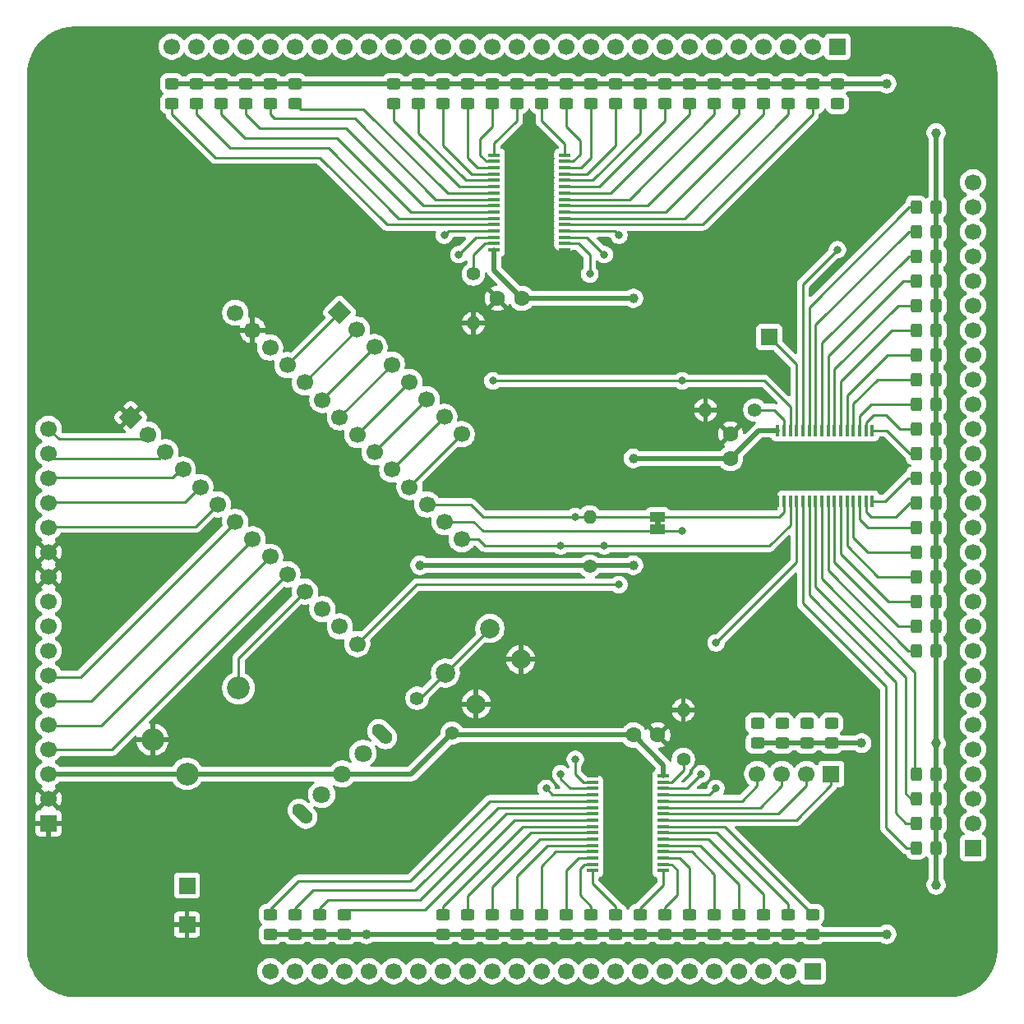
<source format=gbr>
%TF.GenerationSoftware,KiCad,Pcbnew,9.0.1*%
%TF.CreationDate,2025-04-03T16:54:09-05:00*%
%TF.ProjectId,LED-100,4c45442d-3130-4302-9e6b-696361645f70,3*%
%TF.SameCoordinates,Original*%
%TF.FileFunction,Copper,L1,Top*%
%TF.FilePolarity,Positive*%
%FSLAX46Y46*%
G04 Gerber Fmt 4.6, Leading zero omitted, Abs format (unit mm)*
G04 Created by KiCad (PCBNEW 9.0.1) date 2025-04-03 16:54:09*
%MOMM*%
%LPD*%
G01*
G04 APERTURE LIST*
G04 Aperture macros list*
%AMRoundRect*
0 Rectangle with rounded corners*
0 $1 Rounding radius*
0 $2 $3 $4 $5 $6 $7 $8 $9 X,Y pos of 4 corners*
0 Add a 4 corners polygon primitive as box body*
4,1,4,$2,$3,$4,$5,$6,$7,$8,$9,$2,$3,0*
0 Add four circle primitives for the rounded corners*
1,1,$1+$1,$2,$3*
1,1,$1+$1,$4,$5*
1,1,$1+$1,$6,$7*
1,1,$1+$1,$8,$9*
0 Add four rect primitives between the rounded corners*
20,1,$1+$1,$2,$3,$4,$5,0*
20,1,$1+$1,$4,$5,$6,$7,0*
20,1,$1+$1,$6,$7,$8,$9,0*
20,1,$1+$1,$8,$9,$2,$3,0*%
%AMHorizOval*
0 Thick line with rounded ends*
0 $1 width*
0 $2 $3 position (X,Y) of the first rounded end (center of the circle)*
0 $4 $5 position (X,Y) of the second rounded end (center of the circle)*
0 Add line between two ends*
20,1,$1,$2,$3,$4,$5,0*
0 Add two circle primitives to create the rounded ends*
1,1,$1,$2,$3*
1,1,$1,$4,$5*%
%AMRotRect*
0 Rectangle, with rotation*
0 The origin of the aperture is its center*
0 $1 length*
0 $2 width*
0 $3 Rotation angle, in degrees counterclockwise*
0 Add horizontal line*
21,1,$1,$2,0,0,$3*%
G04 Aperture macros list end*
%TA.AperFunction,EtchedComponent*%
%ADD10C,0.000000*%
%TD*%
%TA.AperFunction,ComponentPad*%
%ADD11HorizOval,1.400000X0.000000X0.000000X0.000000X0.000000X0*%
%TD*%
%TA.AperFunction,ComponentPad*%
%ADD12C,1.400000*%
%TD*%
%TA.AperFunction,ComponentPad*%
%ADD13C,2.000000*%
%TD*%
%TA.AperFunction,ComponentPad*%
%ADD14R,1.700000X1.700000*%
%TD*%
%TA.AperFunction,ComponentPad*%
%ADD15C,1.700000*%
%TD*%
%TA.AperFunction,SMDPad,CuDef*%
%ADD16RoundRect,0.250000X-0.450000X0.325000X-0.450000X-0.325000X0.450000X-0.325000X0.450000X0.325000X0*%
%TD*%
%TA.AperFunction,SMDPad,CuDef*%
%ADD17R,1.500000X1.000000*%
%TD*%
%TA.AperFunction,SMDPad,CuDef*%
%ADD18RoundRect,0.250000X-0.325000X-0.450000X0.325000X-0.450000X0.325000X0.450000X-0.325000X0.450000X0*%
%TD*%
%TA.AperFunction,ComponentPad*%
%ADD19C,1.600000*%
%TD*%
%TA.AperFunction,ComponentPad*%
%ADD20O,1.400000X1.400000*%
%TD*%
%TA.AperFunction,SMDPad,CuDef*%
%ADD21RoundRect,0.250000X0.450000X-0.325000X0.450000X0.325000X-0.450000X0.325000X-0.450000X-0.325000X0*%
%TD*%
%TA.AperFunction,ComponentPad*%
%ADD22C,4.700000*%
%TD*%
%TA.AperFunction,ConnectorPad*%
%ADD23C,8.600000*%
%TD*%
%TA.AperFunction,ComponentPad*%
%ADD24RotRect,1.700000X1.700000X45.000000*%
%TD*%
%TA.AperFunction,SMDPad,CuDef*%
%ADD25R,1.200000X0.400000*%
%TD*%
%TA.AperFunction,ComponentPad*%
%ADD26C,0.600000*%
%TD*%
%TA.AperFunction,ComponentPad*%
%ADD27C,1.000000*%
%TD*%
%TA.AperFunction,SMDPad,CuDef*%
%ADD28R,5.200000X11.000000*%
%TD*%
%TA.AperFunction,SMDPad,CuDef*%
%ADD29R,0.400000X1.200000*%
%TD*%
%TA.AperFunction,SMDPad,CuDef*%
%ADD30R,11.000000X5.200000*%
%TD*%
%TA.AperFunction,ComponentPad*%
%ADD31C,2.340000*%
%TD*%
%TA.AperFunction,ComponentPad*%
%ADD32C,1.800000*%
%TD*%
%TA.AperFunction,ComponentPad*%
%ADD33HorizOval,1.400000X-0.353553X0.353553X0.353553X-0.353553X0*%
%TD*%
%TA.AperFunction,ViaPad*%
%ADD34C,1.000000*%
%TD*%
%TA.AperFunction,ViaPad*%
%ADD35C,0.800000*%
%TD*%
%TA.AperFunction,Conductor*%
%ADD36C,0.250000*%
%TD*%
%TA.AperFunction,Conductor*%
%ADD37C,0.500000*%
%TD*%
G04 APERTURE END LIST*
D10*
%TA.AperFunction,EtchedComponent*%
%TO.C,JP1*%
G36*
X165300000Y-101400000D02*
G01*
X164700000Y-101400000D01*
X164700000Y-100900000D01*
X165300000Y-100900000D01*
X165300000Y-101400000D01*
G37*
%TD.AperFunction*%
%TD*%
D11*
%TO.P,R5,2*%
%TO.N,SW_SELECT*%
X140203949Y-119203949D03*
D12*
%TO.P,R5,1*%
%TO.N,+5V*%
X143796051Y-122796051D03*
%TD*%
D13*
%TO.P,SELECT,1,A*%
%TO.N,GND*%
X150892245Y-115199857D03*
X146296051Y-119796051D03*
%TO.P,SELECT,2,B*%
%TO.N,SW_SELECT*%
X147710264Y-112017876D03*
X143114070Y-116614071D03*
%TD*%
D14*
%TO.P,J2,1,Q45*%
%TO.N,Q45*%
X180975000Y-147320000D03*
D15*
%TO.P,J2,2,Q31*%
%TO.N,Q31*%
X178435000Y-147320000D03*
%TO.P,J2,3,Q53*%
%TO.N,Q53b*%
X175895000Y-147320000D03*
%TO.P,J2,4,Q39*%
%TO.N,Q39b*%
X173355000Y-147320000D03*
%TO.P,J2,5,Q52*%
%TO.N,Q52b*%
X170815000Y-147320000D03*
%TO.P,J2,6,Q30*%
%TO.N,Q30*%
X168275000Y-147320000D03*
%TO.P,J2,7,Q43*%
%TO.N,Q43*%
X165735000Y-147320000D03*
%TO.P,J2,8,Q23*%
%TO.N,Q23b*%
X163195000Y-147320000D03*
%TO.P,J2,9,Q40*%
%TO.N,Q40b*%
X160655000Y-147320000D03*
%TO.P,J2,10,Q47*%
%TO.N,Q47*%
X158115000Y-147320000D03*
%TO.P,J2,11,Q33*%
%TO.N,Q33*%
X155575000Y-147320000D03*
%TO.P,J2,12,Q21*%
%TO.N,Q21b*%
X153035000Y-147320000D03*
%TO.P,J2,13,Q7*%
%TO.N,Q7b*%
X150495000Y-147320000D03*
%TO.P,J2,14,Q6*%
%TO.N,Q6*%
X147955000Y-147320000D03*
%TO.P,J2,15,Q19*%
%TO.N,Q19*%
X145415000Y-147320000D03*
%TO.P,J2,16,Q5*%
%TO.N,Q5*%
X142875000Y-147320000D03*
%TO.P,J2,17*%
%TO.N,N/C*%
X140335000Y-147320000D03*
%TO.P,J2,18*%
X137795000Y-147320000D03*
%TO.P,J2,19*%
X135255000Y-147320000D03*
%TO.P,J2,20,Q18*%
%TO.N,Q18*%
X132715000Y-147320000D03*
%TO.P,J2,21,Q3*%
%TO.N,Q3b*%
X130175000Y-147320000D03*
%TO.P,J2,22,Q16*%
%TO.N,Q16*%
X127635000Y-147320000D03*
%TO.P,J2,23,Q15*%
%TO.N,Q15*%
X125095000Y-147320000D03*
%TD*%
D16*
%TO.P,D53b1,1,K*%
%TO.N,Q53b*%
X175895000Y-141460000D03*
%TO.P,D53b1,2,A*%
%TO.N,/TEST5V*%
X175895000Y-143510000D03*
%TD*%
%TO.P,D6,1,K*%
%TO.N,Q6*%
X147955000Y-141460000D03*
%TO.P,D6,2,A*%
%TO.N,/TEST5V*%
X147955000Y-143510000D03*
%TD*%
%TO.P,D71,1,K*%
%TO.N,QX3*%
X177800000Y-121775000D03*
%TO.P,D71,2,A*%
%TO.N,/TEST5V*%
X177800000Y-123825000D03*
%TD*%
D17*
%TO.P,JP1,1,A*%
%TO.N,BLANK*%
X165000000Y-100500000D03*
%TO.P,JP1,2,B*%
%TO.N,LAT*%
X165000000Y-101800000D03*
%TD*%
D18*
%TO.P,D59,1,K*%
%TO.N,Q59*%
X191625000Y-127000000D03*
%TO.P,D59,2,A*%
%TO.N,/TEST5V*%
X193675000Y-127000000D03*
%TD*%
%TO.P,D40a1,1,K*%
%TO.N,Q40a*%
X191625000Y-81280000D03*
%TO.P,D40a1,2,A*%
%TO.N,/TEST5V*%
X193675000Y-81280000D03*
%TD*%
D16*
%TO.P,D43,1,K*%
%TO.N,Q43*%
X165735000Y-141460000D03*
%TO.P,D43,2,A*%
%TO.N,/TEST5V*%
X165735000Y-143510000D03*
%TD*%
D18*
%TO.P,D46,1,K*%
%TO.N,Q46*%
X191625000Y-91440000D03*
%TO.P,D46,2,A*%
%TO.N,/TEST5V*%
X193675000Y-91440000D03*
%TD*%
D16*
%TO.P,D19,1,K*%
%TO.N,Q19*%
X145415000Y-141460000D03*
%TO.P,D19,2,A*%
%TO.N,/TEST5V*%
X145415000Y-143510000D03*
%TD*%
D18*
%TO.P,D32,1,K*%
%TO.N,Q32*%
X191625000Y-68580000D03*
%TO.P,D32,2,A*%
%TO.N,/TEST5V*%
X193675000Y-68580000D03*
%TD*%
D19*
%TO.P,C1,1*%
%TO.N,+5V*%
X151000000Y-78000000D03*
%TO.P,C1,2*%
%TO.N,GND*%
X148500000Y-78000000D03*
%TD*%
D12*
%TO.P,R3,1*%
%TO.N,Net-(U3-IREF)*%
X175000000Y-89500000D03*
D20*
%TO.P,R3,2*%
%TO.N,GND*%
X169920000Y-89500000D03*
%TD*%
D18*
%TO.P,D44,1,K*%
%TO.N,Q44*%
X191625000Y-88900000D03*
%TO.P,D44,2,A*%
%TO.N,/TEST5V*%
X193675000Y-88900000D03*
%TD*%
D21*
%TO.P,D22,1,K*%
%TO.N,Q22*%
X160655000Y-57930000D03*
%TO.P,D22,2,A*%
%TO.N,/TEST5V*%
X160655000Y-55880000D03*
%TD*%
D12*
%TO.P,R2,1*%
%TO.N,Net-(U2-IREF)*%
X167640000Y-125500000D03*
D20*
%TO.P,R2,2*%
%TO.N,GND*%
X167640000Y-120420000D03*
%TD*%
D16*
%TO.P,D5,1,K*%
%TO.N,Q5*%
X142875000Y-141460000D03*
%TO.P,D5,2,A*%
%TO.N,/TEST5V*%
X142875000Y-143510000D03*
%TD*%
D21*
%TO.P,D17,1,K*%
%TO.N,Q17*%
X158115000Y-57930000D03*
%TO.P,D17,2,A*%
%TO.N,/TEST5V*%
X158115000Y-55880000D03*
%TD*%
D16*
%TO.P,D15,1,K*%
%TO.N,Q15*%
X125095000Y-141460000D03*
%TO.P,D15,2,A*%
%TO.N,/TEST5V*%
X125095000Y-143510000D03*
%TD*%
%TO.P,D69,1,K*%
%TO.N,QX1*%
X182880000Y-121775000D03*
%TO.P,D69,2,A*%
%TO.N,/TEST5V*%
X182880000Y-123825000D03*
%TD*%
D14*
%TO.P,J5,1,Pin_1*%
%TO.N,QX1*%
X182870000Y-127000000D03*
D15*
%TO.P,J5,2,Pin_2*%
%TO.N,QX2*%
X180330000Y-127000000D03*
%TO.P,J5,3,Pin_3*%
%TO.N,QX3*%
X177790000Y-127000000D03*
%TO.P,J5,4,Pin_4*%
%TO.N,QX4*%
X175250000Y-127000000D03*
%TD*%
D21*
%TO.P,D11,1,K*%
%TO.N,Q11*%
X145415000Y-57930000D03*
%TO.P,D11,2,A*%
%TO.N,/TEST5V*%
X145415000Y-55880000D03*
%TD*%
D18*
%TO.P,D53a1,1,K*%
%TO.N,Q53a*%
X191625000Y-101600000D03*
%TO.P,D53a1,2,A*%
%TO.N,/TEST5V*%
X193675000Y-101600000D03*
%TD*%
D16*
%TO.P,D16,1,K*%
%TO.N,Q16*%
X127635000Y-141460000D03*
%TO.P,D16,2,A*%
%TO.N,/TEST5V*%
X127635000Y-143510000D03*
%TD*%
D21*
%TO.P,D25,1,K*%
%TO.N,Q25*%
X170815000Y-57930000D03*
%TO.P,D25,2,A*%
%TO.N,/TEST5V*%
X170815000Y-55880000D03*
%TD*%
D16*
%TO.P,D31,1,K*%
%TO.N,Q31*%
X178435000Y-141460000D03*
%TO.P,D31,2,A*%
%TO.N,/TEST5V*%
X178435000Y-143510000D03*
%TD*%
D19*
%TO.P,C3,1*%
%TO.N,+5V*%
X172500000Y-94500000D03*
%TO.P,C3,2*%
%TO.N,GND*%
X172500000Y-92000000D03*
%TD*%
D21*
%TO.P,D7a1,1,K*%
%TO.N,Q7a*%
X117475000Y-57930000D03*
%TO.P,D7a1,2,A*%
%TO.N,/TEST5V*%
X117475000Y-55880000D03*
%TD*%
D16*
%TO.P,D23b1,1,K*%
%TO.N,Q23b*%
X163195000Y-141460000D03*
%TO.P,D23b1,2,A*%
%TO.N,/TEST5V*%
X163195000Y-143510000D03*
%TD*%
D12*
%TO.P,R4,1*%
%TO.N,+5V*%
X158000000Y-105580000D03*
D20*
%TO.P,R4,2*%
%TO.N,BLANK*%
X158000000Y-100500000D03*
%TD*%
D21*
%TO.P,D24,1,K*%
%TO.N,Q24*%
X173355000Y-57930000D03*
%TO.P,D24,2,A*%
%TO.N,/TEST5V*%
X173355000Y-55880000D03*
%TD*%
D22*
%TO.P,H2,1,1*%
%TO.N,GND*%
X195000000Y-55000000D03*
D23*
X195000000Y-55000000D03*
%TD*%
D16*
%TO.P,D21b1,1,K*%
%TO.N,Q21b*%
X153035000Y-141460000D03*
%TO.P,D21b1,2,A*%
%TO.N,/TEST5V*%
X153035000Y-143510000D03*
%TD*%
D18*
%TO.P,D48,1,K*%
%TO.N,Q48*%
X191625000Y-96520000D03*
%TO.P,D48,2,A*%
%TO.N,/TEST5V*%
X193675000Y-96520000D03*
%TD*%
D14*
%TO.P,J7,1,Pin_1*%
%TO.N,Net-(J7-Pin_1)*%
X176500000Y-82000000D03*
%TD*%
D18*
%TO.P,D57,1,K*%
%TO.N,Q57*%
X191625000Y-134620000D03*
%TO.P,D57,2,A*%
%TO.N,/TEST5V*%
X193675000Y-134620000D03*
%TD*%
D12*
%TO.P,R1,1*%
%TO.N,Net-(U1-IREF)*%
X146000000Y-75500000D03*
D20*
%TO.P,R1,2*%
%TO.N,GND*%
X146000000Y-80580000D03*
%TD*%
D16*
%TO.P,D45,1,K*%
%TO.N,Q45*%
X180975000Y-141460000D03*
%TO.P,D45,2,A*%
%TO.N,/TEST5V*%
X180975000Y-143510000D03*
%TD*%
D21*
%TO.P,D1,1,K*%
%TO.N,Q1*%
X125095000Y-57930000D03*
%TO.P,D1,2,A*%
%TO.N,/TEST5V*%
X125095000Y-55880000D03*
%TD*%
%TO.P,D9,1,K*%
%TO.N,Q9*%
X150495000Y-57930000D03*
%TO.P,D9,2,A*%
%TO.N,/TEST5V*%
X150495000Y-55880000D03*
%TD*%
D16*
%TO.P,D40b1,1,K*%
%TO.N,Q40b*%
X160655000Y-141460000D03*
%TO.P,D40b1,2,A*%
%TO.N,/TEST5V*%
X160655000Y-143510000D03*
%TD*%
%TO.P,D39b1,1,K*%
%TO.N,Q52b*%
X170815000Y-141460000D03*
%TO.P,D39b1,2,A*%
%TO.N,/TEST5V*%
X170815000Y-143510000D03*
%TD*%
D24*
%TO.P,J8,1,Pin_1*%
%TO.N,Net-(J8-Pin_1)*%
X132228386Y-79431547D03*
D15*
%TO.P,J8,2,Pin_2*%
%TO.N,Net-(J8-Pin_2)*%
X134024437Y-81227598D03*
%TO.P,J8,3,Pin_3*%
%TO.N,Net-(J8-Pin_3)*%
X135820488Y-83023649D03*
%TO.P,J8,4,Pin_4*%
%TO.N,Net-(J8-Pin_4)*%
X137616540Y-84819701D03*
%TO.P,J8,5,Pin_5*%
%TO.N,Net-(J8-Pin_5)*%
X139412591Y-86615752D03*
%TO.P,J8,6,Pin_6*%
%TO.N,Net-(J8-Pin_6)*%
X141208642Y-88411803D03*
%TO.P,J8,7,Pin_7*%
%TO.N,Net-(J8-Pin_7)*%
X143004693Y-90207854D03*
%TO.P,J8,8,Pin_8*%
%TO.N,Net-(J8-Pin_8)*%
X144800745Y-92003906D03*
%TD*%
D21*
%TO.P,D28,1,K*%
%TO.N,Q28*%
X165735000Y-57930000D03*
%TO.P,D28,2,A*%
%TO.N,/TEST5V*%
X165735000Y-55880000D03*
%TD*%
%TO.P,D2,1,K*%
%TO.N,Q2*%
X122555000Y-57930000D03*
%TO.P,D2,2,A*%
%TO.N,/TEST5V*%
X122555000Y-55880000D03*
%TD*%
D16*
%TO.P,D18,1,K*%
%TO.N,Q18*%
X132715000Y-141460000D03*
%TO.P,D18,2,A*%
%TO.N,/TEST5V*%
X132715000Y-143510000D03*
%TD*%
D21*
%TO.P,D34,1,K*%
%TO.N,Q34*%
X180975000Y-57930000D03*
%TO.P,D34,2,A*%
%TO.N,/TEST5V*%
X180975000Y-55880000D03*
%TD*%
%TO.P,D35,1,K*%
%TO.N,Q35*%
X178435000Y-57930000D03*
%TO.P,D35,2,A*%
%TO.N,/TEST5V*%
X178435000Y-55880000D03*
%TD*%
%TO.P,D8,1,K*%
%TO.N,Q8*%
X127635000Y-57930000D03*
%TO.P,D8,2,A*%
%TO.N,/TEST5V*%
X127635000Y-55880000D03*
%TD*%
D22*
%TO.P,H1,1,1*%
%TO.N,GND*%
X105000000Y-55000000D03*
D23*
X105000000Y-55000000D03*
%TD*%
D18*
%TO.P,D50,1,K*%
%TO.N,Q50*%
X191625000Y-106680000D03*
%TO.P,D50,2,A*%
%TO.N,/TEST5V*%
X193675000Y-106680000D03*
%TD*%
%TO.P,D55,1,K*%
%TO.N,Q55*%
X191625000Y-114300000D03*
%TO.P,D55,2,A*%
%TO.N,/TEST5V*%
X193675000Y-114300000D03*
%TD*%
D19*
%TO.P,C2,1*%
%TO.N,+5V*%
X162500000Y-123000000D03*
%TO.P,C2,2*%
%TO.N,GND*%
X165000000Y-123000000D03*
%TD*%
D16*
%TO.P,D33,1,K*%
%TO.N,Q33*%
X155575000Y-141460000D03*
%TO.P,D33,2,A*%
%TO.N,/TEST5V*%
X155575000Y-143510000D03*
%TD*%
D21*
%TO.P,D10,1,K*%
%TO.N,Q10*%
X147955000Y-57930000D03*
%TO.P,D10,2,A*%
%TO.N,/TEST5V*%
X147955000Y-55880000D03*
%TD*%
D16*
%TO.P,D7b1,1,K*%
%TO.N,Q7b*%
X150495000Y-141460000D03*
%TO.P,D7b1,2,A*%
%TO.N,/TEST5V*%
X150495000Y-143510000D03*
%TD*%
D25*
%TO.P,U2,1,GND*%
%TO.N,GND*%
X158275000Y-127205000D03*
%TO.P,U2,2,BLANK*%
%TO.N,BLANK*%
X158275000Y-127855000D03*
%TO.P,U2,3,SCLK*%
%TO.N,SCK*%
X158275000Y-128505000D03*
%TO.P,U2,4,SIN*%
%TO.N,MISO_B*%
X158275000Y-129155000D03*
%TO.P,U2,5,OUT0*%
%TO.N,Q15*%
X158275000Y-129805000D03*
%TO.P,U2,6,OUT1*%
%TO.N,Q16*%
X158275000Y-130455000D03*
%TO.P,U2,7,OUT2*%
%TO.N,Q3b*%
X158275000Y-131105000D03*
%TO.P,U2,8,OUT3*%
%TO.N,Q18*%
X158275000Y-131755000D03*
%TO.P,U2,9,OUT4*%
%TO.N,Q5*%
X158275000Y-132405000D03*
%TO.P,U2,10,OUT5*%
%TO.N,Q19*%
X158275000Y-133055000D03*
%TO.P,U2,11,OUT6*%
%TO.N,Q6*%
X158275000Y-133705000D03*
%TO.P,U2,12,OUT7*%
%TO.N,Q7b*%
X158275000Y-134355000D03*
%TO.P,U2,13,OUT8*%
%TO.N,Q21b*%
X158275000Y-135005000D03*
%TO.P,U2,14,OUT9*%
%TO.N,Q33*%
X158275000Y-135655000D03*
%TO.P,U2,15,OUT10*%
%TO.N,Q47*%
X158275000Y-136305000D03*
%TO.P,U2,16,OUT11*%
%TO.N,Q40b*%
X158275000Y-136955000D03*
%TO.P,U2,17,OUT12*%
%TO.N,Q23b*%
X165575000Y-136955000D03*
%TO.P,U2,18,OUT13*%
%TO.N,Q43*%
X165575000Y-136305000D03*
%TO.P,U2,19,OUT14*%
%TO.N,Q30*%
X165575000Y-135655000D03*
%TO.P,U2,20,OUT15*%
%TO.N,Q52b*%
X165575000Y-135005000D03*
%TO.P,U2,21,OUT16*%
%TO.N,Q39b*%
X165575000Y-134355000D03*
%TO.P,U2,22,OUT17*%
%TO.N,Q53b*%
X165575000Y-133705000D03*
%TO.P,U2,23,OUT18*%
%TO.N,Q31*%
X165575000Y-133055000D03*
%TO.P,U2,24,OUT19*%
%TO.N,Q45*%
X165575000Y-132405000D03*
%TO.P,U2,25,OUT20*%
%TO.N,QX1*%
X165575000Y-131755000D03*
%TO.P,U2,26,OUT21*%
%TO.N,QX2*%
X165575000Y-131105000D03*
%TO.P,U2,27,OUT22*%
%TO.N,QX3*%
X165575000Y-130455000D03*
%TO.P,U2,28,OUT23*%
%TO.N,QX4*%
X165575000Y-129805000D03*
%TO.P,U2,29,SOUT*%
%TO.N,MISO_C*%
X165575000Y-129155000D03*
%TO.P,U2,30,XLAT*%
%TO.N,LAT*%
X165575000Y-128505000D03*
%TO.P,U2,31,IREF*%
%TO.N,Net-(U2-IREF)*%
X165575000Y-127855000D03*
%TO.P,U2,32,VCC*%
%TO.N,+5V*%
X165575000Y-127205000D03*
D26*
%TO.P,U2,33,PowerPAD*%
%TO.N,GND*%
X159925000Y-127580000D03*
X159925000Y-129080000D03*
X159925000Y-135080000D03*
X159925000Y-136580000D03*
D27*
X160425000Y-130580000D03*
X160425000Y-132080000D03*
X160425000Y-133580000D03*
D26*
X160925000Y-127580000D03*
X160925000Y-129080000D03*
X160925000Y-135080000D03*
X160925000Y-136580000D03*
X161925000Y-127580000D03*
X161925000Y-129080000D03*
D27*
X161925000Y-130580000D03*
X161925000Y-132080000D03*
D28*
X161925000Y-132080000D03*
D27*
X161925000Y-133580000D03*
D26*
X161925000Y-135080000D03*
X161925000Y-136580000D03*
X162925000Y-127580000D03*
X162925000Y-129080000D03*
X162925000Y-135080000D03*
X162925000Y-136580000D03*
D27*
X163425000Y-130580000D03*
X163425000Y-132080000D03*
X163425000Y-133580000D03*
D26*
X163925000Y-127580000D03*
X163925000Y-129080000D03*
X163925000Y-135080000D03*
X163925000Y-136580000D03*
%TD*%
D18*
%TO.P,D51,1,K*%
%TO.N,Q51*%
X191625000Y-99060000D03*
%TO.P,D51,2,A*%
%TO.N,/TEST5V*%
X193675000Y-99060000D03*
%TD*%
D21*
%TO.P,D21a1,1,K*%
%TO.N,Q21a*%
X155575000Y-57930000D03*
%TO.P,D21a1,2,A*%
%TO.N,/TEST5V*%
X155575000Y-55880000D03*
%TD*%
%TO.P,D26,1,K*%
%TO.N,Q26*%
X168275000Y-57930000D03*
%TO.P,D26,2,A*%
%TO.N,/TEST5V*%
X168275000Y-55880000D03*
%TD*%
%TO.P,D20,1,K*%
%TO.N,Q20*%
X153035000Y-57930000D03*
%TO.P,D20,2,A*%
%TO.N,/TEST5V*%
X153035000Y-55880000D03*
%TD*%
%TO.P,D13,1,K*%
%TO.N,Q13*%
X142875000Y-57930000D03*
%TO.P,D13,2,A*%
%TO.N,/TEST5V*%
X142875000Y-55880000D03*
%TD*%
D18*
%TO.P,D52a1,1,K*%
%TO.N,Q52a*%
X191625000Y-104140000D03*
%TO.P,D52a1,2,A*%
%TO.N,/TEST5V*%
X193675000Y-104140000D03*
%TD*%
D16*
%TO.P,D3b1,1,K*%
%TO.N,Q3b*%
X130175000Y-141460000D03*
%TO.P,D3b1,2,A*%
%TO.N,/TEST5V*%
X130175000Y-143510000D03*
%TD*%
D18*
%TO.P,D42,1,K*%
%TO.N,Q42*%
X191625000Y-83820000D03*
%TO.P,D42,2,A*%
%TO.N,/TEST5V*%
X193675000Y-83820000D03*
%TD*%
D21*
%TO.P,D4,1,K*%
%TO.N,Q4*%
X114935000Y-57930000D03*
%TO.P,D4,2,A*%
%TO.N,/TEST5V*%
X114935000Y-55880000D03*
%TD*%
D18*
%TO.P,D37,1,K*%
%TO.N,Q37*%
X191625000Y-78740000D03*
%TO.P,D37,2,A*%
%TO.N,/TEST5V*%
X193675000Y-78740000D03*
%TD*%
D14*
%TO.P,TP1,1,Pin_1*%
%TO.N,+5V*%
X116500000Y-138500000D03*
%TD*%
D18*
%TO.P,D58,1,K*%
%TO.N,Q58*%
X191625000Y-132080000D03*
%TO.P,D58,2,A*%
%TO.N,/TEST5V*%
X193675000Y-132080000D03*
%TD*%
%TO.P,D56,1,K*%
%TO.N,Q56*%
X191625000Y-111760000D03*
%TO.P,D56,2,A*%
%TO.N,/TEST5V*%
X193675000Y-111760000D03*
%TD*%
D16*
%TO.P,D70,1,K*%
%TO.N,QX2*%
X180340000Y-121775000D03*
%TO.P,D70,2,A*%
%TO.N,/TEST5V*%
X180340000Y-123825000D03*
%TD*%
D29*
%TO.P,U3,1,GND*%
%TO.N,GND*%
X177355000Y-98900000D03*
%TO.P,U3,2,BLANK*%
%TO.N,BLANK*%
X178005000Y-98900000D03*
%TO.P,U3,3,SCLK*%
%TO.N,SCK*%
X178655000Y-98900000D03*
%TO.P,U3,4,SIN*%
%TO.N,MISO_C*%
X179305000Y-98900000D03*
%TO.P,U3,5,OUT0*%
%TO.N,Q57*%
X179955000Y-98900000D03*
%TO.P,U3,6,OUT1*%
%TO.N,Q58*%
X180605000Y-98900000D03*
%TO.P,U3,7,OUT2*%
%TO.N,Q60*%
X181255000Y-98900000D03*
%TO.P,U3,8,OUT3*%
%TO.N,Q59*%
X181905000Y-98900000D03*
%TO.P,U3,9,OUT4*%
%TO.N,Q55*%
X182555000Y-98900000D03*
%TO.P,U3,10,OUT5*%
%TO.N,Q56*%
X183205000Y-98900000D03*
%TO.P,U3,11,OUT6*%
%TO.N,Q54*%
X183855000Y-98900000D03*
%TO.P,U3,12,OUT7*%
%TO.N,Q50*%
X184505000Y-98900000D03*
%TO.P,U3,13,OUT8*%
%TO.N,Q52a*%
X185155000Y-98900000D03*
%TO.P,U3,14,OUT9*%
%TO.N,Q53a*%
X185805000Y-98900000D03*
%TO.P,U3,15,OUT10*%
%TO.N,Q51*%
X186455000Y-98900000D03*
%TO.P,U3,16,OUT11*%
%TO.N,Q48*%
X187105000Y-98900000D03*
%TO.P,U3,17,OUT12*%
%TO.N,Q49*%
X187105000Y-91600000D03*
%TO.P,U3,18,OUT13*%
%TO.N,Q46*%
X186455000Y-91600000D03*
%TO.P,U3,19,OUT14*%
%TO.N,Q44*%
X185805000Y-91600000D03*
%TO.P,U3,20,OUT15*%
%TO.N,Q41*%
X185155000Y-91600000D03*
%TO.P,U3,21,OUT16*%
%TO.N,Q42*%
X184505000Y-91600000D03*
%TO.P,U3,22,OUT17*%
%TO.N,Q40a*%
X183855000Y-91600000D03*
%TO.P,U3,23,OUT18*%
%TO.N,Q37*%
X183205000Y-91600000D03*
%TO.P,U3,24,OUT19*%
%TO.N,Q39a*%
X182555000Y-91600000D03*
%TO.P,U3,25,OUT20*%
%TO.N,Q38*%
X181905000Y-91600000D03*
%TO.P,U3,26,OUT21*%
%TO.N,Q36*%
X181255000Y-91600000D03*
%TO.P,U3,27,OUT22*%
%TO.N,Q32*%
X180605000Y-91600000D03*
%TO.P,U3,28,OUT23*%
%TO.N,Q29*%
X179955000Y-91600000D03*
%TO.P,U3,29,SOUT*%
%TO.N,Net-(J7-Pin_1)*%
X179305000Y-91600000D03*
%TO.P,U3,30,XLAT*%
%TO.N,LAT*%
X178655000Y-91600000D03*
%TO.P,U3,31,IREF*%
%TO.N,Net-(U3-IREF)*%
X178005000Y-91600000D03*
%TO.P,U3,32,VCC*%
%TO.N,+5V*%
X177355000Y-91600000D03*
D26*
%TO.P,U3,33,PowerPAD*%
%TO.N,GND*%
X177730000Y-97250000D03*
X179230000Y-97250000D03*
X185230000Y-97250000D03*
X186730000Y-97250000D03*
D27*
X180730000Y-96750000D03*
X182230000Y-96750000D03*
X183730000Y-96750000D03*
D26*
X177730000Y-96250000D03*
X179230000Y-96250000D03*
X185230000Y-96250000D03*
X186730000Y-96250000D03*
X177730000Y-95250000D03*
X179230000Y-95250000D03*
D27*
X180730000Y-95250000D03*
X182230000Y-95250000D03*
D30*
X182230000Y-95250000D03*
D27*
X183730000Y-95250000D03*
D26*
X185230000Y-95250000D03*
X186730000Y-95250000D03*
X177730000Y-94250000D03*
X179230000Y-94250000D03*
X185230000Y-94250000D03*
X186730000Y-94250000D03*
D27*
X180730000Y-93750000D03*
X182230000Y-93750000D03*
X183730000Y-93750000D03*
D26*
X177730000Y-93250000D03*
X179230000Y-93250000D03*
X185230000Y-93250000D03*
X186730000Y-93250000D03*
%TD*%
D24*
%TO.P,U4,1,GND*%
%TO.N,GND*%
X110691600Y-90261068D03*
D15*
%TO.P,U4,2,0*%
%TO.N,Net-(J4-AD3)*%
X112487651Y-92057120D03*
%TO.P,U4,3,1*%
%TO.N,Net-(J4-AD2)*%
X114283702Y-93853171D03*
%TO.P,U4,4,2*%
%TO.N,Net-(J4-AD1)*%
X116079754Y-95649222D03*
%TO.P,U4,5,3*%
%TO.N,Net-(J4-AD0)*%
X117875805Y-97445273D03*
%TO.P,U4,6,4*%
%TO.N,Net-(J4-Strobe)*%
X119671856Y-99241324D03*
%TO.P,U4,7,5*%
%TO.N,Net-(J4-PD0)*%
X121467907Y-101037376D03*
%TO.P,U4,8,6*%
%TO.N,Net-(J4-PD1)*%
X123263959Y-102833427D03*
%TO.P,U4,9,7*%
%TO.N,Net-(J4-PD2)*%
X125060010Y-104629478D03*
%TO.P,U4,10,8*%
%TO.N,Net-(J4-PD3)*%
X126856061Y-106425529D03*
%TO.P,U4,11,9*%
%TO.N,FADESPEED*%
X128652112Y-108221581D03*
%TO.P,U4,12,10*%
%TO.N,unconnected-(U4-10-Pad12)*%
X130448163Y-110017632D03*
%TO.P,U4,13,11*%
%TO.N,SW_SELECT*%
X132244215Y-111813683D03*
%TO.P,U4,14,12*%
%TO.N,MISO_A*%
X134040266Y-113609734D03*
%TO.P,U4,15,13*%
%TO.N,SCK*%
X144816573Y-102833427D03*
%TO.P,U4,16,14*%
%TO.N,LAT*%
X143020522Y-101037376D03*
%TO.P,U4,17,15*%
%TO.N,BLANK*%
X141224471Y-99241324D03*
%TO.P,U4,18,SCL1*%
%TO.N,Net-(J8-Pin_8)*%
X139428420Y-97445273D03*
%TO.P,U4,19,SDA1*%
%TO.N,Net-(J8-Pin_7)*%
X137632368Y-95649222D03*
%TO.P,U4,20,SDA0*%
%TO.N,Net-(J8-Pin_6)*%
X135836317Y-93853171D03*
%TO.P,U4,21,SCL0*%
%TO.N,Net-(J8-Pin_5)*%
X134040266Y-92057120D03*
%TO.P,U4,22,20*%
%TO.N,Net-(J8-Pin_4)*%
X132244215Y-90261068D03*
%TO.P,U4,23,21*%
%TO.N,Net-(J8-Pin_3)*%
X130448163Y-88465017D03*
%TO.P,U4,24,22*%
%TO.N,Net-(J8-Pin_2)*%
X128652112Y-86668966D03*
%TO.P,U4,25,23*%
%TO.N,Net-(J8-Pin_1)*%
X126856061Y-84872915D03*
%TO.P,U4,26,3.3V*%
%TO.N,unconnected-(U4-3.3V-Pad26)*%
X125060010Y-83076863D03*
%TO.P,U4,27,GND*%
%TO.N,GND*%
X123263959Y-81280812D03*
%TO.P,U4,28,VIN*%
%TO.N,+5V*%
X121467907Y-79484761D03*
%TD*%
D22*
%TO.P,H4,1,1*%
%TO.N,GND*%
X195000000Y-145000000D03*
D23*
X195000000Y-145000000D03*
%TD*%
D16*
%TO.P,D52b1,1,K*%
%TO.N,Q39b*%
X173355000Y-141460000D03*
%TO.P,D52b1,2,A*%
%TO.N,/TEST5V*%
X173355000Y-143510000D03*
%TD*%
D31*
%TO.P,RV1,3,3*%
%TO.N,GND*%
X112964466Y-123464466D03*
%TO.P,RV1,2,2*%
%TO.N,FADESPEED*%
X121803301Y-118161165D03*
%TO.P,RV1,1,1*%
%TO.N,+5V*%
X116500000Y-127000000D03*
%TD*%
D14*
%TO.P,J3,1,Q57*%
%TO.N,Q57*%
X197485000Y-134620000D03*
D15*
%TO.P,J3,2,Q58*%
%TO.N,Q58*%
X197485000Y-132080000D03*
%TO.P,J3,3,Q60*%
%TO.N,Q60*%
X197485000Y-129540000D03*
%TO.P,J3,4,Q59*%
%TO.N,Q59*%
X197485000Y-127000000D03*
%TO.P,J3,5*%
%TO.N,N/C*%
X197485000Y-124460000D03*
%TO.P,J3,6*%
X197485000Y-121920000D03*
%TO.P,J3,7*%
X197485000Y-119380000D03*
%TO.P,J3,8*%
X197485000Y-116840000D03*
%TO.P,J3,9,Q55*%
%TO.N,Q55*%
X197485000Y-114300000D03*
%TO.P,J3,10,Q56*%
%TO.N,Q56*%
X197485000Y-111760000D03*
%TO.P,J3,11,Q54*%
%TO.N,Q54*%
X197485000Y-109220000D03*
%TO.P,J3,12,Q50*%
%TO.N,Q50*%
X197485000Y-106680000D03*
%TO.P,J3,13,Q52*%
%TO.N,Q52a*%
X197485000Y-104140000D03*
%TO.P,J3,14,Q53*%
%TO.N,Q53a*%
X197485000Y-101600000D03*
%TO.P,J3,15,Q51*%
%TO.N,Q51*%
X197485000Y-99060000D03*
%TO.P,J3,16,Q48*%
%TO.N,Q48*%
X197485000Y-96520000D03*
%TO.P,J3,17,Q49*%
%TO.N,Q49*%
X197485000Y-93980000D03*
%TO.P,J3,18,Q46*%
%TO.N,Q46*%
X197485000Y-91440000D03*
%TO.P,J3,19,Q44*%
%TO.N,Q44*%
X197485000Y-88900000D03*
%TO.P,J3,20,Q41*%
%TO.N,Q41*%
X197485000Y-86360000D03*
%TO.P,J3,21,Q42*%
%TO.N,Q42*%
X197485000Y-83820000D03*
%TO.P,J3,22,Q40*%
%TO.N,Q40a*%
X197485000Y-81280000D03*
%TO.P,J3,23,Q37*%
%TO.N,Q37*%
X197485000Y-78740000D03*
%TO.P,J3,24,Q39*%
%TO.N,Q39a*%
X197485000Y-76200000D03*
%TO.P,J3,25,Q38*%
%TO.N,Q38*%
X197485000Y-73660000D03*
%TO.P,J3,26,Q36*%
%TO.N,Q36*%
X197485000Y-71120000D03*
%TO.P,J3,27,Q32*%
%TO.N,Q32*%
X197485000Y-68580000D03*
%TO.P,J3,28*%
%TO.N,N/C*%
X197485000Y-66040000D03*
%TD*%
D21*
%TO.P,D23a1,1,K*%
%TO.N,Q23a*%
X175895000Y-57930000D03*
%TO.P,D23a1,2,A*%
%TO.N,/TEST5V*%
X175895000Y-55880000D03*
%TD*%
D14*
%TO.P,J4,1,GND*%
%TO.N,GND*%
X102235000Y-132080000D03*
D15*
%TO.P,J4,2,GND*%
X102235000Y-129540000D03*
%TO.P,J4,3,+5V*%
%TO.N,+5V*%
X102235000Y-127000000D03*
%TO.P,J4,4,PD3*%
%TO.N,Net-(J4-PD3)*%
X102235000Y-124460000D03*
%TO.P,J4,5,PD2*%
%TO.N,Net-(J4-PD2)*%
X102235000Y-121920000D03*
%TO.P,J4,6,PD1*%
%TO.N,Net-(J4-PD1)*%
X102235000Y-119380000D03*
%TO.P,J4,7,PD0*%
%TO.N,Net-(J4-PD0)*%
X102235000Y-116840000D03*
%TO.P,J4,8*%
%TO.N,N/C*%
X102235000Y-114300000D03*
%TO.P,J4,9*%
X102235000Y-111760000D03*
%TO.P,J4,10*%
X102235000Y-109220000D03*
%TO.P,J4,11,GND*%
%TO.N,GND*%
X102235000Y-106680000D03*
%TO.P,J4,12,GND*%
X102235000Y-104140000D03*
%TO.P,J4,13,Strobe*%
%TO.N,Net-(J4-Strobe)*%
X102235000Y-101600000D03*
%TO.P,J4,14,AD0*%
%TO.N,Net-(J4-AD0)*%
X102235000Y-99060000D03*
%TO.P,J4,15,AD1*%
%TO.N,Net-(J4-AD1)*%
X102235000Y-96520000D03*
%TO.P,J4,16,AD2*%
%TO.N,Net-(J4-AD2)*%
X102235000Y-93980000D03*
%TO.P,J4,17,AD3*%
%TO.N,Net-(J4-AD3)*%
X102235000Y-91440000D03*
%TD*%
D32*
%TO.P,SW1,3,C*%
%TO.N,unconnected-(SW1-C-Pad3)*%
X134621320Y-124878680D03*
%TO.P,SW1,2,B*%
%TO.N,+5V*%
X132500000Y-127000000D03*
%TO.P,SW1,1,A*%
%TO.N,/TEST5V*%
X130378680Y-129121320D03*
D33*
%TO.P,SW1,*%
%TO.N,*%
X136601219Y-122898781D03*
X128398781Y-131101219D03*
%TD*%
D18*
%TO.P,D39a1,1,K*%
%TO.N,Q39a*%
X191625000Y-76200000D03*
%TO.P,D39a1,2,A*%
%TO.N,/TEST5V*%
X193675000Y-76200000D03*
%TD*%
%TO.P,D36,1,K*%
%TO.N,Q36*%
X191625000Y-71120000D03*
%TO.P,D36,2,A*%
%TO.N,/TEST5V*%
X193675000Y-71120000D03*
%TD*%
D21*
%TO.P,D27,1,K*%
%TO.N,Q27*%
X163195000Y-57930000D03*
%TO.P,D27,2,A*%
%TO.N,/TEST5V*%
X163195000Y-55880000D03*
%TD*%
%TO.P,D3a1,1,K*%
%TO.N,Q3a*%
X120015000Y-57930000D03*
%TO.P,D3a1,2,A*%
%TO.N,/TEST5V*%
X120015000Y-55880000D03*
%TD*%
D14*
%TO.P,TP2,1,Pin_1*%
%TO.N,GND*%
X116500000Y-142500000D03*
%TD*%
%TO.P,J1,1,Q29*%
%TO.N,Q29*%
X183515000Y-52070000D03*
D15*
%TO.P,J1,2,Q34*%
%TO.N,Q34*%
X180975000Y-52070000D03*
%TO.P,J1,3,Q35*%
%TO.N,Q35*%
X178435000Y-52070000D03*
%TO.P,J1,4,Q23*%
%TO.N,Q23a*%
X175895000Y-52070000D03*
%TO.P,J1,5,Q24*%
%TO.N,Q24*%
X173355000Y-52070000D03*
%TO.P,J1,6,Q25*%
%TO.N,Q25*%
X170815000Y-52070000D03*
%TO.P,J1,7,Q26*%
%TO.N,Q26*%
X168275000Y-52070000D03*
%TO.P,J1,8,Q28*%
%TO.N,Q28*%
X165735000Y-52070000D03*
%TO.P,J1,9,Q27*%
%TO.N,Q27*%
X163195000Y-52070000D03*
%TO.P,J1,10,Q22*%
%TO.N,Q22*%
X160655000Y-52070000D03*
%TO.P,J1,11,Q17*%
%TO.N,Q17*%
X158115000Y-52070000D03*
%TO.P,J1,12,Q21*%
%TO.N,Q21a*%
X155575000Y-52070000D03*
%TO.P,J1,13,Q20*%
%TO.N,Q20*%
X153035000Y-52070000D03*
%TO.P,J1,14,Q9*%
%TO.N,Q9*%
X150495000Y-52070000D03*
%TO.P,J1,15,Q10*%
%TO.N,Q10*%
X147955000Y-52070000D03*
%TO.P,J1,16,Q11*%
%TO.N,Q11*%
X145415000Y-52070000D03*
%TO.P,J1,17,Q13*%
%TO.N,Q13*%
X142875000Y-52070000D03*
%TO.P,J1,18,Q14*%
%TO.N,Q14*%
X140335000Y-52070000D03*
%TO.P,J1,19,Q12*%
%TO.N,Q12*%
X137795000Y-52070000D03*
%TO.P,J1,20*%
%TO.N,N/C*%
X135255000Y-52070000D03*
%TO.P,J1,21*%
X132715000Y-52070000D03*
%TO.P,J1,22*%
X130175000Y-52070000D03*
%TO.P,J1,23,Q8*%
%TO.N,Q8*%
X127635000Y-52070000D03*
%TO.P,J1,24,Q1*%
%TO.N,Q1*%
X125095000Y-52070000D03*
%TO.P,J1,25,Q2*%
%TO.N,Q2*%
X122555000Y-52070000D03*
%TO.P,J1,26,Q3*%
%TO.N,Q3a*%
X120015000Y-52070000D03*
%TO.P,J1,27,Q7*%
%TO.N,Q7a*%
X117475000Y-52070000D03*
%TO.P,J1,28,Q4*%
%TO.N,Q4*%
X114935000Y-52070000D03*
%TD*%
D18*
%TO.P,D49,1,K*%
%TO.N,Q49*%
X191625000Y-93980000D03*
%TO.P,D49,2,A*%
%TO.N,/TEST5V*%
X193675000Y-93980000D03*
%TD*%
D21*
%TO.P,D29,1,K*%
%TO.N,Q29*%
X183515000Y-57930000D03*
%TO.P,D29,2,A*%
%TO.N,/TEST5V*%
X183515000Y-55880000D03*
%TD*%
D18*
%TO.P,D54,1,K*%
%TO.N,Q54*%
X191625000Y-109220000D03*
%TO.P,D54,2,A*%
%TO.N,/TEST5V*%
X193675000Y-109220000D03*
%TD*%
%TO.P,D41,1,K*%
%TO.N,Q41*%
X191625000Y-86360000D03*
%TO.P,D41,2,A*%
%TO.N,/TEST5V*%
X193675000Y-86360000D03*
%TD*%
D25*
%TO.P,U1,1,GND*%
%TO.N,GND*%
X155445480Y-73000000D03*
%TO.P,U1,2,BLANK*%
%TO.N,BLANK*%
X155445480Y-72350000D03*
%TO.P,U1,3,SCLK*%
%TO.N,SCK*%
X155445480Y-71700000D03*
%TO.P,U1,4,SIN*%
%TO.N,MISO_A*%
X155445480Y-71050000D03*
%TO.P,U1,5,OUT0*%
%TO.N,Q34*%
X155445480Y-70400000D03*
%TO.P,U1,6,OUT1*%
%TO.N,Q35*%
X155445480Y-69750000D03*
%TO.P,U1,7,OUT2*%
%TO.N,Q23a*%
X155445480Y-69100000D03*
%TO.P,U1,8,OUT3*%
%TO.N,Q24*%
X155445480Y-68450000D03*
%TO.P,U1,9,OUT4*%
%TO.N,Q25*%
X155445480Y-67800000D03*
%TO.P,U1,10,OUT5*%
%TO.N,Q26*%
X155445480Y-67150000D03*
%TO.P,U1,11,OUT6*%
%TO.N,Q28*%
X155445480Y-66500000D03*
%TO.P,U1,12,OUT7*%
%TO.N,Q27*%
X155445480Y-65850000D03*
%TO.P,U1,13,OUT8*%
%TO.N,Q22*%
X155445480Y-65200000D03*
%TO.P,U1,14,OUT9*%
%TO.N,Q17*%
X155445480Y-64550000D03*
%TO.P,U1,15,OUT10*%
%TO.N,Q21a*%
X155445480Y-63900000D03*
%TO.P,U1,16,OUT11*%
%TO.N,Q20*%
X155445480Y-63250000D03*
%TO.P,U1,17,OUT12*%
%TO.N,Q9*%
X148145480Y-63250000D03*
%TO.P,U1,18,OUT13*%
%TO.N,Q10*%
X148145480Y-63900000D03*
%TO.P,U1,19,OUT14*%
%TO.N,Q11*%
X148145480Y-64550000D03*
%TO.P,U1,20,OUT15*%
%TO.N,Q13*%
X148145480Y-65200000D03*
%TO.P,U1,21,OUT16*%
%TO.N,Q14*%
X148145480Y-65850000D03*
%TO.P,U1,22,OUT17*%
%TO.N,Q12*%
X148145480Y-66500000D03*
%TO.P,U1,23,OUT18*%
%TO.N,Q8*%
X148145480Y-67150000D03*
%TO.P,U1,24,OUT19*%
%TO.N,Q1*%
X148145480Y-67800000D03*
%TO.P,U1,25,OUT20*%
%TO.N,Q2*%
X148145480Y-68450000D03*
%TO.P,U1,26,OUT21*%
%TO.N,Q3a*%
X148145480Y-69100000D03*
%TO.P,U1,27,OUT22*%
%TO.N,Q7a*%
X148145480Y-69750000D03*
%TO.P,U1,28,OUT23*%
%TO.N,Q4*%
X148145480Y-70400000D03*
%TO.P,U1,29,SOUT*%
%TO.N,MISO_B*%
X148145480Y-71050000D03*
%TO.P,U1,30,XLAT*%
%TO.N,LAT*%
X148145480Y-71700000D03*
%TO.P,U1,31,IREF*%
%TO.N,Net-(U1-IREF)*%
X148145480Y-72350000D03*
%TO.P,U1,32,VCC*%
%TO.N,+5V*%
X148145480Y-73000000D03*
D26*
%TO.P,U1,33,PowerPAD*%
%TO.N,GND*%
X153795480Y-72625000D03*
X153795480Y-71125000D03*
X153795480Y-65125000D03*
X153795480Y-63625000D03*
D27*
X153295480Y-69625000D03*
X153295480Y-68125000D03*
X153295480Y-66625000D03*
D26*
X152795480Y-72625000D03*
X152795480Y-71125000D03*
X152795480Y-65125000D03*
X152795480Y-63625000D03*
X151795480Y-72625000D03*
X151795480Y-71125000D03*
D27*
X151795480Y-69625000D03*
X151795480Y-68125000D03*
D28*
X151795480Y-68125000D03*
D27*
X151795480Y-66625000D03*
D26*
X151795480Y-65125000D03*
X151795480Y-63625000D03*
X150795480Y-72625000D03*
X150795480Y-71125000D03*
X150795480Y-65125000D03*
X150795480Y-63625000D03*
D27*
X150295480Y-69625000D03*
X150295480Y-68125000D03*
X150295480Y-66625000D03*
D26*
X149795480Y-72625000D03*
X149795480Y-71125000D03*
X149795480Y-65125000D03*
X149795480Y-63625000D03*
%TD*%
D16*
%TO.P,D72,1,K*%
%TO.N,QX4*%
X175260000Y-121775000D03*
%TO.P,D72,2,A*%
%TO.N,/TEST5V*%
X175260000Y-123825000D03*
%TD*%
%TO.P,D30,1,K*%
%TO.N,Q30*%
X168275000Y-141460000D03*
%TO.P,D30,2,A*%
%TO.N,/TEST5V*%
X168275000Y-143510000D03*
%TD*%
D21*
%TO.P,D12,1,K*%
%TO.N,Q12*%
X137795000Y-57930000D03*
%TO.P,D12,2,A*%
%TO.N,/TEST5V*%
X137795000Y-55880000D03*
%TD*%
D18*
%TO.P,D60,1,K*%
%TO.N,Q60*%
X191625000Y-129540000D03*
%TO.P,D60,2,A*%
%TO.N,/TEST5V*%
X193675000Y-129540000D03*
%TD*%
D21*
%TO.P,D14,1,K*%
%TO.N,Q14*%
X140335000Y-57930000D03*
%TO.P,D14,2,A*%
%TO.N,/TEST5V*%
X140335000Y-55880000D03*
%TD*%
D18*
%TO.P,D38,1,K*%
%TO.N,Q38*%
X191625000Y-73660000D03*
%TO.P,D38,2,A*%
%TO.N,/TEST5V*%
X193675000Y-73660000D03*
%TD*%
D16*
%TO.P,D47,1,K*%
%TO.N,Q47*%
X158115000Y-141460000D03*
%TO.P,D47,2,A*%
%TO.N,/TEST5V*%
X158115000Y-143510000D03*
%TD*%
D22*
%TO.P,H3,1,1*%
%TO.N,GND*%
X105000000Y-145000000D03*
D23*
X105000000Y-145000000D03*
%TD*%
D34*
%TO.N,+5V*%
X162500000Y-78000000D03*
X162500000Y-94500000D03*
%TO.N,/TEST5V*%
X135000000Y-143510000D03*
%TO.N,+5V*%
X140500000Y-105500000D03*
X162500000Y-105500000D03*
%TO.N,/TEST5V*%
X193675000Y-123825000D03*
X193675000Y-138430000D03*
X186000000Y-123825000D03*
X188595000Y-55880000D03*
X188595000Y-143510000D03*
X193675000Y-60960000D03*
D35*
%TO.N,Q1*%
X125095000Y-57930000D03*
%TO.N,Q2*%
X122555000Y-57930000D03*
%TO.N,Q3a*%
X120015000Y-57930000D03*
%TO.N,Q3b*%
X130175000Y-141460000D03*
%TO.N,Q4*%
X114935000Y-57930000D03*
%TO.N,Q5*%
X142875000Y-141460000D03*
%TO.N,Q6*%
X147955000Y-141460000D03*
%TO.N,Q7a*%
X117475000Y-57930000D03*
%TO.N,Q7b*%
X150495000Y-141460000D03*
%TO.N,Q8*%
X127635000Y-57930000D03*
%TO.N,Q9*%
X150495000Y-57930000D03*
%TO.N,Q10*%
X147955000Y-57930000D03*
%TO.N,Q11*%
X145415000Y-57930000D03*
%TO.N,Q12*%
X137795000Y-57930000D03*
%TO.N,Q13*%
X142875000Y-57930000D03*
%TO.N,Q14*%
X140335000Y-57930000D03*
%TO.N,Q15*%
X125095000Y-141460000D03*
%TO.N,Q16*%
X127635000Y-141460000D03*
%TO.N,Q17*%
X158115000Y-57930000D03*
%TO.N,Q18*%
X132715000Y-141460000D03*
%TO.N,Q19*%
X145415000Y-141460000D03*
%TO.N,Q20*%
X153035000Y-57930000D03*
%TO.N,Q21a*%
X155575000Y-57930000D03*
%TO.N,Q21b*%
X153035000Y-141460000D03*
%TO.N,Q22*%
X160655000Y-57930000D03*
%TO.N,Q23a*%
X175895000Y-57930000D03*
%TO.N,Q23b*%
X163195000Y-141460000D03*
%TO.N,Q24*%
X173355000Y-57930000D03*
%TO.N,Q25*%
X170815000Y-57930000D03*
%TO.N,Q26*%
X168275000Y-57930000D03*
%TO.N,Q27*%
X163195000Y-57930000D03*
%TO.N,Q28*%
X165735000Y-57930000D03*
%TO.N,Q29*%
X183515000Y-72995000D03*
X183515000Y-57930000D03*
%TO.N,Q30*%
X168275000Y-141460000D03*
%TO.N,Q31*%
X178435000Y-141460000D03*
%TO.N,Q32*%
X191625000Y-68580000D03*
%TO.N,Q33*%
X155575000Y-141460000D03*
%TO.N,Q34*%
X180975000Y-57930000D03*
%TO.N,Q35*%
X178435000Y-57930000D03*
%TO.N,Q36*%
X191625000Y-71120000D03*
%TO.N,Q37*%
X191625000Y-78740000D03*
%TO.N,Q38*%
X191625000Y-73660000D03*
%TO.N,Q39a*%
X191625000Y-76200000D03*
%TO.N,Q52b*%
X170815000Y-141460000D03*
%TO.N,Q40a*%
X191625000Y-81280000D03*
%TO.N,Q40b*%
X160655000Y-141460000D03*
%TO.N,Q41*%
X191625000Y-86360000D03*
%TO.N,Q42*%
X191625000Y-83820000D03*
%TO.N,Q43*%
X165735000Y-141460000D03*
%TO.N,Q44*%
X191625000Y-88900000D03*
%TO.N,Q45*%
X180975000Y-141460000D03*
%TO.N,Q46*%
X191625000Y-91440000D03*
%TO.N,Q47*%
X158115000Y-141460000D03*
%TO.N,Q48*%
X191625000Y-96520000D03*
%TO.N,Q49*%
X191625000Y-93980000D03*
%TO.N,Q50*%
X191625000Y-106680000D03*
%TO.N,Q51*%
X191625000Y-99060000D03*
%TO.N,Q52a*%
X191625000Y-104140000D03*
%TO.N,Q39b*%
X173355000Y-141460000D03*
%TO.N,Q53a*%
X191625000Y-101600000D03*
%TO.N,Q53b*%
X175895000Y-141460000D03*
%TO.N,Q54*%
X191625000Y-109220000D03*
%TO.N,Q55*%
X191625000Y-114300000D03*
%TO.N,Q56*%
X191625000Y-111760000D03*
%TO.N,Q57*%
X191625000Y-134620000D03*
%TO.N,Q58*%
X191625000Y-132080000D03*
%TO.N,Q59*%
X191625000Y-127000000D03*
%TO.N,Q60*%
X191625000Y-129540000D03*
%TO.N,QX1*%
X182880000Y-121775000D03*
%TO.N,QX2*%
X180340000Y-121775000D03*
%TO.N,QX3*%
X177800000Y-121775000D03*
%TO.N,QX4*%
X175260000Y-121775000D03*
%TO.N,BLANK*%
X156500000Y-100500000D03*
X158000000Y-75500000D03*
X156500000Y-125500000D03*
%TO.N,LAT*%
X148000000Y-86500000D03*
X169500000Y-127000000D03*
X167500000Y-86500000D03*
X144500000Y-73500000D03*
X167500000Y-102000000D03*
%TO.N,MISO_A*%
X161000000Y-107500000D03*
X161000000Y-71500000D03*
%TO.N,SCK*%
X159500000Y-73500000D03*
X155000000Y-103500000D03*
X155000000Y-127000000D03*
X159500000Y-103500000D03*
%TO.N,MISO_B*%
X153500000Y-128500000D03*
X143000000Y-71500000D03*
%TO.N,MISO_C*%
X171000000Y-113500000D03*
X171000000Y-128500000D03*
%TD*%
D36*
%TO.N,SW_SELECT*%
X143114070Y-116614071D02*
X140524192Y-119203949D01*
X140524192Y-119203949D02*
X140203949Y-119203949D01*
X143114070Y-116614071D02*
X147710264Y-112017876D01*
D37*
%TO.N,+5V*%
X132500000Y-127000000D02*
X139592102Y-127000000D01*
X139592102Y-127000000D02*
X143796051Y-122796051D01*
X144000000Y-123000000D02*
X162500000Y-123000000D01*
D36*
%TO.N,MISO_C*%
X171000000Y-113500000D02*
X179305000Y-105195000D01*
X179305000Y-105195000D02*
X179305000Y-98900000D01*
%TO.N,BLANK*%
X156500000Y-100500000D02*
X147000000Y-100500000D01*
X147000000Y-100500000D02*
X145741324Y-99241324D01*
X145741324Y-99241324D02*
X141224471Y-99241324D01*
%TO.N,LAT*%
X167500000Y-102000000D02*
X147000000Y-102000000D01*
X144000000Y-101000000D02*
X143962624Y-101037376D01*
X147000000Y-102000000D02*
X146000000Y-101000000D01*
X146000000Y-101000000D02*
X144000000Y-101000000D01*
X143962624Y-101037376D02*
X143020522Y-101037376D01*
%TO.N,SCK*%
X155000000Y-103500000D02*
X147166573Y-103500000D01*
X147166573Y-103500000D02*
X146500000Y-102833427D01*
X146500000Y-102833427D02*
X144816573Y-102833427D01*
%TO.N,MISO_A*%
X161000000Y-107500000D02*
X140150000Y-107500000D01*
X140150000Y-107500000D02*
X134150000Y-113500000D01*
%TO.N,Q45*%
X180975000Y-141460000D02*
X180960000Y-141460000D01*
X171905000Y-132405000D02*
X165575000Y-132405000D01*
X180960000Y-141460000D02*
X171905000Y-132405000D01*
%TO.N,Q31*%
X178435000Y-141460000D02*
X178435000Y-140435000D01*
X178435000Y-140435000D02*
X171055000Y-133055000D01*
X171055000Y-133055000D02*
X165575000Y-133055000D01*
%TO.N,Q53b*%
X175895000Y-141460000D02*
X175895000Y-139395000D01*
X175895000Y-139395000D02*
X170205000Y-133705000D01*
X170205000Y-133705000D02*
X165575000Y-133705000D01*
%TO.N,Q39b*%
X173355000Y-141460000D02*
X173355000Y-138355000D01*
X173355000Y-138355000D02*
X169355000Y-134355000D01*
X169355000Y-134355000D02*
X165575000Y-134355000D01*
%TO.N,Q52b*%
X170815000Y-141460000D02*
X170815000Y-137315000D01*
X170815000Y-137315000D02*
X168505000Y-135005000D01*
X168505000Y-135005000D02*
X165575000Y-135005000D01*
D37*
%TO.N,+5V*%
X165575000Y-127205000D02*
X165575000Y-126075000D01*
X165575000Y-126075000D02*
X162500000Y-123000000D01*
X172500000Y-94500000D02*
X162500000Y-94500000D01*
X177355000Y-91600000D02*
X175400000Y-91600000D01*
X175400000Y-91600000D02*
X172500000Y-94500000D01*
X140500000Y-105500000D02*
X162500000Y-105500000D01*
X148145480Y-73000000D02*
X148145480Y-75145480D01*
X148145480Y-75145480D02*
X151000000Y-78000000D01*
D36*
%TO.N,Q4*%
X114935000Y-57930000D02*
X114935000Y-59055000D01*
X114935000Y-59055000D02*
X119380000Y-63500000D01*
X130175000Y-63500000D02*
X137075000Y-70400000D01*
X119380000Y-63500000D02*
X130175000Y-63500000D01*
X137075000Y-70400000D02*
X148145480Y-70400000D01*
%TO.N,Q7a*%
X117475000Y-57930000D02*
X117475000Y-59055000D01*
X138330000Y-69750000D02*
X148145480Y-69750000D01*
X117475000Y-59055000D02*
X120920000Y-62500000D01*
X120920000Y-62500000D02*
X131080000Y-62500000D01*
X131080000Y-62500000D02*
X138330000Y-69750000D01*
%TO.N,Q3a*%
X120015000Y-57930000D02*
X120015000Y-59055000D01*
X120015000Y-59055000D02*
X122460000Y-61500000D01*
X131985000Y-61500000D02*
X139585000Y-69100000D01*
X122460000Y-61500000D02*
X131985000Y-61500000D01*
X139585000Y-69100000D02*
X148145480Y-69100000D01*
%TO.N,Q2*%
X122555000Y-57930000D02*
X122555000Y-59055000D01*
X140840000Y-68450000D02*
X148145480Y-68450000D01*
X122555000Y-59055000D02*
X124000000Y-60500000D01*
X124000000Y-60500000D02*
X132890000Y-60500000D01*
X132890000Y-60500000D02*
X140840000Y-68450000D01*
%TO.N,Q1*%
X125095000Y-57930000D02*
X125095000Y-59055000D01*
X125095000Y-59055000D02*
X125540000Y-59500000D01*
X125540000Y-59500000D02*
X133795000Y-59500000D01*
X133795000Y-59500000D02*
X142095000Y-67800000D01*
X142095000Y-67800000D02*
X148145480Y-67800000D01*
%TO.N,LAT*%
X167500000Y-86500000D02*
X148000000Y-86500000D01*
X178655000Y-89155000D02*
X178655000Y-91600000D01*
X167500000Y-86500000D02*
X176000000Y-86500000D01*
X176000000Y-86500000D02*
X178655000Y-89155000D01*
%TO.N,SCK*%
X159500000Y-103500000D02*
X176500000Y-103500000D01*
X176500000Y-103500000D02*
X178655000Y-101345000D01*
X178655000Y-101345000D02*
X178655000Y-98900000D01*
X155000000Y-103500000D02*
X159500000Y-103500000D01*
%TO.N,BLANK*%
X156500000Y-100500000D02*
X177500000Y-100500000D01*
X178005000Y-99995000D02*
X178005000Y-98900000D01*
X177500000Y-100500000D02*
X178005000Y-99995000D01*
D37*
%TO.N,+5V*%
X116500000Y-127000000D02*
X132500000Y-127000000D01*
D36*
%TO.N,MISO_B*%
X153500000Y-128500000D02*
X154155000Y-129155000D01*
X154155000Y-129155000D02*
X158275000Y-129155000D01*
%TO.N,SCK*%
X155000000Y-127500000D02*
X156005000Y-128505000D01*
X155000000Y-127000000D02*
X155000000Y-127500000D01*
X156005000Y-128505000D02*
X158275000Y-128505000D01*
%TO.N,BLANK*%
X156500000Y-125500000D02*
X156500000Y-127000000D01*
X156500000Y-127000000D02*
X157355000Y-127855000D01*
X157355000Y-127855000D02*
X158275000Y-127855000D01*
%TO.N,FADESPEED*%
X121803301Y-118161165D02*
X121803301Y-115070392D01*
X121803301Y-115070392D02*
X128652112Y-108221581D01*
D37*
%TO.N,/TEST5V*%
X140335000Y-143510000D02*
X135000000Y-143510000D01*
%TO.N,+5V*%
X102235000Y-127000000D02*
X116500000Y-127000000D01*
D36*
%TO.N,Net-(J4-AD1)*%
X102500000Y-96500000D02*
X102000000Y-96500000D01*
%TO.N,Net-(J4-AD0)*%
X102500000Y-99000000D02*
X102000000Y-99000000D01*
%TO.N,Net-(J4-Strobe)*%
X102500000Y-101500000D02*
X102000000Y-101500000D01*
%TO.N,Net-(J4-PD0)*%
X102500000Y-117000000D02*
X102000000Y-117000000D01*
%TO.N,Net-(J4-PD1)*%
X102500000Y-119500000D02*
X102000000Y-119500000D01*
%TO.N,Net-(J4-PD2)*%
X102500000Y-122000000D02*
X102000000Y-122000000D01*
%TO.N,Net-(J4-PD3)*%
X102500000Y-124500000D02*
X102000000Y-124500000D01*
X126800795Y-106480795D02*
X108781590Y-124500000D01*
X108781590Y-124500000D02*
X102500000Y-124500000D01*
%TO.N,Net-(J4-AD1)*%
X115795512Y-95704488D02*
X115000000Y-96500000D01*
X115000000Y-96500000D02*
X102500000Y-96500000D01*
%TO.N,Net-(J4-AD2)*%
X114283702Y-93853171D02*
X113636873Y-94500000D01*
X113636873Y-94500000D02*
X102755000Y-94500000D01*
X102755000Y-94500000D02*
X102235000Y-93980000D01*
%TO.N,Net-(J4-AD3)*%
X112000000Y-92500000D02*
X112500000Y-92500000D01*
X112044771Y-92500000D02*
X103295000Y-92500000D01*
X103295000Y-92500000D02*
X102235000Y-91440000D01*
%TO.N,Q8*%
X127635000Y-57930000D02*
X128205000Y-58500000D01*
X128205000Y-58500000D02*
X134700000Y-58500000D01*
X134700000Y-58500000D02*
X143350000Y-67150000D01*
X143350000Y-67150000D02*
X148145480Y-67150000D01*
%TO.N,Q18*%
X158275000Y-131755000D02*
X150245000Y-131755000D01*
X150245000Y-131755000D02*
X141000000Y-141000000D01*
X141000000Y-141000000D02*
X133175000Y-141000000D01*
X133175000Y-141000000D02*
X132715000Y-141460000D01*
%TO.N,Q57*%
X179955000Y-98900000D02*
X179955000Y-109411756D01*
X179955000Y-109411756D02*
X188500000Y-117956756D01*
X188500000Y-132500000D02*
X190620000Y-134620000D01*
X190620000Y-134620000D02*
X191625000Y-134620000D01*
X188500000Y-117956756D02*
X188500000Y-132500000D01*
%TO.N,Q58*%
X180605000Y-98900000D02*
X180605000Y-108605000D01*
X189500000Y-117500000D02*
X189500000Y-131000000D01*
X189500000Y-131000000D02*
X190580000Y-132080000D01*
X190580000Y-132080000D02*
X191625000Y-132080000D01*
X180605000Y-108605000D02*
X189500000Y-117500000D01*
%TO.N,Q60*%
X191625000Y-129540000D02*
X191040000Y-129540000D01*
X191040000Y-129540000D02*
X190500000Y-129000000D01*
X190500000Y-129000000D02*
X190500000Y-117000000D01*
X190500000Y-117000000D02*
X181255000Y-107755000D01*
X181255000Y-107755000D02*
X181255000Y-98900000D01*
%TO.N,Q59*%
X191625000Y-127000000D02*
X191500000Y-126875000D01*
X191500000Y-126875000D02*
X191500000Y-116500000D01*
X191500000Y-116500000D02*
X181905000Y-106905000D01*
X181905000Y-106905000D02*
X181905000Y-98900000D01*
%TO.N,Net-(J4-PD2)*%
X107689488Y-122000000D02*
X102315000Y-122000000D01*
X125004744Y-104684744D02*
X107689488Y-122000000D01*
%TO.N,Net-(J4-PD1)*%
X106597385Y-119500000D02*
X102355000Y-119500000D01*
X123208692Y-102888693D02*
X106597385Y-119500000D01*
%TO.N,Net-(J4-PD0)*%
X105505283Y-117000000D02*
X102395000Y-117000000D01*
X121412641Y-101092642D02*
X105505283Y-117000000D01*
%TO.N,Net-(J4-Strobe)*%
X119616590Y-99296591D02*
X117413181Y-101500000D01*
X117413181Y-101500000D02*
X102335000Y-101500000D01*
%TO.N,Net-(J4-AD0)*%
X116321078Y-99000000D02*
X102295000Y-99000000D01*
X117820539Y-97500539D02*
X116321078Y-99000000D01*
%TO.N,Net-(U1-IREF)*%
X147150000Y-72350000D02*
X146000000Y-73500000D01*
X148145480Y-72350000D02*
X147150000Y-72350000D01*
X146000000Y-73500000D02*
X146000000Y-74920000D01*
%TO.N,Net-(U3-IREF)*%
X178005000Y-91600000D02*
X178005000Y-90505000D01*
X178005000Y-90505000D02*
X177000000Y-89500000D01*
X177000000Y-89500000D02*
X175000000Y-89500000D01*
%TO.N,Net-(U2-IREF)*%
X165575000Y-127855000D02*
X166375000Y-127855000D01*
X167640000Y-126590000D02*
X167640000Y-125500000D01*
X166375000Y-127855000D02*
X167640000Y-126590000D01*
D37*
%TO.N,/TEST5V*%
X193675000Y-127000000D02*
X193675000Y-123825000D01*
X137795000Y-55880000D02*
X183515000Y-55880000D01*
X132715000Y-143510000D02*
X125095000Y-143510000D01*
X140500000Y-143510000D02*
X140335000Y-143510000D01*
X186000000Y-123825000D02*
X183125000Y-123825000D01*
X137795000Y-55880000D02*
X127635000Y-55880000D01*
X142875000Y-143510000D02*
X140500000Y-143510000D01*
X193675000Y-114300000D02*
X193675000Y-68580000D01*
X180975000Y-143510000D02*
X142875000Y-143510000D01*
X193675000Y-138430000D02*
X193675000Y-134620000D01*
X182880000Y-123825000D02*
X175260000Y-123825000D01*
X193675000Y-123825000D02*
X193675000Y-114300000D01*
X193675000Y-68580000D02*
X193675000Y-60960000D01*
X135000000Y-143510000D02*
X132715000Y-143510000D01*
X193675000Y-134620000D02*
X193675000Y-127000000D01*
X127635000Y-55880000D02*
X114935000Y-55880000D01*
X180975000Y-143510000D02*
X188595000Y-143510000D01*
X188595000Y-55880000D02*
X183515000Y-55880000D01*
D36*
%TO.N,Net-(J7-Pin_1)*%
X179305000Y-84805000D02*
X176500000Y-82000000D01*
X179305000Y-91600000D02*
X179305000Y-84805000D01*
%TO.N,Net-(J8-Pin_6)*%
X141208642Y-88411803D02*
X135836317Y-93784128D01*
%TO.N,Net-(J8-Pin_5)*%
X139412591Y-86615752D02*
X134040266Y-91988077D01*
%TO.N,Net-(J8-Pin_4)*%
X137616540Y-84819701D02*
X132244215Y-90192026D01*
%TO.N,Net-(J8-Pin_3)*%
X135820488Y-83023649D02*
X130448163Y-88395974D01*
%TO.N,Net-(J8-Pin_2)*%
X134024437Y-81227598D02*
X128652112Y-86599923D01*
%TO.N,Net-(J8-Pin_1)*%
X132228386Y-79431547D02*
X126856061Y-84803872D01*
%TO.N,Net-(J8-Pin_7)*%
X143004693Y-90207854D02*
X137632368Y-95580179D01*
%TO.N,Net-(J8-Pin_8)*%
X144800745Y-92003906D02*
X139428420Y-97376231D01*
%TO.N,Q3b*%
X158275000Y-131105000D02*
X149395000Y-131105000D01*
X130175000Y-140825000D02*
X130175000Y-141460000D01*
X140500000Y-140000000D02*
X131000000Y-140000000D01*
X149395000Y-131105000D02*
X140500000Y-140000000D01*
X131000000Y-140000000D02*
X130175000Y-140825000D01*
%TO.N,Q5*%
X142875000Y-140625000D02*
X151095000Y-132405000D01*
X151095000Y-132405000D02*
X158275000Y-132405000D01*
X142875000Y-141460000D02*
X142875000Y-140625000D01*
%TO.N,Q6*%
X152836993Y-133705000D02*
X158275000Y-133705000D01*
X147955000Y-141460000D02*
X147955000Y-138586993D01*
X147955000Y-138586993D02*
X152836993Y-133705000D01*
%TO.N,Q7b*%
X150495000Y-141460000D02*
X150495000Y-137505000D01*
X150495000Y-137505000D02*
X153645000Y-134355000D01*
X153645000Y-134355000D02*
X158275000Y-134355000D01*
%TO.N,Q9*%
X150495000Y-57930000D02*
X150495000Y-59690000D01*
X148145480Y-62039520D02*
X148145480Y-63250000D01*
X150495000Y-59690000D02*
X148145480Y-62039520D01*
%TO.N,Q10*%
X146685000Y-61595000D02*
X146685000Y-63239520D01*
X147955000Y-60325000D02*
X146685000Y-61595000D01*
X147345480Y-63900000D02*
X148145480Y-63900000D01*
X147955000Y-57930000D02*
X147955000Y-60325000D01*
X146685000Y-63239520D02*
X147345480Y-63900000D01*
%TO.N,Q11*%
X146465000Y-64550000D02*
X148145480Y-64550000D01*
X145415000Y-57930000D02*
X145415000Y-63500000D01*
X145415000Y-63500000D02*
X146465000Y-64550000D01*
%TO.N,Q12*%
X144605000Y-66500000D02*
X148145480Y-66500000D01*
X137795000Y-57930000D02*
X137795000Y-59690000D01*
X137795000Y-59690000D02*
X144605000Y-66500000D01*
%TO.N,Q13*%
X145845000Y-65200000D02*
X148145480Y-65200000D01*
X142875000Y-57930000D02*
X142875000Y-62230000D01*
X142875000Y-62230000D02*
X145845000Y-65200000D01*
%TO.N,Q14*%
X145225000Y-65850000D02*
X148145480Y-65850000D01*
X140335000Y-60960000D02*
X145225000Y-65850000D01*
X140335000Y-57930000D02*
X140335000Y-60960000D01*
%TO.N,Q15*%
X125095000Y-140905000D02*
X125095000Y-141460000D01*
X158275000Y-129805000D02*
X147695000Y-129805000D01*
X128000000Y-138000000D02*
X125095000Y-140905000D01*
X147695000Y-129805000D02*
X139500000Y-138000000D01*
X139500000Y-138000000D02*
X128000000Y-138000000D01*
%TO.N,Q16*%
X148545000Y-130455000D02*
X140000000Y-139000000D01*
X158275000Y-130455000D02*
X148545000Y-130455000D01*
X129500000Y-139000000D02*
X127635000Y-140865000D01*
X127635000Y-140865000D02*
X127635000Y-141460000D01*
X140000000Y-139000000D02*
X129500000Y-139000000D01*
%TO.N,Q17*%
X158115000Y-57930000D02*
X158115000Y-63500000D01*
X158115000Y-63500000D02*
X157065000Y-64550000D01*
X157065000Y-64550000D02*
X155445480Y-64550000D01*
%TO.N,Q19*%
X145415000Y-139585000D02*
X151945000Y-133055000D01*
X145415000Y-141460000D02*
X145415000Y-139585000D01*
X151945000Y-133055000D02*
X158275000Y-133055000D01*
%TO.N,Q20*%
X153035000Y-59713000D02*
X155445480Y-62123480D01*
X153035000Y-57930000D02*
X153035000Y-59713000D01*
X155445480Y-62123480D02*
X155445480Y-63250000D01*
%TO.N,Q21a*%
X155575000Y-60325000D02*
X156972000Y-61722000D01*
X156245480Y-63900000D02*
X155445480Y-63900000D01*
X156972000Y-63173480D02*
X156245480Y-63900000D01*
X156972000Y-61722000D02*
X156972000Y-63173480D01*
X155575000Y-57930000D02*
X155575000Y-60325000D01*
%TO.N,Q21b*%
X154495000Y-135005000D02*
X158275000Y-135005000D01*
X153035000Y-141460000D02*
X153035000Y-136465000D01*
X153035000Y-136465000D02*
X154495000Y-135005000D01*
%TO.N,Q22*%
X160655000Y-57930000D02*
X160655000Y-62230000D01*
X157685000Y-65200000D02*
X155445480Y-65200000D01*
X160655000Y-62230000D02*
X157685000Y-65200000D01*
%TO.N,Q23a*%
X175895000Y-59055000D02*
X165850000Y-69100000D01*
X175895000Y-57930000D02*
X175895000Y-59055000D01*
X165850000Y-69100000D02*
X155445480Y-69100000D01*
%TO.N,Q23b*%
X165575000Y-138425000D02*
X165575000Y-136955000D01*
X163195000Y-141460000D02*
X163195000Y-140805000D01*
X163195000Y-140805000D02*
X165575000Y-138425000D01*
%TO.N,Q24*%
X173355000Y-57930000D02*
X173355000Y-59055000D01*
X163960000Y-68450000D02*
X155445480Y-68450000D01*
X173355000Y-59055000D02*
X163960000Y-68450000D01*
%TO.N,Q25*%
X170815000Y-57930000D02*
X170815000Y-59055000D01*
X162070000Y-67800000D02*
X155445480Y-67800000D01*
X170815000Y-59055000D02*
X162070000Y-67800000D01*
%TO.N,Q26*%
X168275000Y-57930000D02*
X168275000Y-59055000D01*
X160180000Y-67150000D02*
X155445480Y-67150000D01*
X168275000Y-59055000D02*
X160180000Y-67150000D01*
%TO.N,Q27*%
X163195000Y-60960000D02*
X158305000Y-65850000D01*
X163195000Y-57930000D02*
X163195000Y-60960000D01*
X158305000Y-65850000D02*
X155445480Y-65850000D01*
%TO.N,Q28*%
X165735000Y-57930000D02*
X165735000Y-59690000D01*
X165735000Y-59690000D02*
X158925000Y-66500000D01*
X158925000Y-66500000D02*
X155445480Y-66500000D01*
%TO.N,Q29*%
X179955000Y-91600000D02*
X179955000Y-76555000D01*
X179955000Y-76555000D02*
X183515000Y-72995000D01*
%TO.N,Q30*%
X168275000Y-141460000D02*
X168275000Y-136702810D01*
X167227190Y-135655000D02*
X165575000Y-135655000D01*
X168275000Y-136702810D02*
X167227190Y-135655000D01*
%TO.N,Q32*%
X191625000Y-68580000D02*
X190920000Y-68580000D01*
X190920000Y-68580000D02*
X180605000Y-78895000D01*
X180605000Y-78895000D02*
X180605000Y-91600000D01*
%TO.N,Q33*%
X155575000Y-136925000D02*
X156845000Y-135655000D01*
X155575000Y-141460000D02*
X155575000Y-136925000D01*
X156845000Y-135655000D02*
X158275000Y-135655000D01*
%TO.N,Q34*%
X155445480Y-70400000D02*
X169630000Y-70400000D01*
X169630000Y-70400000D02*
X180975000Y-59055000D01*
X180975000Y-59055000D02*
X180975000Y-57930000D01*
%TO.N,Q35*%
X178435000Y-59055000D02*
X167740000Y-69750000D01*
X167740000Y-69750000D02*
X155445480Y-69750000D01*
X178435000Y-57930000D02*
X178435000Y-59055000D01*
%TO.N,Q36*%
X190880000Y-71120000D02*
X181255000Y-80745000D01*
X181255000Y-80745000D02*
X181255000Y-91600000D01*
X191625000Y-71120000D02*
X190880000Y-71120000D01*
%TO.N,Q37*%
X183205000Y-85295000D02*
X183205000Y-91600000D01*
X191625000Y-78740000D02*
X189760000Y-78740000D01*
X189760000Y-78740000D02*
X183205000Y-85295000D01*
%TO.N,Q38*%
X181905000Y-82595000D02*
X181905000Y-91600000D01*
X190840000Y-73660000D02*
X181905000Y-82595000D01*
X191625000Y-73660000D02*
X190840000Y-73660000D01*
%TO.N,Q39a*%
X182555000Y-83945000D02*
X182555000Y-91600000D01*
X191625000Y-76200000D02*
X190300000Y-76200000D01*
X190300000Y-76200000D02*
X182555000Y-83945000D01*
%TO.N,Q40a*%
X189128245Y-81280000D02*
X183855000Y-86553245D01*
X191625000Y-81280000D02*
X189128245Y-81280000D01*
X183855000Y-86553245D02*
X183855000Y-91600000D01*
%TO.N,Q40b*%
X160655000Y-141460000D02*
X160655000Y-140655000D01*
X160655000Y-140655000D02*
X158275000Y-138275000D01*
X158275000Y-138275000D02*
X158275000Y-136955000D01*
%TO.N,Q41*%
X187640000Y-86360000D02*
X185155000Y-88845000D01*
X191625000Y-86360000D02*
X187640000Y-86360000D01*
X185155000Y-88845000D02*
X185155000Y-91600000D01*
%TO.N,Q42*%
X188680000Y-83820000D02*
X184505000Y-87995000D01*
X184505000Y-87995000D02*
X184505000Y-91600000D01*
X191625000Y-83820000D02*
X188680000Y-83820000D01*
%TO.N,Q43*%
X165735000Y-141460000D02*
X165735000Y-140765000D01*
X167000000Y-136880000D02*
X166425000Y-136305000D01*
X165735000Y-140765000D02*
X167000000Y-139500000D01*
X166425000Y-136305000D02*
X165575000Y-136305000D01*
X167000000Y-139500000D02*
X167000000Y-136880000D01*
%TO.N,Q44*%
X187000000Y-88900000D02*
X185805000Y-90095000D01*
X185805000Y-90095000D02*
X185805000Y-91600000D01*
X191625000Y-88900000D02*
X187000000Y-88900000D01*
%TO.N,Q46*%
X187205000Y-90000000D02*
X186455000Y-90750000D01*
X186455000Y-90750000D02*
X186455000Y-91600000D01*
X189940000Y-91440000D02*
X188500000Y-90000000D01*
X191625000Y-91440000D02*
X189940000Y-91440000D01*
X188500000Y-90000000D02*
X187205000Y-90000000D01*
%TO.N,Q47*%
X158115000Y-140615000D02*
X157000000Y-139500000D01*
X157000000Y-139500000D02*
X157000000Y-136730000D01*
X158115000Y-141460000D02*
X158115000Y-140615000D01*
X157425000Y-136305000D02*
X158275000Y-136305000D01*
X157000000Y-136730000D02*
X157425000Y-136305000D01*
%TO.N,Q48*%
X188400000Y-98900000D02*
X187105000Y-98900000D01*
X190780000Y-96520000D02*
X191625000Y-96520000D01*
X188400000Y-98900000D02*
X190780000Y-96520000D01*
%TO.N,Q49*%
X188600000Y-91600000D02*
X187105000Y-91600000D01*
X190980000Y-93980000D02*
X188600000Y-91600000D01*
X191625000Y-93980000D02*
X190980000Y-93980000D01*
%TO.N,Q50*%
X184505000Y-103505000D02*
X187680000Y-106680000D01*
X184505000Y-98900000D02*
X184505000Y-103505000D01*
X187680000Y-106680000D02*
X191625000Y-106680000D01*
%TO.N,Q51*%
X186455000Y-100000000D02*
X186955000Y-100500000D01*
X190940000Y-99060000D02*
X191625000Y-99060000D01*
X186955000Y-100500000D02*
X189500000Y-100500000D01*
X189500000Y-100500000D02*
X190940000Y-99060000D01*
X186455000Y-98900000D02*
X186455000Y-100000000D01*
%TO.N,Q52a*%
X186640000Y-104140000D02*
X191625000Y-104140000D01*
X185155000Y-102655000D02*
X186640000Y-104140000D01*
X185155000Y-98900000D02*
X185155000Y-102655000D01*
%TO.N,Q53a*%
X185805000Y-100792436D02*
X186612564Y-101600000D01*
X185805000Y-98900000D02*
X185805000Y-100792436D01*
X186612564Y-101600000D02*
X191625000Y-101600000D01*
%TO.N,Q54*%
X183855000Y-104355000D02*
X188720000Y-109220000D01*
X183855000Y-98900000D02*
X183855000Y-104355000D01*
X188720000Y-109220000D02*
X191625000Y-109220000D01*
%TO.N,Q55*%
X190800000Y-114300000D02*
X191625000Y-114300000D01*
X182555000Y-106055000D02*
X190800000Y-114300000D01*
X182555000Y-98900000D02*
X182555000Y-106055000D01*
%TO.N,Q56*%
X183205000Y-98900000D02*
X183205000Y-105205000D01*
X189760000Y-111760000D02*
X191625000Y-111760000D01*
X183205000Y-105205000D02*
X189760000Y-111760000D01*
%TO.N,QX1*%
X165575000Y-131755000D02*
X179245000Y-131755000D01*
X182870000Y-128130000D02*
X182870000Y-127000000D01*
X179245000Y-131755000D02*
X182870000Y-128130000D01*
%TO.N,QX2*%
X165575000Y-131105000D02*
X177395000Y-131105000D01*
X180330000Y-128170000D02*
X180330000Y-127000000D01*
X177395000Y-131105000D02*
X180330000Y-128170000D01*
%TO.N,QX3*%
X177790000Y-128210000D02*
X177790000Y-127000000D01*
X165575000Y-130455000D02*
X175545000Y-130455000D01*
X175545000Y-130455000D02*
X177790000Y-128210000D01*
%TO.N,QX4*%
X175250000Y-128250000D02*
X175250000Y-127000000D01*
X173695000Y-129805000D02*
X175250000Y-128250000D01*
X165575000Y-129805000D02*
X173695000Y-129805000D01*
%TO.N,BLANK*%
X156805000Y-72350000D02*
X155445480Y-72350000D01*
X158000000Y-75500000D02*
X158000000Y-73545000D01*
X158000000Y-73545000D02*
X156805000Y-72350000D01*
%TO.N,LAT*%
X167995000Y-128505000D02*
X169500000Y-127000000D01*
X165575000Y-128505000D02*
X167995000Y-128505000D01*
X144500000Y-73500000D02*
X146300000Y-71700000D01*
X146300000Y-71700000D02*
X148145480Y-71700000D01*
%TO.N,MISO_A*%
X155445480Y-71050000D02*
X160550000Y-71050000D01*
X160550000Y-71050000D02*
X161000000Y-71500000D01*
%TO.N,SCK*%
X157700000Y-71700000D02*
X155445480Y-71700000D01*
X159500000Y-73500000D02*
X157700000Y-71700000D01*
%TO.N,MISO_B*%
X143000000Y-71500000D02*
X143450000Y-71050000D01*
X143450000Y-71050000D02*
X148145480Y-71050000D01*
%TO.N,MISO_C*%
X165575000Y-129155000D02*
X170345000Y-129155000D01*
X170345000Y-129155000D02*
X171000000Y-128500000D01*
D37*
%TO.N,+5V*%
X162500000Y-78000000D02*
X151000000Y-78000000D01*
%TD*%
%TA.AperFunction,Conductor*%
%TO.N,GND*%
G36*
X119340015Y-100553502D02*
G01*
X119344533Y-100554970D01*
X119355613Y-100558570D01*
X119565569Y-100591824D01*
X119565570Y-100591824D01*
X119778142Y-100591824D01*
X119778143Y-100591824D01*
X119988099Y-100558570D01*
X119997449Y-100555531D01*
X120067284Y-100553533D01*
X120127119Y-100589609D01*
X120157952Y-100652308D01*
X120153702Y-100711774D01*
X120150660Y-100721136D01*
X120117407Y-100931089D01*
X120117407Y-101143663D01*
X120119327Y-101155787D01*
X120150661Y-101353622D01*
X120150661Y-101353623D01*
X120155728Y-101369218D01*
X120157721Y-101439059D01*
X120125477Y-101495213D01*
X105282512Y-116338181D01*
X105221189Y-116371666D01*
X105194831Y-116374500D01*
X103589505Y-116374500D01*
X103522466Y-116354815D01*
X103479020Y-116306795D01*
X103426495Y-116203710D01*
X103390051Y-116132184D01*
X103360073Y-116090922D01*
X103265109Y-115960213D01*
X103114786Y-115809890D01*
X102942820Y-115684951D01*
X102942115Y-115684591D01*
X102934054Y-115680485D01*
X102883259Y-115632512D01*
X102866463Y-115564692D01*
X102888999Y-115498556D01*
X102934054Y-115459515D01*
X102942816Y-115455051D01*
X103044954Y-115380844D01*
X103114786Y-115330109D01*
X103114788Y-115330106D01*
X103114792Y-115330104D01*
X103265104Y-115179792D01*
X103265106Y-115179788D01*
X103265109Y-115179786D01*
X103390048Y-115007820D01*
X103390047Y-115007820D01*
X103390051Y-115007816D01*
X103486557Y-114818412D01*
X103552246Y-114616243D01*
X103585500Y-114406287D01*
X103585500Y-114193713D01*
X103552246Y-113983757D01*
X103486557Y-113781588D01*
X103390051Y-113592184D01*
X103390049Y-113592181D01*
X103390048Y-113592179D01*
X103265109Y-113420213D01*
X103114786Y-113269890D01*
X102942820Y-113144951D01*
X102942115Y-113144591D01*
X102934054Y-113140485D01*
X102883259Y-113092512D01*
X102866463Y-113024692D01*
X102888999Y-112958556D01*
X102934054Y-112919515D01*
X102942816Y-112915051D01*
X103023291Y-112856583D01*
X103114786Y-112790109D01*
X103114788Y-112790106D01*
X103114792Y-112790104D01*
X103265104Y-112639792D01*
X103265106Y-112639788D01*
X103265109Y-112639786D01*
X103390048Y-112467820D01*
X103390047Y-112467820D01*
X103390051Y-112467816D01*
X103486557Y-112278412D01*
X103552246Y-112076243D01*
X103585500Y-111866287D01*
X103585500Y-111653713D01*
X103552246Y-111443757D01*
X103486557Y-111241588D01*
X103390051Y-111052184D01*
X103390049Y-111052181D01*
X103390048Y-111052179D01*
X103265109Y-110880213D01*
X103114786Y-110729890D01*
X102942820Y-110604951D01*
X102942115Y-110604591D01*
X102934054Y-110600485D01*
X102883259Y-110552512D01*
X102866463Y-110484692D01*
X102888999Y-110418556D01*
X102934054Y-110379515D01*
X102942816Y-110375051D01*
X102986629Y-110343219D01*
X103114786Y-110250109D01*
X103114788Y-110250106D01*
X103114792Y-110250104D01*
X103265104Y-110099792D01*
X103265106Y-110099788D01*
X103265109Y-110099786D01*
X103390048Y-109927820D01*
X103390047Y-109927820D01*
X103390051Y-109927816D01*
X103486557Y-109738412D01*
X103552246Y-109536243D01*
X103585500Y-109326287D01*
X103585500Y-109113713D01*
X103552246Y-108903757D01*
X103486557Y-108701588D01*
X103390051Y-108512184D01*
X103390049Y-108512181D01*
X103390048Y-108512179D01*
X103265109Y-108340213D01*
X103114786Y-108189890D01*
X102942817Y-108064949D01*
X102933504Y-108060204D01*
X102882707Y-108012230D01*
X102865912Y-107944409D01*
X102888449Y-107878274D01*
X102933507Y-107839232D01*
X102942555Y-107834622D01*
X102996716Y-107795270D01*
X102996717Y-107795270D01*
X102364408Y-107162962D01*
X102427993Y-107145925D01*
X102542007Y-107080099D01*
X102635099Y-106987007D01*
X102700925Y-106872993D01*
X102717962Y-106809408D01*
X103350270Y-107441717D01*
X103350270Y-107441716D01*
X103389622Y-107387554D01*
X103486095Y-107198217D01*
X103551757Y-106996130D01*
X103551757Y-106996127D01*
X103585000Y-106786246D01*
X103585000Y-106573753D01*
X103551757Y-106363872D01*
X103551757Y-106363869D01*
X103486095Y-106161782D01*
X103389624Y-105972449D01*
X103350270Y-105918282D01*
X103350269Y-105918282D01*
X102717962Y-106550590D01*
X102700925Y-106487007D01*
X102635099Y-106372993D01*
X102542007Y-106279901D01*
X102427993Y-106214075D01*
X102364409Y-106197037D01*
X102996716Y-105564728D01*
X102942550Y-105525375D01*
X102932954Y-105520486D01*
X102882157Y-105472512D01*
X102865361Y-105404692D01*
X102887897Y-105338556D01*
X102932954Y-105299514D01*
X102942554Y-105294622D01*
X102996716Y-105255270D01*
X102996717Y-105255270D01*
X102364408Y-104622962D01*
X102427993Y-104605925D01*
X102542007Y-104540099D01*
X102635099Y-104447007D01*
X102700925Y-104332993D01*
X102717962Y-104269408D01*
X103350270Y-104901717D01*
X103350270Y-104901716D01*
X103389622Y-104847554D01*
X103486095Y-104658217D01*
X103551757Y-104456130D01*
X103551757Y-104456127D01*
X103585000Y-104246246D01*
X103585000Y-104033753D01*
X103551757Y-103823872D01*
X103551757Y-103823869D01*
X103486095Y-103621782D01*
X103389624Y-103432449D01*
X103350270Y-103378282D01*
X103350269Y-103378282D01*
X102717962Y-104010590D01*
X102700925Y-103947007D01*
X102635099Y-103832993D01*
X102542007Y-103739901D01*
X102427993Y-103674075D01*
X102364409Y-103657037D01*
X102996716Y-103024728D01*
X102942547Y-102985373D01*
X102942547Y-102985372D01*
X102933500Y-102980763D01*
X102882706Y-102932788D01*
X102865912Y-102864966D01*
X102888451Y-102798832D01*
X102933508Y-102759793D01*
X102942816Y-102755051D01*
X103053526Y-102674616D01*
X103114786Y-102630109D01*
X103114788Y-102630106D01*
X103114792Y-102630104D01*
X103265104Y-102479792D01*
X103265106Y-102479788D01*
X103265109Y-102479786D01*
X103337749Y-102379804D01*
X103390051Y-102307816D01*
X103442392Y-102205090D01*
X103448448Y-102193205D01*
X103496423Y-102142409D01*
X103558933Y-102125500D01*
X117474788Y-102125500D01*
X117535210Y-102113481D01*
X117595633Y-102101463D01*
X117628973Y-102087652D01*
X117709467Y-102054312D01*
X117760690Y-102020084D01*
X117811914Y-101985858D01*
X117899039Y-101898733D01*
X117899040Y-101898731D01*
X117906106Y-101891665D01*
X117906109Y-101891661D01*
X119214019Y-100583750D01*
X119275340Y-100550267D01*
X119340015Y-100553502D01*
G37*
%TD.AperFunction*%
%TA.AperFunction,Conductor*%
G36*
X195002562Y-50000605D02*
G01*
X195370277Y-50015814D01*
X195375906Y-50016177D01*
X195459956Y-50023530D01*
X195464429Y-50024004D01*
X195787028Y-50064216D01*
X195793169Y-50065140D01*
X195871766Y-50078999D01*
X195875594Y-50079737D01*
X196199008Y-50147549D01*
X196205622Y-50149128D01*
X196274576Y-50167604D01*
X196277787Y-50168512D01*
X196603169Y-50265383D01*
X196610157Y-50267692D01*
X196664056Y-50287310D01*
X196666678Y-50288299D01*
X196996425Y-50416967D01*
X197003729Y-50420089D01*
X197034837Y-50434595D01*
X197036641Y-50435458D01*
X197374902Y-50600823D01*
X197383883Y-50605683D01*
X197730070Y-50811966D01*
X197738638Y-50817564D01*
X198066593Y-51051719D01*
X198074668Y-51058005D01*
X198229845Y-51189433D01*
X198382155Y-51318433D01*
X198389695Y-51325374D01*
X198674625Y-51610304D01*
X198681566Y-51617844D01*
X198902499Y-51878700D01*
X198941989Y-51925325D01*
X198948282Y-51933410D01*
X199061400Y-52091841D01*
X199182431Y-52261355D01*
X199188037Y-52269935D01*
X199394309Y-52616105D01*
X199399186Y-52625119D01*
X199564467Y-52963206D01*
X199565450Y-52965262D01*
X199579902Y-52996255D01*
X199583036Y-53003584D01*
X199711691Y-53333300D01*
X199712696Y-53335964D01*
X199732299Y-53389822D01*
X199734622Y-53396851D01*
X199831475Y-53722173D01*
X199832405Y-53725462D01*
X199850867Y-53794364D01*
X199852453Y-53801010D01*
X199920250Y-54124350D01*
X199921005Y-54128265D01*
X199934854Y-54206807D01*
X199935786Y-54213001D01*
X199975990Y-54535538D01*
X199976470Y-54540069D01*
X199983819Y-54624067D01*
X199984185Y-54629749D01*
X199999394Y-54997437D01*
X199999500Y-55002562D01*
X199999500Y-144997437D01*
X199999394Y-145002562D01*
X199984185Y-145370249D01*
X199983819Y-145375930D01*
X199983819Y-145375931D01*
X199976470Y-145459929D01*
X199975990Y-145464460D01*
X199935786Y-145786997D01*
X199934854Y-145793191D01*
X199921005Y-145871733D01*
X199920250Y-145875648D01*
X199852453Y-146198988D01*
X199850867Y-146205634D01*
X199832405Y-146274536D01*
X199831475Y-146277825D01*
X199734622Y-146603147D01*
X199732299Y-146610176D01*
X199712696Y-146664034D01*
X199711691Y-146666698D01*
X199583036Y-146996414D01*
X199579903Y-147003741D01*
X199579902Y-147003743D01*
X199565471Y-147034691D01*
X199564489Y-147036747D01*
X199399182Y-147374889D01*
X199394304Y-147383903D01*
X199188037Y-147730064D01*
X199182431Y-147738644D01*
X198948284Y-148066587D01*
X198941989Y-148074674D01*
X198681566Y-148382155D01*
X198674625Y-148389695D01*
X198389695Y-148674625D01*
X198382155Y-148681566D01*
X198074674Y-148941989D01*
X198066587Y-148948284D01*
X197738644Y-149182431D01*
X197730064Y-149188037D01*
X197383903Y-149394304D01*
X197374889Y-149399182D01*
X197036747Y-149564489D01*
X197034691Y-149565471D01*
X197003743Y-149579902D01*
X196996414Y-149583036D01*
X196666698Y-149711691D01*
X196664034Y-149712696D01*
X196610176Y-149732299D01*
X196603147Y-149734622D01*
X196277825Y-149831475D01*
X196274536Y-149832405D01*
X196205634Y-149850867D01*
X196198988Y-149852453D01*
X195875648Y-149920250D01*
X195871733Y-149921005D01*
X195793191Y-149934854D01*
X195786997Y-149935786D01*
X195464460Y-149975990D01*
X195459929Y-149976470D01*
X195375931Y-149983819D01*
X195370249Y-149984185D01*
X195002563Y-149999394D01*
X194997438Y-149999500D01*
X105002562Y-149999500D01*
X104997437Y-149999394D01*
X104629749Y-149984185D01*
X104624067Y-149983819D01*
X104540069Y-149976470D01*
X104535538Y-149975990D01*
X104213001Y-149935786D01*
X104206807Y-149934854D01*
X104128265Y-149921005D01*
X104124350Y-149920250D01*
X103801010Y-149852453D01*
X103794364Y-149850867D01*
X103725462Y-149832405D01*
X103722173Y-149831475D01*
X103396851Y-149734622D01*
X103389822Y-149732299D01*
X103335964Y-149712696D01*
X103333300Y-149711691D01*
X103003584Y-149583036D01*
X102996255Y-149579902D01*
X102965262Y-149565450D01*
X102963206Y-149564467D01*
X102625119Y-149399186D01*
X102616105Y-149394309D01*
X102269935Y-149188037D01*
X102261355Y-149182431D01*
X101933412Y-148948284D01*
X101925325Y-148941989D01*
X101617844Y-148681566D01*
X101610304Y-148674625D01*
X101325374Y-148389695D01*
X101318433Y-148382155D01*
X101232689Y-148280917D01*
X101058005Y-148074668D01*
X101051715Y-148066587D01*
X101017778Y-148019056D01*
X100817564Y-147738638D01*
X100811962Y-147730064D01*
X100605683Y-147383883D01*
X100600817Y-147374889D01*
X100435480Y-147036686D01*
X100434594Y-147034834D01*
X100420089Y-147003729D01*
X100416962Y-146996414D01*
X100391989Y-146932414D01*
X100288299Y-146666679D01*
X100287302Y-146664034D01*
X100282853Y-146651810D01*
X100267692Y-146610157D01*
X100265383Y-146603169D01*
X100168512Y-146277787D01*
X100167604Y-146274576D01*
X100149128Y-146205622D01*
X100147549Y-146199008D01*
X100079737Y-145875594D01*
X100078999Y-145871766D01*
X100065140Y-145793169D01*
X100064216Y-145787028D01*
X100024004Y-145464429D01*
X100023530Y-145459956D01*
X100016177Y-145375906D01*
X100015814Y-145370277D01*
X100000606Y-145002562D01*
X100000500Y-144997438D01*
X100000500Y-144839940D01*
X102150000Y-144839940D01*
X102150000Y-145160059D01*
X102185837Y-145478130D01*
X102185840Y-145478144D01*
X102257070Y-145790227D01*
X102257073Y-145790235D01*
X102362795Y-146092369D01*
X102501681Y-146380768D01*
X102671988Y-146651810D01*
X102815134Y-146831311D01*
X103313097Y-146333347D01*
X103380076Y-146420635D01*
X103579365Y-146619924D01*
X103666650Y-146686900D01*
X103168687Y-147184864D01*
X103348189Y-147328011D01*
X103619231Y-147498318D01*
X103907630Y-147637204D01*
X104209764Y-147742926D01*
X104209772Y-147742929D01*
X104521855Y-147814159D01*
X104521869Y-147814162D01*
X104839940Y-147849999D01*
X104839944Y-147850000D01*
X105160056Y-147850000D01*
X105160059Y-147849999D01*
X105478130Y-147814162D01*
X105478144Y-147814159D01*
X105790227Y-147742929D01*
X105790235Y-147742926D01*
X106092369Y-147637204D01*
X106380768Y-147498318D01*
X106651810Y-147328011D01*
X106795134Y-147213713D01*
X123744500Y-147213713D01*
X123744500Y-147426287D01*
X123777754Y-147636243D01*
X123811026Y-147738644D01*
X123843444Y-147838414D01*
X123939951Y-148027820D01*
X124064890Y-148199786D01*
X124215213Y-148350109D01*
X124387179Y-148475048D01*
X124387181Y-148475049D01*
X124387184Y-148475051D01*
X124576588Y-148571557D01*
X124778757Y-148637246D01*
X124988713Y-148670500D01*
X124988714Y-148670500D01*
X125201286Y-148670500D01*
X125201287Y-148670500D01*
X125411243Y-148637246D01*
X125613412Y-148571557D01*
X125802816Y-148475051D01*
X125889138Y-148412335D01*
X125974786Y-148350109D01*
X125974788Y-148350106D01*
X125974792Y-148350104D01*
X126125104Y-148199792D01*
X126125106Y-148199788D01*
X126125109Y-148199786D01*
X126250048Y-148027820D01*
X126250047Y-148027820D01*
X126250051Y-148027816D01*
X126254514Y-148019054D01*
X126302488Y-147968259D01*
X126370308Y-147951463D01*
X126436444Y-147973999D01*
X126475486Y-148019056D01*
X126479951Y-148027820D01*
X126604890Y-148199786D01*
X126755213Y-148350109D01*
X126927179Y-148475048D01*
X126927181Y-148475049D01*
X126927184Y-148475051D01*
X127116588Y-148571557D01*
X127318757Y-148637246D01*
X127528713Y-148670500D01*
X127528714Y-148670500D01*
X127741286Y-148670500D01*
X127741287Y-148670500D01*
X127951243Y-148637246D01*
X128153412Y-148571557D01*
X128342816Y-148475051D01*
X128429138Y-148412335D01*
X128514786Y-148350109D01*
X128514788Y-148350106D01*
X128514792Y-148350104D01*
X128665104Y-148199792D01*
X128665106Y-148199788D01*
X128665109Y-148199786D01*
X128790048Y-148027820D01*
X128790047Y-148027820D01*
X128790051Y-148027816D01*
X128794514Y-148019054D01*
X128842488Y-147968259D01*
X128910308Y-147951463D01*
X128976444Y-147973999D01*
X129015486Y-148019056D01*
X129019951Y-148027820D01*
X129144890Y-148199786D01*
X129295213Y-148350109D01*
X129467179Y-148475048D01*
X129467181Y-148475049D01*
X129467184Y-148475051D01*
X129656588Y-148571557D01*
X129858757Y-148637246D01*
X130068713Y-148670500D01*
X130068714Y-148670500D01*
X130281286Y-148670500D01*
X130281287Y-148670500D01*
X130491243Y-148637246D01*
X130693412Y-148571557D01*
X130882816Y-148475051D01*
X130969138Y-148412335D01*
X131054786Y-148350109D01*
X131054788Y-148350106D01*
X131054792Y-148350104D01*
X131205104Y-148199792D01*
X131205106Y-148199788D01*
X131205109Y-148199786D01*
X131330048Y-148027820D01*
X131330047Y-148027820D01*
X131330051Y-148027816D01*
X131334514Y-148019054D01*
X131382488Y-147968259D01*
X131450308Y-147951463D01*
X131516444Y-147973999D01*
X131555486Y-148019056D01*
X131559951Y-148027820D01*
X131684890Y-148199786D01*
X131835213Y-148350109D01*
X132007179Y-148475048D01*
X132007181Y-148475049D01*
X132007184Y-148475051D01*
X132196588Y-148571557D01*
X132398757Y-148637246D01*
X132608713Y-148670500D01*
X132608714Y-148670500D01*
X132821286Y-148670500D01*
X132821287Y-148670500D01*
X133031243Y-148637246D01*
X133233412Y-148571557D01*
X133422816Y-148475051D01*
X133509138Y-148412335D01*
X133594786Y-148350109D01*
X133594788Y-148350106D01*
X133594792Y-148350104D01*
X133745104Y-148199792D01*
X133745106Y-148199788D01*
X133745109Y-148199786D01*
X133870048Y-148027820D01*
X133870047Y-148027820D01*
X133870051Y-148027816D01*
X133874514Y-148019054D01*
X133922488Y-147968259D01*
X133990308Y-147951463D01*
X134056444Y-147973999D01*
X134095486Y-148019056D01*
X134099951Y-148027820D01*
X134224890Y-148199786D01*
X134375213Y-148350109D01*
X134547179Y-148475048D01*
X134547181Y-148475049D01*
X134547184Y-148475051D01*
X134736588Y-148571557D01*
X134938757Y-148637246D01*
X135148713Y-148670500D01*
X135148714Y-148670500D01*
X135361286Y-148670500D01*
X135361287Y-148670500D01*
X135571243Y-148637246D01*
X135773412Y-148571557D01*
X135962816Y-148475051D01*
X136049138Y-148412335D01*
X136134786Y-148350109D01*
X136134788Y-148350106D01*
X136134792Y-148350104D01*
X136285104Y-148199792D01*
X136285106Y-148199788D01*
X136285109Y-148199786D01*
X136410048Y-148027820D01*
X136410047Y-148027820D01*
X136410051Y-148027816D01*
X136414514Y-148019054D01*
X136462488Y-147968259D01*
X136530308Y-147951463D01*
X136596444Y-147973999D01*
X136635486Y-148019056D01*
X136639951Y-148027820D01*
X136764890Y-148199786D01*
X136915213Y-148350109D01*
X137087179Y-148475048D01*
X137087181Y-148475049D01*
X137087184Y-148475051D01*
X137276588Y-148571557D01*
X137478757Y-148637246D01*
X137688713Y-148670500D01*
X137688714Y-148670500D01*
X137901286Y-148670500D01*
X137901287Y-148670500D01*
X138111243Y-148637246D01*
X138313412Y-148571557D01*
X138502816Y-148475051D01*
X138589138Y-148412335D01*
X138674786Y-148350109D01*
X138674788Y-148350106D01*
X138674792Y-148350104D01*
X138825104Y-148199792D01*
X138825106Y-148199788D01*
X138825109Y-148199786D01*
X138950048Y-148027820D01*
X138950047Y-148027820D01*
X138950051Y-148027816D01*
X138954514Y-148019054D01*
X139002488Y-147968259D01*
X139070308Y-147951463D01*
X139136444Y-147973999D01*
X139175486Y-148019056D01*
X139179951Y-148027820D01*
X139304890Y-148199786D01*
X139455213Y-148350109D01*
X139627179Y-148475048D01*
X139627181Y-148475049D01*
X139627184Y-148475051D01*
X139816588Y-148571557D01*
X140018757Y-148637246D01*
X140228713Y-148670500D01*
X140228714Y-148670500D01*
X140441286Y-148670500D01*
X140441287Y-148670500D01*
X140651243Y-148637246D01*
X140853412Y-148571557D01*
X141042816Y-148475051D01*
X141129138Y-148412335D01*
X141214786Y-148350109D01*
X141214788Y-148350106D01*
X141214792Y-148350104D01*
X141365104Y-148199792D01*
X141365106Y-148199788D01*
X141365109Y-148199786D01*
X141490048Y-148027820D01*
X141490047Y-148027820D01*
X141490051Y-148027816D01*
X141494514Y-148019054D01*
X141542488Y-147968259D01*
X141610308Y-147951463D01*
X141676444Y-147973999D01*
X141715486Y-148019056D01*
X141719951Y-148027820D01*
X141844890Y-148199786D01*
X141995213Y-148350109D01*
X142167179Y-148475048D01*
X142167181Y-148475049D01*
X142167184Y-148475051D01*
X142356588Y-148571557D01*
X142558757Y-148637246D01*
X142768713Y-148670500D01*
X142768714Y-148670500D01*
X142981286Y-148670500D01*
X142981287Y-148670500D01*
X143191243Y-148637246D01*
X143393412Y-148571557D01*
X143582816Y-148475051D01*
X143669138Y-148412335D01*
X143754786Y-148350109D01*
X143754788Y-148350106D01*
X143754792Y-148350104D01*
X143905104Y-148199792D01*
X143905106Y-148199788D01*
X143905109Y-148199786D01*
X144030048Y-148027820D01*
X144030047Y-148027820D01*
X144030051Y-148027816D01*
X144034514Y-148019054D01*
X144082488Y-147968259D01*
X144150308Y-147951463D01*
X144216444Y-147973999D01*
X144255486Y-148019056D01*
X144259951Y-148027820D01*
X144384890Y-148199786D01*
X144535213Y-148350109D01*
X144707179Y-148475048D01*
X144707181Y-148475049D01*
X144707184Y-148475051D01*
X144896588Y-148571557D01*
X145098757Y-148637246D01*
X145308713Y-148670500D01*
X145308714Y-148670500D01*
X145521286Y-148670500D01*
X145521287Y-148670500D01*
X145731243Y-148637246D01*
X145933412Y-148571557D01*
X146122816Y-148475051D01*
X146209138Y-148412335D01*
X146294786Y-148350109D01*
X146294788Y-148350106D01*
X146294792Y-148350104D01*
X146445104Y-148199792D01*
X146445106Y-148199788D01*
X146445109Y-148199786D01*
X146570048Y-148027820D01*
X146570047Y-148027820D01*
X146570051Y-148027816D01*
X146574514Y-148019054D01*
X146622488Y-147968259D01*
X146690308Y-147951463D01*
X146756444Y-147973999D01*
X146795486Y-148019056D01*
X146799951Y-148027820D01*
X146924890Y-148199786D01*
X147075213Y-148350109D01*
X147247179Y-148475048D01*
X147247181Y-148475049D01*
X147247184Y-148475051D01*
X147436588Y-148571557D01*
X147638757Y-148637246D01*
X147848713Y-148670500D01*
X147848714Y-148670500D01*
X148061286Y-148670500D01*
X148061287Y-148670500D01*
X148271243Y-148637246D01*
X148473412Y-148571557D01*
X148662816Y-148475051D01*
X148749138Y-148412335D01*
X148834786Y-148350109D01*
X148834788Y-148350106D01*
X148834792Y-148350104D01*
X148985104Y-148199792D01*
X148985106Y-148199788D01*
X148985109Y-148199786D01*
X149110048Y-148027820D01*
X149110047Y-148027820D01*
X149110051Y-148027816D01*
X149114514Y-148019054D01*
X149162488Y-147968259D01*
X149230308Y-147951463D01*
X149296444Y-147973999D01*
X149335486Y-148019056D01*
X149339951Y-148027820D01*
X149464890Y-148199786D01*
X149615213Y-148350109D01*
X149787179Y-148475048D01*
X149787181Y-148475049D01*
X149787184Y-148475051D01*
X149976588Y-148571557D01*
X150178757Y-148637246D01*
X150388713Y-148670500D01*
X150388714Y-148670500D01*
X150601286Y-148670500D01*
X150601287Y-148670500D01*
X150811243Y-148637246D01*
X151013412Y-148571557D01*
X151202816Y-148475051D01*
X151289138Y-148412335D01*
X151374786Y-148350109D01*
X151374788Y-148350106D01*
X151374792Y-148350104D01*
X151525104Y-148199792D01*
X151525106Y-148199788D01*
X151525109Y-148199786D01*
X151650048Y-148027820D01*
X151650047Y-148027820D01*
X151650051Y-148027816D01*
X151654514Y-148019054D01*
X151702488Y-147968259D01*
X151770308Y-147951463D01*
X151836444Y-147973999D01*
X151875486Y-148019056D01*
X151879951Y-148027820D01*
X152004890Y-148199786D01*
X152155213Y-148350109D01*
X152327179Y-148475048D01*
X152327181Y-148475049D01*
X152327184Y-148475051D01*
X152516588Y-148571557D01*
X152718757Y-148637246D01*
X152928713Y-148670500D01*
X152928714Y-148670500D01*
X153141286Y-148670500D01*
X153141287Y-148670500D01*
X153351243Y-148637246D01*
X153553412Y-148571557D01*
X153742816Y-148475051D01*
X153829138Y-148412335D01*
X153914786Y-148350109D01*
X153914788Y-148350106D01*
X153914792Y-148350104D01*
X154065104Y-148199792D01*
X154065106Y-148199788D01*
X154065109Y-148199786D01*
X154190048Y-148027820D01*
X154190047Y-148027820D01*
X154190051Y-148027816D01*
X154194514Y-148019054D01*
X154242488Y-147968259D01*
X154310308Y-147951463D01*
X154376444Y-147973999D01*
X154415486Y-148019056D01*
X154419951Y-148027820D01*
X154544890Y-148199786D01*
X154695213Y-148350109D01*
X154867179Y-148475048D01*
X154867181Y-148475049D01*
X154867184Y-148475051D01*
X155056588Y-148571557D01*
X155258757Y-148637246D01*
X155468713Y-148670500D01*
X155468714Y-148670500D01*
X155681286Y-148670500D01*
X155681287Y-148670500D01*
X155891243Y-148637246D01*
X156093412Y-148571557D01*
X156282816Y-148475051D01*
X156369138Y-148412335D01*
X156454786Y-148350109D01*
X156454788Y-148350106D01*
X156454792Y-148350104D01*
X156605104Y-148199792D01*
X156605106Y-148199788D01*
X156605109Y-148199786D01*
X156730048Y-148027820D01*
X156730047Y-148027820D01*
X156730051Y-148027816D01*
X156734514Y-148019054D01*
X156782488Y-147968259D01*
X156850308Y-147951463D01*
X156916444Y-147973999D01*
X156955486Y-148019056D01*
X156959951Y-148027820D01*
X157084890Y-148199786D01*
X157235213Y-148350109D01*
X157407179Y-148475048D01*
X157407181Y-148475049D01*
X157407184Y-148475051D01*
X157596588Y-148571557D01*
X157798757Y-148637246D01*
X158008713Y-148670500D01*
X158008714Y-148670500D01*
X158221286Y-148670500D01*
X158221287Y-148670500D01*
X158431243Y-148637246D01*
X158633412Y-148571557D01*
X158822816Y-148475051D01*
X158909138Y-148412335D01*
X158994786Y-148350109D01*
X158994788Y-148350106D01*
X158994792Y-148350104D01*
X159145104Y-148199792D01*
X159145106Y-148199788D01*
X159145109Y-148199786D01*
X159270048Y-148027820D01*
X159270047Y-148027820D01*
X159270051Y-148027816D01*
X159274514Y-148019054D01*
X159322488Y-147968259D01*
X159390308Y-147951463D01*
X159456444Y-147973999D01*
X159495486Y-148019056D01*
X159499951Y-148027820D01*
X159624890Y-148199786D01*
X159775213Y-148350109D01*
X159947179Y-148475048D01*
X159947181Y-148475049D01*
X159947184Y-148475051D01*
X160136588Y-148571557D01*
X160338757Y-148637246D01*
X160548713Y-148670500D01*
X160548714Y-148670500D01*
X160761286Y-148670500D01*
X160761287Y-148670500D01*
X160971243Y-148637246D01*
X161173412Y-148571557D01*
X161362816Y-148475051D01*
X161449138Y-148412335D01*
X161534786Y-148350109D01*
X161534788Y-148350106D01*
X161534792Y-148350104D01*
X161685104Y-148199792D01*
X161685106Y-148199788D01*
X161685109Y-148199786D01*
X161810048Y-148027820D01*
X161810047Y-148027820D01*
X161810051Y-148027816D01*
X161814514Y-148019054D01*
X161862488Y-147968259D01*
X161930308Y-147951463D01*
X161996444Y-147973999D01*
X162035486Y-148019056D01*
X162039951Y-148027820D01*
X162164890Y-148199786D01*
X162315213Y-148350109D01*
X162487179Y-148475048D01*
X162487181Y-148475049D01*
X162487184Y-148475051D01*
X162676588Y-148571557D01*
X162878757Y-148637246D01*
X163088713Y-148670500D01*
X163088714Y-148670500D01*
X163301286Y-148670500D01*
X163301287Y-148670500D01*
X163511243Y-148637246D01*
X163713412Y-148571557D01*
X163902816Y-148475051D01*
X163989138Y-148412335D01*
X164074786Y-148350109D01*
X164074788Y-148350106D01*
X164074792Y-148350104D01*
X164225104Y-148199792D01*
X164225106Y-148199788D01*
X164225109Y-148199786D01*
X164350048Y-148027820D01*
X164350047Y-148027820D01*
X164350051Y-148027816D01*
X164354514Y-148019054D01*
X164402488Y-147968259D01*
X164470308Y-147951463D01*
X164536444Y-147973999D01*
X164575486Y-148019056D01*
X164579951Y-148027820D01*
X164704890Y-148199786D01*
X164855213Y-148350109D01*
X165027179Y-148475048D01*
X165027181Y-148475049D01*
X165027184Y-148475051D01*
X165216588Y-148571557D01*
X165418757Y-148637246D01*
X165628713Y-148670500D01*
X165628714Y-148670500D01*
X165841286Y-148670500D01*
X165841287Y-148670500D01*
X166051243Y-148637246D01*
X166253412Y-148571557D01*
X166442816Y-148475051D01*
X166529138Y-148412335D01*
X166614786Y-148350109D01*
X166614788Y-148350106D01*
X166614792Y-148350104D01*
X166765104Y-148199792D01*
X166765106Y-148199788D01*
X166765109Y-148199786D01*
X166890048Y-148027820D01*
X166890047Y-148027820D01*
X166890051Y-148027816D01*
X166894514Y-148019054D01*
X166942488Y-147968259D01*
X167010308Y-147951463D01*
X167076444Y-147973999D01*
X167115486Y-148019056D01*
X167119951Y-148027820D01*
X167244890Y-148199786D01*
X167395213Y-148350109D01*
X167567179Y-148475048D01*
X167567181Y-148475049D01*
X167567184Y-148475051D01*
X167756588Y-148571557D01*
X167958757Y-148637246D01*
X168168713Y-148670500D01*
X168168714Y-148670500D01*
X168381286Y-148670500D01*
X168381287Y-148670500D01*
X168591243Y-148637246D01*
X168793412Y-148571557D01*
X168982816Y-148475051D01*
X169069138Y-148412335D01*
X169154786Y-148350109D01*
X169154788Y-148350106D01*
X169154792Y-148350104D01*
X169305104Y-148199792D01*
X169305106Y-148199788D01*
X169305109Y-148199786D01*
X169430048Y-148027820D01*
X169430047Y-148027820D01*
X169430051Y-148027816D01*
X169434514Y-148019054D01*
X169482488Y-147968259D01*
X169550308Y-147951463D01*
X169616444Y-147973999D01*
X169655486Y-148019056D01*
X169659951Y-148027820D01*
X169784890Y-148199786D01*
X169935213Y-148350109D01*
X170107179Y-148475048D01*
X170107181Y-148475049D01*
X170107184Y-148475051D01*
X170296588Y-148571557D01*
X170498757Y-148637246D01*
X170708713Y-148670500D01*
X170708714Y-148670500D01*
X170921286Y-148670500D01*
X170921287Y-148670500D01*
X171131243Y-148637246D01*
X171333412Y-148571557D01*
X171522816Y-148475051D01*
X171609138Y-148412335D01*
X171694786Y-148350109D01*
X171694788Y-148350106D01*
X171694792Y-148350104D01*
X171845104Y-148199792D01*
X171845106Y-148199788D01*
X171845109Y-148199786D01*
X171970048Y-148027820D01*
X171970047Y-148027820D01*
X171970051Y-148027816D01*
X171974514Y-148019054D01*
X172022488Y-147968259D01*
X172090308Y-147951463D01*
X172156444Y-147973999D01*
X172195486Y-148019056D01*
X172199951Y-148027820D01*
X172324890Y-148199786D01*
X172475213Y-148350109D01*
X172647179Y-148475048D01*
X172647181Y-148475049D01*
X172647184Y-148475051D01*
X172836588Y-148571557D01*
X173038757Y-148637246D01*
X173248713Y-148670500D01*
X173248714Y-148670500D01*
X173461286Y-148670500D01*
X173461287Y-148670500D01*
X173671243Y-148637246D01*
X173873412Y-148571557D01*
X174062816Y-148475051D01*
X174149138Y-148412335D01*
X174234786Y-148350109D01*
X174234788Y-148350106D01*
X174234792Y-148350104D01*
X174385104Y-148199792D01*
X174385106Y-148199788D01*
X174385109Y-148199786D01*
X174510048Y-148027820D01*
X174510047Y-148027820D01*
X174510051Y-148027816D01*
X174514514Y-148019054D01*
X174562488Y-147968259D01*
X174630308Y-147951463D01*
X174696444Y-147973999D01*
X174735486Y-148019056D01*
X174739951Y-148027820D01*
X174864890Y-148199786D01*
X175015213Y-148350109D01*
X175187179Y-148475048D01*
X175187181Y-148475049D01*
X175187184Y-148475051D01*
X175376588Y-148571557D01*
X175578757Y-148637246D01*
X175788713Y-148670500D01*
X175788714Y-148670500D01*
X176001286Y-148670500D01*
X176001287Y-148670500D01*
X176211243Y-148637246D01*
X176413412Y-148571557D01*
X176602816Y-148475051D01*
X176689138Y-148412335D01*
X176774786Y-148350109D01*
X176774788Y-148350106D01*
X176774792Y-148350104D01*
X176925104Y-148199792D01*
X176925106Y-148199788D01*
X176925109Y-148199786D01*
X177050048Y-148027820D01*
X177050047Y-148027820D01*
X177050051Y-148027816D01*
X177054514Y-148019054D01*
X177102488Y-147968259D01*
X177170308Y-147951463D01*
X177236444Y-147973999D01*
X177275486Y-148019056D01*
X177279951Y-148027820D01*
X177404890Y-148199786D01*
X177555213Y-148350109D01*
X177727179Y-148475048D01*
X177727181Y-148475049D01*
X177727184Y-148475051D01*
X177916588Y-148571557D01*
X178118757Y-148637246D01*
X178328713Y-148670500D01*
X178328714Y-148670500D01*
X178541286Y-148670500D01*
X178541287Y-148670500D01*
X178751243Y-148637246D01*
X178953412Y-148571557D01*
X179142816Y-148475051D01*
X179314792Y-148350104D01*
X179428329Y-148236566D01*
X179489648Y-148203084D01*
X179559340Y-148208068D01*
X179615274Y-148249939D01*
X179632189Y-148280917D01*
X179681202Y-148412328D01*
X179681206Y-148412335D01*
X179767452Y-148527544D01*
X179767455Y-148527547D01*
X179882664Y-148613793D01*
X179882671Y-148613797D01*
X180017517Y-148664091D01*
X180017516Y-148664091D01*
X180024444Y-148664835D01*
X180077127Y-148670500D01*
X181872872Y-148670499D01*
X181932483Y-148664091D01*
X182067331Y-148613796D01*
X182182546Y-148527546D01*
X182268796Y-148412331D01*
X182319091Y-148277483D01*
X182325500Y-148217873D01*
X182325499Y-146422128D01*
X182319091Y-146362517D01*
X182317810Y-146359083D01*
X182268797Y-146227671D01*
X182268793Y-146227664D01*
X182182547Y-146112455D01*
X182182544Y-146112452D01*
X182067335Y-146026206D01*
X182067328Y-146026202D01*
X181932482Y-145975908D01*
X181932483Y-145975908D01*
X181872883Y-145969501D01*
X181872881Y-145969500D01*
X181872873Y-145969500D01*
X181872864Y-145969500D01*
X180077129Y-145969500D01*
X180077123Y-145969501D01*
X180017516Y-145975908D01*
X179882671Y-146026202D01*
X179882664Y-146026206D01*
X179767455Y-146112452D01*
X179767452Y-146112455D01*
X179681206Y-146227664D01*
X179681203Y-146227669D01*
X179632189Y-146359083D01*
X179590317Y-146415016D01*
X179524853Y-146439433D01*
X179456580Y-146424581D01*
X179428326Y-146403430D01*
X179314786Y-146289890D01*
X179142820Y-146164951D01*
X178953414Y-146068444D01*
X178953413Y-146068443D01*
X178953412Y-146068443D01*
X178751243Y-146002754D01*
X178751241Y-146002753D01*
X178751240Y-146002753D01*
X178589957Y-145977208D01*
X178541287Y-145969500D01*
X178328713Y-145969500D01*
X178280042Y-145977208D01*
X178118760Y-146002753D01*
X177916585Y-146068444D01*
X177727179Y-146164951D01*
X177555213Y-146289890D01*
X177404890Y-146440213D01*
X177279949Y-146612182D01*
X177275484Y-146620946D01*
X177227509Y-146671742D01*
X177159688Y-146688536D01*
X177093553Y-146665998D01*
X177054516Y-146620946D01*
X177050050Y-146612182D01*
X176925109Y-146440213D01*
X176774786Y-146289890D01*
X176602820Y-146164951D01*
X176413414Y-146068444D01*
X176413413Y-146068443D01*
X176413412Y-146068443D01*
X176211243Y-146002754D01*
X176211241Y-146002753D01*
X176211240Y-146002753D01*
X176049957Y-145977208D01*
X176001287Y-145969500D01*
X175788713Y-145969500D01*
X175740042Y-145977208D01*
X175578760Y-146002753D01*
X175376585Y-146068444D01*
X175187179Y-146164951D01*
X175015213Y-146289890D01*
X174864890Y-146440213D01*
X174739949Y-146612182D01*
X174735484Y-146620946D01*
X174687509Y-146671742D01*
X174619688Y-146688536D01*
X174553553Y-146665998D01*
X174514516Y-146620946D01*
X174510050Y-146612182D01*
X174385109Y-146440213D01*
X174234786Y-146289890D01*
X174062820Y-146164951D01*
X173873414Y-146068444D01*
X173873413Y-146068443D01*
X173873412Y-146068443D01*
X173671243Y-146002754D01*
X173671241Y-146002753D01*
X173671240Y-146002753D01*
X173509957Y-145977208D01*
X173461287Y-145969500D01*
X173248713Y-145969500D01*
X173200042Y-145977208D01*
X173038760Y-146002753D01*
X172836585Y-146068444D01*
X172647179Y-146164951D01*
X172475213Y-146289890D01*
X172324890Y-146440213D01*
X172199949Y-146612182D01*
X172195484Y-146620946D01*
X172147509Y-146671742D01*
X172079688Y-146688536D01*
X172013553Y-146665998D01*
X171974516Y-146620946D01*
X171970050Y-146612182D01*
X171845109Y-146440213D01*
X171694786Y-146289890D01*
X171522820Y-146164951D01*
X171333414Y-146068444D01*
X171333413Y-146068443D01*
X171333412Y-146068443D01*
X171131243Y-146002754D01*
X171131241Y-146002753D01*
X171131240Y-146002753D01*
X170969957Y-145977208D01*
X170921287Y-145969500D01*
X170708713Y-145969500D01*
X170660042Y-145977208D01*
X170498760Y-146002753D01*
X170296585Y-146068444D01*
X170107179Y-146164951D01*
X169935213Y-146289890D01*
X169784890Y-146440213D01*
X169659949Y-146612182D01*
X169655484Y-146620946D01*
X169607509Y-146671742D01*
X169539688Y-146688536D01*
X169473553Y-146665998D01*
X169434516Y-146620946D01*
X169430050Y-146612182D01*
X169305109Y-146440213D01*
X169154786Y-146289890D01*
X168982820Y-146164951D01*
X168793414Y-146068444D01*
X168793413Y-146068443D01*
X168793412Y-146068443D01*
X168591243Y-146002754D01*
X168591241Y-146002753D01*
X168591240Y-146002753D01*
X168429957Y-145977208D01*
X168381287Y-145969500D01*
X168168713Y-145969500D01*
X168120042Y-145977208D01*
X167958760Y-146002753D01*
X167756585Y-146068444D01*
X167567179Y-146164951D01*
X167395213Y-146289890D01*
X167244890Y-146440213D01*
X167119949Y-146612182D01*
X167115484Y-146620946D01*
X167067509Y-146671742D01*
X166999688Y-146688536D01*
X166933553Y-146665998D01*
X166894516Y-146620946D01*
X166890050Y-146612182D01*
X166765109Y-146440213D01*
X166614786Y-146289890D01*
X166442820Y-146164951D01*
X166253414Y-146068444D01*
X166253413Y-146068443D01*
X166253412Y-146068443D01*
X166051243Y-146002754D01*
X166051241Y-146002753D01*
X166051240Y-146002753D01*
X165889957Y-145977208D01*
X165841287Y-145969500D01*
X165628713Y-145969500D01*
X165580042Y-145977208D01*
X165418760Y-146002753D01*
X165216585Y-146068444D01*
X165027179Y-146164951D01*
X164855213Y-146289890D01*
X164704890Y-146440213D01*
X164579949Y-146612182D01*
X164575484Y-146620946D01*
X164527509Y-146671742D01*
X164459688Y-146688536D01*
X164393553Y-146665998D01*
X164354516Y-146620946D01*
X164350050Y-146612182D01*
X164225109Y-146440213D01*
X164074786Y-146289890D01*
X163902820Y-146164951D01*
X163713414Y-146068444D01*
X163713413Y-146068443D01*
X163713412Y-146068443D01*
X163511243Y-146002754D01*
X163511241Y-146002753D01*
X163511240Y-146002753D01*
X163349957Y-145977208D01*
X163301287Y-145969500D01*
X163088713Y-145969500D01*
X163040042Y-145977208D01*
X162878760Y-146002753D01*
X162676585Y-146068444D01*
X162487179Y-146164951D01*
X162315213Y-146289890D01*
X162164890Y-146440213D01*
X162039949Y-146612182D01*
X162035484Y-146620946D01*
X161987509Y-146671742D01*
X161919688Y-146688536D01*
X161853553Y-146665998D01*
X161814516Y-146620946D01*
X161810050Y-146612182D01*
X161685109Y-146440213D01*
X161534786Y-146289890D01*
X161362820Y-146164951D01*
X161173414Y-146068444D01*
X161173413Y-146068443D01*
X161173412Y-146068443D01*
X160971243Y-146002754D01*
X160971241Y-146002753D01*
X160971240Y-146002753D01*
X160809957Y-145977208D01*
X160761287Y-145969500D01*
X160548713Y-145969500D01*
X160500042Y-145977208D01*
X160338760Y-146002753D01*
X160136585Y-146068444D01*
X159947179Y-146164951D01*
X159775213Y-146289890D01*
X159624890Y-146440213D01*
X159499949Y-146612182D01*
X159495484Y-146620946D01*
X159447509Y-146671742D01*
X159379688Y-146688536D01*
X159313553Y-146665998D01*
X159274516Y-146620946D01*
X159270050Y-146612182D01*
X159145109Y-146440213D01*
X158994786Y-146289890D01*
X158822820Y-146164951D01*
X158633414Y-146068444D01*
X158633413Y-146068443D01*
X158633412Y-146068443D01*
X158431243Y-146002754D01*
X158431241Y-146002753D01*
X158431240Y-146002753D01*
X158269957Y-145977208D01*
X158221287Y-145969500D01*
X158008713Y-145969500D01*
X157960042Y-145977208D01*
X157798760Y-146002753D01*
X157596585Y-146068444D01*
X157407179Y-146164951D01*
X157235213Y-146289890D01*
X157084890Y-146440213D01*
X156959949Y-146612182D01*
X156955484Y-146620946D01*
X156907509Y-146671742D01*
X156839688Y-146688536D01*
X156773553Y-146665998D01*
X156734516Y-146620946D01*
X156730050Y-146612182D01*
X156605109Y-146440213D01*
X156454786Y-146289890D01*
X156282820Y-146164951D01*
X156093414Y-146068444D01*
X156093413Y-146068443D01*
X156093412Y-146068443D01*
X155891243Y-146002754D01*
X155891241Y-146002753D01*
X155891240Y-146002753D01*
X155729957Y-145977208D01*
X155681287Y-145969500D01*
X155468713Y-145969500D01*
X155420042Y-145977208D01*
X155258760Y-146002753D01*
X155056585Y-146068444D01*
X154867179Y-146164951D01*
X154695213Y-146289890D01*
X154544890Y-146440213D01*
X154419949Y-146612182D01*
X154415484Y-146620946D01*
X154367509Y-146671742D01*
X154299688Y-146688536D01*
X154233553Y-146665998D01*
X154194516Y-146620946D01*
X154190050Y-146612182D01*
X154065109Y-146440213D01*
X153914786Y-146289890D01*
X153742820Y-146164951D01*
X153553414Y-146068444D01*
X153553413Y-146068443D01*
X153553412Y-146068443D01*
X153351243Y-146002754D01*
X153351241Y-146002753D01*
X153351240Y-146002753D01*
X153189957Y-145977208D01*
X153141287Y-145969500D01*
X152928713Y-145969500D01*
X152880042Y-145977208D01*
X152718760Y-146002753D01*
X152516585Y-146068444D01*
X152327179Y-146164951D01*
X152155213Y-146289890D01*
X152004890Y-146440213D01*
X151879949Y-146612182D01*
X151875484Y-146620946D01*
X151827509Y-146671742D01*
X151759688Y-146688536D01*
X151693553Y-146665998D01*
X151654516Y-146620946D01*
X151650050Y-146612182D01*
X151525109Y-146440213D01*
X151374786Y-146289890D01*
X151202820Y-146164951D01*
X151013414Y-146068444D01*
X151013413Y-146068443D01*
X151013412Y-146068443D01*
X150811243Y-146002754D01*
X150811241Y-146002753D01*
X150811240Y-146002753D01*
X150649957Y-145977208D01*
X150601287Y-145969500D01*
X150388713Y-145969500D01*
X150340042Y-145977208D01*
X150178760Y-146002753D01*
X149976585Y-146068444D01*
X149787179Y-146164951D01*
X149615213Y-146289890D01*
X149464890Y-146440213D01*
X149339949Y-146612182D01*
X149335484Y-146620946D01*
X149287509Y-146671742D01*
X149219688Y-146688536D01*
X149153553Y-146665998D01*
X149114516Y-146620946D01*
X149110050Y-146612182D01*
X148985109Y-146440213D01*
X148834786Y-146289890D01*
X148662820Y-146164951D01*
X148473414Y-146068444D01*
X148473413Y-146068443D01*
X148473412Y-146068443D01*
X148271243Y-146002754D01*
X148271241Y-146002753D01*
X148271240Y-146002753D01*
X148109957Y-145977208D01*
X148061287Y-145969500D01*
X147848713Y-145969500D01*
X147800042Y-145977208D01*
X147638760Y-146002753D01*
X147436585Y-146068444D01*
X147247179Y-146164951D01*
X147075213Y-146289890D01*
X146924890Y-146440213D01*
X146799949Y-146612182D01*
X146795484Y-146620946D01*
X146747509Y-146671742D01*
X146679688Y-146688536D01*
X146613553Y-146665998D01*
X146574516Y-146620946D01*
X146570050Y-146612182D01*
X146445109Y-146440213D01*
X146294786Y-146289890D01*
X146122820Y-146164951D01*
X145933414Y-146068444D01*
X145933413Y-146068443D01*
X145933412Y-146068443D01*
X145731243Y-146002754D01*
X145731241Y-146002753D01*
X145731240Y-146002753D01*
X145569957Y-145977208D01*
X145521287Y-145969500D01*
X145308713Y-145969500D01*
X145260042Y-145977208D01*
X145098760Y-146002753D01*
X144896585Y-146068444D01*
X144707179Y-146164951D01*
X144535213Y-146289890D01*
X144384890Y-146440213D01*
X144259949Y-146612182D01*
X144255484Y-146620946D01*
X144207509Y-146671742D01*
X144139688Y-146688536D01*
X144073553Y-146665998D01*
X144034516Y-146620946D01*
X144030050Y-146612182D01*
X143905109Y-146440213D01*
X143754786Y-146289890D01*
X143582820Y-146164951D01*
X143393414Y-146068444D01*
X143393413Y-146068443D01*
X143393412Y-146068443D01*
X143191243Y-146002754D01*
X143191241Y-146002753D01*
X143191240Y-146002753D01*
X143029957Y-145977208D01*
X142981287Y-145969500D01*
X142768713Y-145969500D01*
X142720042Y-145977208D01*
X142558760Y-146002753D01*
X142356585Y-146068444D01*
X142167179Y-146164951D01*
X141995213Y-146289890D01*
X141844890Y-146440213D01*
X141719949Y-146612182D01*
X141715484Y-146620946D01*
X141667509Y-146671742D01*
X141599688Y-146688536D01*
X141533553Y-146665998D01*
X141494516Y-146620946D01*
X141490050Y-146612182D01*
X141365109Y-146440213D01*
X141214786Y-146289890D01*
X141042820Y-146164951D01*
X140853414Y-146068444D01*
X140853413Y-146068443D01*
X140853412Y-146068443D01*
X140651243Y-146002754D01*
X140651241Y-146002753D01*
X140651240Y-146002753D01*
X140489957Y-145977208D01*
X140441287Y-145969500D01*
X140228713Y-145969500D01*
X140180042Y-145977208D01*
X140018760Y-146002753D01*
X139816585Y-146068444D01*
X139627179Y-146164951D01*
X139455213Y-146289890D01*
X139304890Y-146440213D01*
X139179949Y-146612182D01*
X139175484Y-146620946D01*
X139127509Y-146671742D01*
X139059688Y-146688536D01*
X138993553Y-146665998D01*
X138954516Y-146620946D01*
X138950050Y-146612182D01*
X138825109Y-146440213D01*
X138674786Y-146289890D01*
X138502820Y-146164951D01*
X138313414Y-146068444D01*
X138313413Y-146068443D01*
X138313412Y-146068443D01*
X138111243Y-146002754D01*
X138111241Y-146002753D01*
X138111240Y-146002753D01*
X137949957Y-145977208D01*
X137901287Y-145969500D01*
X137688713Y-145969500D01*
X137640042Y-145977208D01*
X137478760Y-146002753D01*
X137276585Y-146068444D01*
X137087179Y-146164951D01*
X136915213Y-146289890D01*
X136764890Y-146440213D01*
X136639949Y-146612182D01*
X136635484Y-146620946D01*
X136587509Y-146671742D01*
X136519688Y-146688536D01*
X136453553Y-146665998D01*
X136414516Y-146620946D01*
X136410050Y-146612182D01*
X136285109Y-146440213D01*
X136134786Y-146289890D01*
X135962820Y-146164951D01*
X135773414Y-146068444D01*
X135773413Y-146068443D01*
X135773412Y-146068443D01*
X135571243Y-146002754D01*
X135571241Y-146002753D01*
X135571240Y-146002753D01*
X135409957Y-145977208D01*
X135361287Y-145969500D01*
X135148713Y-145969500D01*
X135100042Y-145977208D01*
X134938760Y-146002753D01*
X134736585Y-146068444D01*
X134547179Y-146164951D01*
X134375213Y-146289890D01*
X134224890Y-146440213D01*
X134099949Y-146612182D01*
X134095484Y-146620946D01*
X134047509Y-146671742D01*
X133979688Y-146688536D01*
X133913553Y-146665998D01*
X133874516Y-146620946D01*
X133870050Y-146612182D01*
X133745109Y-146440213D01*
X133594786Y-146289890D01*
X133422820Y-146164951D01*
X133233414Y-146068444D01*
X133233413Y-146068443D01*
X133233412Y-146068443D01*
X133031243Y-146002754D01*
X133031241Y-146002753D01*
X133031240Y-146002753D01*
X132869957Y-145977208D01*
X132821287Y-145969500D01*
X132608713Y-145969500D01*
X132560042Y-145977208D01*
X132398760Y-146002753D01*
X132196585Y-146068444D01*
X132007179Y-146164951D01*
X131835213Y-146289890D01*
X131684890Y-146440213D01*
X131559949Y-146612182D01*
X131555484Y-146620946D01*
X131507509Y-146671742D01*
X131439688Y-146688536D01*
X131373553Y-146665998D01*
X131334516Y-146620946D01*
X131330050Y-146612182D01*
X131205109Y-146440213D01*
X131054786Y-146289890D01*
X130882820Y-146164951D01*
X130693414Y-146068444D01*
X130693413Y-146068443D01*
X130693412Y-146068443D01*
X130491243Y-146002754D01*
X130491241Y-146002753D01*
X130491240Y-146002753D01*
X130329957Y-145977208D01*
X130281287Y-145969500D01*
X130068713Y-145969500D01*
X130020042Y-145977208D01*
X129858760Y-146002753D01*
X129656585Y-146068444D01*
X129467179Y-146164951D01*
X129295213Y-146289890D01*
X129144890Y-146440213D01*
X129019949Y-146612182D01*
X129015484Y-146620946D01*
X128967509Y-146671742D01*
X128899688Y-146688536D01*
X128833553Y-146665998D01*
X128794516Y-146620946D01*
X128790050Y-146612182D01*
X128665109Y-146440213D01*
X128514786Y-146289890D01*
X128342820Y-146164951D01*
X128153414Y-146068444D01*
X128153413Y-146068443D01*
X128153412Y-146068443D01*
X127951243Y-146002754D01*
X127951241Y-146002753D01*
X127951240Y-146002753D01*
X127789957Y-145977208D01*
X127741287Y-145969500D01*
X127528713Y-145969500D01*
X127480042Y-145977208D01*
X127318760Y-146002753D01*
X127116585Y-146068444D01*
X126927179Y-146164951D01*
X126755213Y-146289890D01*
X126604890Y-146440213D01*
X126479949Y-146612182D01*
X126475484Y-146620946D01*
X126427509Y-146671742D01*
X126359688Y-146688536D01*
X126293553Y-146665998D01*
X126254516Y-146620946D01*
X126250050Y-146612182D01*
X126125109Y-146440213D01*
X125974786Y-146289890D01*
X125802820Y-146164951D01*
X125613414Y-146068444D01*
X125613413Y-146068443D01*
X125613412Y-146068443D01*
X125411243Y-146002754D01*
X125411241Y-146002753D01*
X125411240Y-146002753D01*
X125249957Y-145977208D01*
X125201287Y-145969500D01*
X124988713Y-145969500D01*
X124940042Y-145977208D01*
X124778760Y-146002753D01*
X124576585Y-146068444D01*
X124387179Y-146164951D01*
X124215213Y-146289890D01*
X124064890Y-146440213D01*
X123939951Y-146612179D01*
X123843444Y-146801585D01*
X123777753Y-147003760D01*
X123754591Y-147150000D01*
X123744500Y-147213713D01*
X106795134Y-147213713D01*
X106831311Y-147184863D01*
X106333348Y-146686901D01*
X106420635Y-146619924D01*
X106619924Y-146420635D01*
X106686901Y-146333348D01*
X107184863Y-146831311D01*
X107328011Y-146651810D01*
X107498318Y-146380768D01*
X107637204Y-146092369D01*
X107742926Y-145790235D01*
X107742929Y-145790227D01*
X107814159Y-145478144D01*
X107814162Y-145478130D01*
X107849999Y-145160059D01*
X107850000Y-145160055D01*
X107850000Y-144839944D01*
X107849999Y-144839940D01*
X192150000Y-144839940D01*
X192150000Y-145160059D01*
X192185837Y-145478130D01*
X192185840Y-145478144D01*
X192257070Y-145790227D01*
X192257073Y-145790235D01*
X192362795Y-146092369D01*
X192501681Y-146380768D01*
X192671988Y-146651810D01*
X192815134Y-146831311D01*
X193313097Y-146333347D01*
X193380076Y-146420635D01*
X193579365Y-146619924D01*
X193666650Y-146686900D01*
X193168687Y-147184864D01*
X193348189Y-147328011D01*
X193619231Y-147498318D01*
X193907630Y-147637204D01*
X194209764Y-147742926D01*
X194209772Y-147742929D01*
X194521855Y-147814159D01*
X194521869Y-147814162D01*
X194839940Y-147849999D01*
X194839944Y-147850000D01*
X195160056Y-147850000D01*
X195160059Y-147849999D01*
X195478130Y-147814162D01*
X195478144Y-147814159D01*
X195790227Y-147742929D01*
X195790235Y-147742926D01*
X196092369Y-147637204D01*
X196380768Y-147498318D01*
X196651810Y-147328011D01*
X196831311Y-147184863D01*
X196333348Y-146686901D01*
X196420635Y-146619924D01*
X196619924Y-146420635D01*
X196686901Y-146333348D01*
X197184863Y-146831311D01*
X197328011Y-146651810D01*
X197498318Y-146380768D01*
X197637204Y-146092369D01*
X197742926Y-145790235D01*
X197742929Y-145790227D01*
X197814159Y-145478144D01*
X197814162Y-145478130D01*
X197849999Y-145160059D01*
X197850000Y-145160055D01*
X197850000Y-144839944D01*
X197849999Y-144839940D01*
X197814162Y-144521869D01*
X197814159Y-144521855D01*
X197742929Y-144209772D01*
X197742926Y-144209764D01*
X197637204Y-143907630D01*
X197498318Y-143619231D01*
X197328011Y-143348189D01*
X197184864Y-143168687D01*
X196686900Y-143666650D01*
X196619924Y-143579365D01*
X196420635Y-143380076D01*
X196333347Y-143313097D01*
X196831311Y-142815134D01*
X196651810Y-142671988D01*
X196380768Y-142501681D01*
X196092369Y-142362795D01*
X195790235Y-142257073D01*
X195790227Y-142257070D01*
X195478144Y-142185840D01*
X195478130Y-142185837D01*
X195160059Y-142150000D01*
X194839940Y-142150000D01*
X194521869Y-142185837D01*
X194521855Y-142185840D01*
X194209772Y-142257070D01*
X194209764Y-142257073D01*
X193907630Y-142362795D01*
X193619231Y-142501681D01*
X193348189Y-142671988D01*
X193168687Y-142815134D01*
X193666651Y-143313098D01*
X193579365Y-143380076D01*
X193380076Y-143579365D01*
X193313098Y-143666651D01*
X192815134Y-143168687D01*
X192671988Y-143348189D01*
X192501681Y-143619231D01*
X192362795Y-143907630D01*
X192257073Y-144209764D01*
X192257070Y-144209772D01*
X192185840Y-144521855D01*
X192185837Y-144521869D01*
X192150000Y-144839940D01*
X107849999Y-144839940D01*
X107814162Y-144521869D01*
X107814159Y-144521855D01*
X107742929Y-144209772D01*
X107742926Y-144209764D01*
X107637204Y-143907630D01*
X107498318Y-143619231D01*
X107328011Y-143348189D01*
X107184864Y-143168687D01*
X106686900Y-143666650D01*
X106619924Y-143579365D01*
X106420635Y-143380076D01*
X106333347Y-143313097D01*
X106831311Y-142815134D01*
X106806796Y-142795585D01*
X106651810Y-142671988D01*
X106380768Y-142501681D01*
X106092369Y-142362795D01*
X105790235Y-142257073D01*
X105790227Y-142257070D01*
X105478144Y-142185840D01*
X105478130Y-142185837D01*
X105160059Y-142150000D01*
X104839940Y-142150000D01*
X104521869Y-142185837D01*
X104521855Y-142185840D01*
X104209772Y-142257070D01*
X104209764Y-142257073D01*
X103907630Y-142362795D01*
X103619231Y-142501681D01*
X103348189Y-142671988D01*
X103168687Y-142815134D01*
X103666651Y-143313098D01*
X103579365Y-143380076D01*
X103380076Y-143579365D01*
X103313098Y-143666651D01*
X102815134Y-143168687D01*
X102671988Y-143348189D01*
X102501681Y-143619231D01*
X102362795Y-143907630D01*
X102257073Y-144209764D01*
X102257070Y-144209772D01*
X102185840Y-144521855D01*
X102185837Y-144521869D01*
X102150000Y-144839940D01*
X100000500Y-144839940D01*
X100000500Y-141602155D01*
X115150000Y-141602155D01*
X115150000Y-142250000D01*
X116066988Y-142250000D01*
X116034075Y-142307007D01*
X116000000Y-142434174D01*
X116000000Y-142565826D01*
X116034075Y-142692993D01*
X116066988Y-142750000D01*
X115150000Y-142750000D01*
X115150000Y-143397844D01*
X115156401Y-143457372D01*
X115156403Y-143457379D01*
X115206645Y-143592086D01*
X115206649Y-143592093D01*
X115292809Y-143707187D01*
X115292812Y-143707190D01*
X115407906Y-143793350D01*
X115407913Y-143793354D01*
X115542620Y-143843596D01*
X115542627Y-143843598D01*
X115602155Y-143849999D01*
X115602172Y-143850000D01*
X116250000Y-143850000D01*
X116250000Y-142933012D01*
X116307007Y-142965925D01*
X116434174Y-143000000D01*
X116565826Y-143000000D01*
X116692993Y-142965925D01*
X116750000Y-142933012D01*
X116750000Y-143850000D01*
X117397828Y-143850000D01*
X117397844Y-143849999D01*
X117457372Y-143843598D01*
X117457379Y-143843596D01*
X117592086Y-143793354D01*
X117592093Y-143793350D01*
X117707187Y-143707190D01*
X117707190Y-143707187D01*
X117793350Y-143592093D01*
X117793354Y-143592086D01*
X117843596Y-143457379D01*
X117843598Y-143457372D01*
X117849999Y-143397844D01*
X117850000Y-143397827D01*
X117850000Y-142750000D01*
X116933012Y-142750000D01*
X116965925Y-142692993D01*
X117000000Y-142565826D01*
X117000000Y-142434174D01*
X116965925Y-142307007D01*
X116933012Y-142250000D01*
X117850000Y-142250000D01*
X117850000Y-141602172D01*
X117849999Y-141602155D01*
X117843598Y-141542627D01*
X117843596Y-141542620D01*
X117793354Y-141407913D01*
X117793350Y-141407906D01*
X117707190Y-141292812D01*
X117707187Y-141292809D01*
X117592093Y-141206649D01*
X117592086Y-141206645D01*
X117457379Y-141156403D01*
X117457372Y-141156401D01*
X117397844Y-141150000D01*
X116750000Y-141150000D01*
X116750000Y-142066988D01*
X116692993Y-142034075D01*
X116565826Y-142000000D01*
X116434174Y-142000000D01*
X116307007Y-142034075D01*
X116250000Y-142066988D01*
X116250000Y-141150000D01*
X115602155Y-141150000D01*
X115542627Y-141156401D01*
X115542620Y-141156403D01*
X115407913Y-141206645D01*
X115407906Y-141206649D01*
X115292812Y-141292809D01*
X115292809Y-141292812D01*
X115206649Y-141407906D01*
X115206645Y-141407913D01*
X115156403Y-141542620D01*
X115156401Y-141542627D01*
X115150000Y-141602155D01*
X100000500Y-141602155D01*
X100000500Y-137602135D01*
X115149500Y-137602135D01*
X115149500Y-139397870D01*
X115149501Y-139397876D01*
X115155908Y-139457483D01*
X115206202Y-139592328D01*
X115206206Y-139592335D01*
X115292452Y-139707544D01*
X115292455Y-139707547D01*
X115407664Y-139793793D01*
X115407671Y-139793797D01*
X115542517Y-139844091D01*
X115542516Y-139844091D01*
X115549444Y-139844835D01*
X115602127Y-139850500D01*
X117397872Y-139850499D01*
X117457483Y-139844091D01*
X117592331Y-139793796D01*
X117707546Y-139707546D01*
X117793796Y-139592331D01*
X117844091Y-139457483D01*
X117850500Y-139397873D01*
X117850499Y-137602128D01*
X117844091Y-137542517D01*
X117833508Y-137514143D01*
X117793797Y-137407671D01*
X117793793Y-137407664D01*
X117707547Y-137292455D01*
X117707544Y-137292452D01*
X117592335Y-137206206D01*
X117592328Y-137206202D01*
X117457482Y-137155908D01*
X117457483Y-137155908D01*
X117397883Y-137149501D01*
X117397881Y-137149500D01*
X117397873Y-137149500D01*
X117397864Y-137149500D01*
X115602129Y-137149500D01*
X115602123Y-137149501D01*
X115542516Y-137155908D01*
X115407671Y-137206202D01*
X115407664Y-137206206D01*
X115292455Y-137292452D01*
X115292452Y-137292455D01*
X115206206Y-137407664D01*
X115206202Y-137407671D01*
X115155908Y-137542517D01*
X115154307Y-137557413D01*
X115149501Y-137602123D01*
X115149500Y-137602135D01*
X100000500Y-137602135D01*
X100000500Y-91333713D01*
X100884500Y-91333713D01*
X100884500Y-91546287D01*
X100889573Y-91578314D01*
X100915320Y-91740880D01*
X100917754Y-91756243D01*
X100980980Y-91950833D01*
X100983444Y-91958414D01*
X101079951Y-92147820D01*
X101204890Y-92319786D01*
X101355213Y-92470109D01*
X101527182Y-92595050D01*
X101535946Y-92599516D01*
X101586742Y-92647491D01*
X101603536Y-92715312D01*
X101580998Y-92781447D01*
X101535946Y-92820484D01*
X101527182Y-92824949D01*
X101355213Y-92949890D01*
X101204890Y-93100213D01*
X101079951Y-93272179D01*
X100983444Y-93461585D01*
X100917753Y-93663760D01*
X100884500Y-93873713D01*
X100884500Y-94086286D01*
X100914021Y-94272679D01*
X100917754Y-94296243D01*
X100977463Y-94480009D01*
X100983444Y-94498414D01*
X101079951Y-94687820D01*
X101204890Y-94859786D01*
X101355213Y-95010109D01*
X101527182Y-95135050D01*
X101535946Y-95139516D01*
X101586742Y-95187491D01*
X101603536Y-95255312D01*
X101580998Y-95321447D01*
X101535946Y-95360484D01*
X101527182Y-95364949D01*
X101355213Y-95489890D01*
X101204890Y-95640213D01*
X101079951Y-95812179D01*
X100983444Y-96001585D01*
X100983443Y-96001587D01*
X100983443Y-96001588D01*
X100972866Y-96034142D01*
X100917753Y-96203760D01*
X100893476Y-96357042D01*
X100884500Y-96413713D01*
X100884500Y-96626287D01*
X100917754Y-96836243D01*
X100977463Y-97020009D01*
X100983444Y-97038414D01*
X101079951Y-97227820D01*
X101204890Y-97399786D01*
X101355213Y-97550109D01*
X101527182Y-97675050D01*
X101535946Y-97679516D01*
X101586742Y-97727491D01*
X101603536Y-97795312D01*
X101580998Y-97861447D01*
X101535946Y-97900484D01*
X101527182Y-97904949D01*
X101355213Y-98029890D01*
X101204890Y-98180213D01*
X101079951Y-98352179D01*
X100983444Y-98541585D01*
X100917753Y-98743760D01*
X100884500Y-98953713D01*
X100884500Y-99166286D01*
X100910280Y-99329059D01*
X100917754Y-99376243D01*
X100977466Y-99560016D01*
X100983443Y-99578412D01*
X101079951Y-99767820D01*
X101204890Y-99939786D01*
X101355213Y-100090109D01*
X101527182Y-100215050D01*
X101535946Y-100219516D01*
X101586742Y-100267491D01*
X101603536Y-100335312D01*
X101580998Y-100401447D01*
X101535946Y-100440484D01*
X101527182Y-100444949D01*
X101355213Y-100569890D01*
X101204890Y-100720213D01*
X101079951Y-100892179D01*
X100983444Y-101081585D01*
X100917753Y-101283760D01*
X100884500Y-101493713D01*
X100884500Y-101706286D01*
X100916972Y-101911309D01*
X100917754Y-101916243D01*
X100977463Y-102100009D01*
X100983444Y-102118414D01*
X101079951Y-102307820D01*
X101204890Y-102479786D01*
X101355213Y-102630109D01*
X101527179Y-102755048D01*
X101527181Y-102755049D01*
X101527184Y-102755051D01*
X101536493Y-102759794D01*
X101587290Y-102807766D01*
X101604087Y-102875587D01*
X101581552Y-102941722D01*
X101536505Y-102980760D01*
X101527446Y-102985376D01*
X101527440Y-102985380D01*
X101473282Y-103024727D01*
X101473282Y-103024728D01*
X102105591Y-103657037D01*
X102042007Y-103674075D01*
X101927993Y-103739901D01*
X101834901Y-103832993D01*
X101769075Y-103947007D01*
X101752037Y-104010591D01*
X101119728Y-103378282D01*
X101119727Y-103378282D01*
X101080380Y-103432439D01*
X100983904Y-103621782D01*
X100918242Y-103823869D01*
X100918242Y-103823872D01*
X100885000Y-104033753D01*
X100885000Y-104246246D01*
X100918242Y-104456127D01*
X100918242Y-104456130D01*
X100983904Y-104658217D01*
X101080375Y-104847550D01*
X101119728Y-104901716D01*
X101752037Y-104269408D01*
X101769075Y-104332993D01*
X101834901Y-104447007D01*
X101927993Y-104540099D01*
X102042007Y-104605925D01*
X102105591Y-104622962D01*
X101504971Y-105223581D01*
X101583711Y-105340895D01*
X101584920Y-105344729D01*
X101587844Y-105347491D01*
X101595343Y-105377778D01*
X101604727Y-105407529D01*
X101603671Y-105411408D01*
X101604638Y-105415312D01*
X101594573Y-105444844D01*
X101586383Y-105474947D01*
X101583397Y-105477640D01*
X101582100Y-105481447D01*
X101537051Y-105520483D01*
X101527440Y-105525380D01*
X101473282Y-105564727D01*
X101473282Y-105564728D01*
X102105591Y-106197037D01*
X102042007Y-106214075D01*
X101927993Y-106279901D01*
X101834901Y-106372993D01*
X101769075Y-106487007D01*
X101752037Y-106550591D01*
X101119728Y-105918282D01*
X101119727Y-105918282D01*
X101080380Y-105972439D01*
X100983904Y-106161782D01*
X100918242Y-106363869D01*
X100918242Y-106363872D01*
X100885000Y-106573753D01*
X100885000Y-106786246D01*
X100918242Y-106996127D01*
X100918242Y-106996130D01*
X100983904Y-107198217D01*
X101080375Y-107387550D01*
X101119728Y-107441716D01*
X101752037Y-106809408D01*
X101769075Y-106872993D01*
X101834901Y-106987007D01*
X101927993Y-107080099D01*
X102042007Y-107145925D01*
X102105590Y-107162962D01*
X101473282Y-107795269D01*
X101473282Y-107795270D01*
X101527452Y-107834626D01*
X101527451Y-107834626D01*
X101536495Y-107839234D01*
X101587292Y-107887208D01*
X101604087Y-107955029D01*
X101581550Y-108021164D01*
X101536499Y-108060202D01*
X101527182Y-108064949D01*
X101355213Y-108189890D01*
X101204890Y-108340213D01*
X101079951Y-108512179D01*
X100983444Y-108701585D01*
X100917753Y-108903760D01*
X100884500Y-109113713D01*
X100884500Y-109326286D01*
X100917360Y-109533759D01*
X100917754Y-109536243D01*
X100977463Y-109720009D01*
X100983444Y-109738414D01*
X101079951Y-109927820D01*
X101204890Y-110099786D01*
X101355213Y-110250109D01*
X101527182Y-110375050D01*
X101535946Y-110379516D01*
X101586742Y-110427491D01*
X101603536Y-110495312D01*
X101580998Y-110561447D01*
X101535946Y-110600484D01*
X101527182Y-110604949D01*
X101355213Y-110729890D01*
X101204890Y-110880213D01*
X101079951Y-111052179D01*
X100983444Y-111241585D01*
X100983443Y-111241587D01*
X100983443Y-111241588D01*
X100974475Y-111269189D01*
X100917753Y-111443760D01*
X100884500Y-111653713D01*
X100884500Y-111866287D01*
X100917754Y-112076243D01*
X100977926Y-112261433D01*
X100983444Y-112278414D01*
X101079951Y-112467820D01*
X101204890Y-112639786D01*
X101355213Y-112790109D01*
X101527182Y-112915050D01*
X101535946Y-112919516D01*
X101586742Y-112967491D01*
X101603536Y-113035312D01*
X101580998Y-113101447D01*
X101535946Y-113140484D01*
X101527182Y-113144949D01*
X101355213Y-113269890D01*
X101204890Y-113420213D01*
X101079951Y-113592179D01*
X100983444Y-113781585D01*
X100917753Y-113983760D01*
X100884500Y-114193713D01*
X100884500Y-114406286D01*
X100912731Y-114584534D01*
X100917754Y-114616243D01*
X100977463Y-114800009D01*
X100983444Y-114818414D01*
X101079951Y-115007820D01*
X101204890Y-115179786D01*
X101355213Y-115330109D01*
X101527182Y-115455050D01*
X101535946Y-115459516D01*
X101586742Y-115507491D01*
X101603536Y-115575312D01*
X101580998Y-115641447D01*
X101535946Y-115680484D01*
X101527182Y-115684949D01*
X101355213Y-115809890D01*
X101204890Y-115960213D01*
X101079951Y-116132179D01*
X100983444Y-116321585D01*
X100917753Y-116523760D01*
X100893172Y-116678958D01*
X100884500Y-116733713D01*
X100884500Y-116946287D01*
X100887534Y-116965442D01*
X100917753Y-117156239D01*
X100983444Y-117358414D01*
X101079951Y-117547820D01*
X101204890Y-117719786D01*
X101355213Y-117870109D01*
X101527182Y-117995050D01*
X101535946Y-117999516D01*
X101586742Y-118047491D01*
X101603536Y-118115312D01*
X101580998Y-118181447D01*
X101535946Y-118220484D01*
X101527182Y-118224949D01*
X101355213Y-118349890D01*
X101204890Y-118500213D01*
X101079951Y-118672179D01*
X100983444Y-118861585D01*
X100917753Y-119063760D01*
X100884500Y-119273713D01*
X100884500Y-119486286D01*
X100912771Y-119664785D01*
X100917754Y-119696243D01*
X100982136Y-119894391D01*
X100983444Y-119898414D01*
X101079951Y-120087820D01*
X101204890Y-120259786D01*
X101355213Y-120410109D01*
X101527182Y-120535050D01*
X101535946Y-120539516D01*
X101586742Y-120587491D01*
X101603536Y-120655312D01*
X101580998Y-120721447D01*
X101535946Y-120760484D01*
X101527182Y-120764949D01*
X101355213Y-120889890D01*
X101204890Y-121040213D01*
X101079951Y-121212179D01*
X100983444Y-121401585D01*
X100917753Y-121603760D01*
X100884500Y-121813713D01*
X100884500Y-122026286D01*
X100904535Y-122152786D01*
X100917754Y-122236243D01*
X100977243Y-122419331D01*
X100983444Y-122438414D01*
X101079951Y-122627820D01*
X101204890Y-122799786D01*
X101355213Y-122950109D01*
X101527182Y-123075050D01*
X101535946Y-123079516D01*
X101586742Y-123127491D01*
X101603536Y-123195312D01*
X101580998Y-123261447D01*
X101535946Y-123300484D01*
X101527182Y-123304949D01*
X101355213Y-123429890D01*
X101204890Y-123580213D01*
X101079951Y-123752179D01*
X100983444Y-123941585D01*
X100983443Y-123941587D01*
X100983443Y-123941588D01*
X100966949Y-123992351D01*
X100917753Y-124143760D01*
X100884500Y-124353713D01*
X100884500Y-124566287D01*
X100892795Y-124618657D01*
X100908517Y-124717927D01*
X100917754Y-124776243D01*
X100979232Y-124965453D01*
X100983444Y-124978414D01*
X101079951Y-125167820D01*
X101204890Y-125339786D01*
X101355213Y-125490109D01*
X101527182Y-125615050D01*
X101535946Y-125619516D01*
X101586742Y-125667491D01*
X101603536Y-125735312D01*
X101580998Y-125801447D01*
X101535946Y-125840484D01*
X101527182Y-125844949D01*
X101355213Y-125969890D01*
X101204890Y-126120213D01*
X101079951Y-126292179D01*
X100983444Y-126481585D01*
X100917753Y-126683760D01*
X100885677Y-126886281D01*
X100884500Y-126893713D01*
X100884500Y-127106287D01*
X100893151Y-127160908D01*
X100914777Y-127297452D01*
X100917754Y-127316243D01*
X100982903Y-127516751D01*
X100983444Y-127518414D01*
X101079951Y-127707820D01*
X101204890Y-127879786D01*
X101355213Y-128030109D01*
X101527179Y-128155048D01*
X101527181Y-128155049D01*
X101527184Y-128155051D01*
X101536493Y-128159794D01*
X101587290Y-128207766D01*
X101604087Y-128275587D01*
X101581552Y-128341722D01*
X101536505Y-128380760D01*
X101527446Y-128385376D01*
X101527440Y-128385380D01*
X101473282Y-128424727D01*
X101473282Y-128424728D01*
X102105591Y-129057037D01*
X102042007Y-129074075D01*
X101927993Y-129139901D01*
X101834901Y-129232993D01*
X101769075Y-129347007D01*
X101752037Y-129410591D01*
X101119728Y-128778282D01*
X101119727Y-128778282D01*
X101080380Y-128832439D01*
X100983904Y-129021782D01*
X100918242Y-129223869D01*
X100918242Y-129223872D01*
X100885000Y-129433753D01*
X100885000Y-129646246D01*
X100918242Y-129856127D01*
X100918242Y-129856130D01*
X100983904Y-130058217D01*
X101080375Y-130247550D01*
X101119728Y-130301716D01*
X101752037Y-129669408D01*
X101769075Y-129732993D01*
X101834901Y-129847007D01*
X101927993Y-129940099D01*
X102042007Y-130005925D01*
X102105590Y-130022962D01*
X101436195Y-130692356D01*
X101374872Y-130725841D01*
X101360167Y-130724924D01*
X101360444Y-130727497D01*
X101277626Y-130736401D01*
X101277619Y-130736403D01*
X101142913Y-130786645D01*
X101142906Y-130786649D01*
X101027812Y-130872809D01*
X101027809Y-130872812D01*
X100941649Y-130987906D01*
X100941645Y-130987913D01*
X100891403Y-131122620D01*
X100891401Y-131122627D01*
X100885000Y-131182155D01*
X100885000Y-131830000D01*
X101801988Y-131830000D01*
X101769075Y-131887007D01*
X101735000Y-132014174D01*
X101735000Y-132145826D01*
X101769075Y-132272993D01*
X101801988Y-132330000D01*
X100885000Y-132330000D01*
X100885000Y-132977844D01*
X100891401Y-133037372D01*
X100891403Y-133037379D01*
X100941645Y-133172086D01*
X100941649Y-133172093D01*
X101027809Y-133287187D01*
X101027812Y-133287190D01*
X101142906Y-133373350D01*
X101142913Y-133373354D01*
X101277620Y-133423596D01*
X101277627Y-133423598D01*
X101337155Y-133429999D01*
X101337172Y-133430000D01*
X101985000Y-133430000D01*
X101985000Y-132513012D01*
X102042007Y-132545925D01*
X102169174Y-132580000D01*
X102300826Y-132580000D01*
X102427993Y-132545925D01*
X102485000Y-132513012D01*
X102485000Y-133430000D01*
X103132828Y-133430000D01*
X103132844Y-133429999D01*
X103192372Y-133423598D01*
X103192379Y-133423596D01*
X103327086Y-133373354D01*
X103327093Y-133373350D01*
X103442187Y-133287190D01*
X103442190Y-133287187D01*
X103528350Y-133172093D01*
X103528354Y-133172086D01*
X103578596Y-133037379D01*
X103578598Y-133037372D01*
X103584999Y-132977844D01*
X103585000Y-132977827D01*
X103585000Y-132330000D01*
X102668012Y-132330000D01*
X102700925Y-132272993D01*
X102735000Y-132145826D01*
X102735000Y-132014174D01*
X102700925Y-131887007D01*
X102668012Y-131830000D01*
X103585000Y-131830000D01*
X103585000Y-131182172D01*
X103584999Y-131182155D01*
X103578598Y-131122627D01*
X103578596Y-131122620D01*
X103528354Y-130987913D01*
X103528350Y-130987906D01*
X103442190Y-130872812D01*
X103442187Y-130872809D01*
X103327093Y-130786649D01*
X103327086Y-130786645D01*
X103192380Y-130736403D01*
X103192373Y-130736401D01*
X103109555Y-130727497D01*
X103109884Y-130724431D01*
X103092875Y-130725330D01*
X103033803Y-130692356D01*
X102364408Y-130022962D01*
X102427993Y-130005925D01*
X102542007Y-129940099D01*
X102635099Y-129847007D01*
X102700925Y-129732993D01*
X102717962Y-129669408D01*
X103350270Y-130301717D01*
X103350270Y-130301716D01*
X103389622Y-130247554D01*
X103486095Y-130058217D01*
X103551757Y-129856130D01*
X103551757Y-129856127D01*
X103585000Y-129646246D01*
X103585000Y-129433753D01*
X103551757Y-129223872D01*
X103551757Y-129223869D01*
X103486095Y-129021782D01*
X103389624Y-128832449D01*
X103350270Y-128778282D01*
X103350269Y-128778282D01*
X102717962Y-129410590D01*
X102700925Y-129347007D01*
X102635099Y-129232993D01*
X102542007Y-129139901D01*
X102427993Y-129074075D01*
X102364409Y-129057037D01*
X102996716Y-128424728D01*
X102942547Y-128385373D01*
X102942547Y-128385372D01*
X102933500Y-128380763D01*
X102882706Y-128332788D01*
X102865912Y-128264966D01*
X102888451Y-128198832D01*
X102933508Y-128159793D01*
X102942816Y-128155051D01*
X103055127Y-128073453D01*
X103114786Y-128030109D01*
X103114788Y-128030106D01*
X103114792Y-128030104D01*
X103265104Y-127879792D01*
X103272875Y-127869096D01*
X103321903Y-127801615D01*
X103377233Y-127758949D01*
X103422221Y-127750500D01*
X114932783Y-127750500D01*
X114999822Y-127770185D01*
X115040170Y-127812500D01*
X115108049Y-127930070D01*
X115241355Y-128103798D01*
X115241361Y-128103805D01*
X115396194Y-128258638D01*
X115396201Y-128258644D01*
X115569929Y-128391950D01*
X115759561Y-128501434D01*
X115759563Y-128501434D01*
X115759572Y-128501440D01*
X115961883Y-128585241D01*
X116173402Y-128641917D01*
X116390510Y-128670500D01*
X116390517Y-128670500D01*
X116609483Y-128670500D01*
X116609490Y-128670500D01*
X116826598Y-128641917D01*
X117038117Y-128585241D01*
X117240428Y-128501440D01*
X117430071Y-128391950D01*
X117603800Y-128258643D01*
X117758643Y-128103800D01*
X117891950Y-127930071D01*
X117929001Y-127865896D01*
X117959830Y-127812500D01*
X118010397Y-127764284D01*
X118067217Y-127750500D01*
X129501145Y-127750500D01*
X129568184Y-127770185D01*
X129613939Y-127822989D01*
X129623883Y-127892147D01*
X129594858Y-127955703D01*
X129574030Y-127974818D01*
X129466321Y-128053072D01*
X129466316Y-128053076D01*
X129310436Y-128208956D01*
X129310432Y-128208961D01*
X129180867Y-128387294D01*
X129080784Y-128583713D01*
X129080783Y-128583716D01*
X129012665Y-128793367D01*
X128991571Y-128926552D01*
X128978180Y-129011098D01*
X128978180Y-129231542D01*
X128981213Y-129250690D01*
X129012665Y-129449272D01*
X129080783Y-129658923D01*
X129080784Y-129658925D01*
X129168456Y-129830988D01*
X129181352Y-129899657D01*
X129155076Y-129964397D01*
X129097970Y-130004655D01*
X129028164Y-130007647D01*
X128970290Y-129974964D01*
X128827304Y-129831978D01*
X128827303Y-129831977D01*
X128827302Y-129831976D01*
X128674427Y-129720906D01*
X128664286Y-129715739D01*
X128506064Y-129635120D01*
X128326346Y-129576725D01*
X128139714Y-129547166D01*
X128139709Y-129547166D01*
X127950747Y-129547166D01*
X127950742Y-129547166D01*
X127764109Y-129576725D01*
X127584391Y-129635120D01*
X127416028Y-129720906D01*
X127263151Y-129831978D01*
X127129540Y-129965589D01*
X127018468Y-130118466D01*
X126932682Y-130286829D01*
X126874287Y-130466547D01*
X126844728Y-130653179D01*
X126844728Y-130842152D01*
X126874287Y-131028784D01*
X126932682Y-131208502D01*
X127008088Y-131356494D01*
X127018468Y-131376865D01*
X127129538Y-131529740D01*
X127970261Y-132370462D01*
X128123135Y-132481532D01*
X128202681Y-132522062D01*
X128291497Y-132567317D01*
X128291499Y-132567317D01*
X128291502Y-132567319D01*
X128368019Y-132592181D01*
X128471215Y-132625712D01*
X128657848Y-132655272D01*
X128657853Y-132655272D01*
X128846821Y-132655272D01*
X128950502Y-132638849D01*
X129033452Y-132625712D01*
X129213166Y-132567319D01*
X129381533Y-132481532D01*
X129534408Y-132370462D01*
X129668024Y-132236846D01*
X129779094Y-132083971D01*
X129864881Y-131915604D01*
X129923274Y-131735890D01*
X129936411Y-131652940D01*
X129952834Y-131549259D01*
X129952834Y-131360285D01*
X129923274Y-131173653D01*
X129876693Y-131030294D01*
X129864881Y-130993940D01*
X129864879Y-130993937D01*
X129864879Y-130993935D01*
X129807563Y-130881447D01*
X129779094Y-130825573D01*
X129668024Y-130672699D01*
X129525033Y-130529708D01*
X129491549Y-130468386D01*
X129496533Y-130398694D01*
X129538405Y-130342761D01*
X129603869Y-130318344D01*
X129669010Y-130331543D01*
X129841073Y-130419215D01*
X129841076Y-130419216D01*
X129914835Y-130443181D01*
X130050729Y-130487335D01*
X130268458Y-130521820D01*
X130268459Y-130521820D01*
X130488901Y-130521820D01*
X130488902Y-130521820D01*
X130706631Y-130487335D01*
X130916286Y-130419215D01*
X131112702Y-130319135D01*
X131291045Y-130189562D01*
X131446922Y-130033685D01*
X131576495Y-129855342D01*
X131676575Y-129658926D01*
X131744695Y-129449271D01*
X131779180Y-129231542D01*
X131779180Y-129011098D01*
X131744695Y-128793369D01*
X131695486Y-128641917D01*
X131676576Y-128583716D01*
X131676575Y-128583713D01*
X131637123Y-128506286D01*
X131576495Y-128387298D01*
X131551194Y-128352474D01*
X131533244Y-128327767D01*
X131509764Y-128261961D01*
X131525590Y-128193907D01*
X131575695Y-128145212D01*
X131644173Y-128131337D01*
X131706447Y-128154564D01*
X131745321Y-128182807D01*
X131765978Y-128197815D01*
X131891870Y-128261961D01*
X131962393Y-128297895D01*
X131962396Y-128297896D01*
X132043652Y-128324297D01*
X132172049Y-128366015D01*
X132389778Y-128400500D01*
X132389779Y-128400500D01*
X132610221Y-128400500D01*
X132610222Y-128400500D01*
X132827951Y-128366015D01*
X133037606Y-128297895D01*
X133234022Y-128197815D01*
X133412365Y-128068242D01*
X133568242Y-127912365D01*
X133648705Y-127801615D01*
X133704035Y-127758949D01*
X133749024Y-127750500D01*
X139666022Y-127750500D01*
X139763564Y-127731096D01*
X139811015Y-127721658D01*
X139947597Y-127665084D01*
X140006839Y-127625500D01*
X140006839Y-127625499D01*
X140006841Y-127625499D01*
X140045752Y-127599500D01*
X140070518Y-127582952D01*
X143620599Y-124032869D01*
X143681922Y-123999385D01*
X143708280Y-123996551D01*
X143890537Y-123996551D01*
X144077169Y-123966991D01*
X144079246Y-123966316D01*
X144256883Y-123908598D01*
X144425250Y-123822811D01*
X144469089Y-123790960D01*
X144492183Y-123774182D01*
X144557989Y-123750702D01*
X144565068Y-123750500D01*
X161374582Y-123750500D01*
X161441621Y-123770185D01*
X161474900Y-123801615D01*
X161508028Y-123847212D01*
X161508032Y-123847217D01*
X161652786Y-123991971D01*
X161773226Y-124079474D01*
X161818390Y-124112287D01*
X161881922Y-124144658D01*
X162000776Y-124205218D01*
X162000778Y-124205218D01*
X162000781Y-124205220D01*
X162105137Y-124239127D01*
X162195465Y-124268477D01*
X162262498Y-124279094D01*
X162397648Y-124300500D01*
X162397649Y-124300500D01*
X162602350Y-124300500D01*
X162602352Y-124300500D01*
X162658026Y-124291681D01*
X162727318Y-124300635D01*
X162765105Y-124326473D01*
X164788181Y-126349549D01*
X164802884Y-126376476D01*
X164819477Y-126402295D01*
X164820368Y-126408495D01*
X164821666Y-126410872D01*
X164824500Y-126437230D01*
X164824500Y-126440858D01*
X164804815Y-126507897D01*
X164752011Y-126553652D01*
X164743847Y-126557034D01*
X164732669Y-126561204D01*
X164732664Y-126561206D01*
X164617455Y-126647452D01*
X164617452Y-126647455D01*
X164531206Y-126762664D01*
X164531202Y-126762671D01*
X164480910Y-126897513D01*
X164480909Y-126897517D01*
X164474500Y-126957127D01*
X164474500Y-126957134D01*
X164474500Y-126957135D01*
X164474500Y-127452870D01*
X164474501Y-127452879D01*
X164481367Y-127516751D01*
X164481367Y-127543257D01*
X164480909Y-127547516D01*
X164480909Y-127547517D01*
X164474500Y-127607127D01*
X164474500Y-127607129D01*
X164474500Y-127607133D01*
X164474500Y-128102870D01*
X164474501Y-128102879D01*
X164481367Y-128166751D01*
X164481367Y-128193257D01*
X164480909Y-128197516D01*
X164480909Y-128197517D01*
X164474500Y-128257127D01*
X164474500Y-128257129D01*
X164474500Y-128257133D01*
X164474500Y-128752870D01*
X164474501Y-128752879D01*
X164481367Y-128816751D01*
X164481367Y-128843257D01*
X164480909Y-128847516D01*
X164480909Y-128847517D01*
X164474500Y-128907127D01*
X164474500Y-128907129D01*
X164474500Y-128907133D01*
X164474500Y-129402870D01*
X164474501Y-129402879D01*
X164481367Y-129466751D01*
X164481367Y-129493257D01*
X164480909Y-129497516D01*
X164480909Y-129497517D01*
X164474500Y-129557127D01*
X164474500Y-129557129D01*
X164474500Y-129557133D01*
X164474500Y-130052870D01*
X164474501Y-130052879D01*
X164481367Y-130116751D01*
X164481367Y-130143257D01*
X164480909Y-130147516D01*
X164480909Y-130147517D01*
X164474500Y-130207127D01*
X164474500Y-130207129D01*
X164474500Y-130207133D01*
X164474500Y-130702870D01*
X164474501Y-130702879D01*
X164481367Y-130766751D01*
X164481367Y-130793257D01*
X164480909Y-130797516D01*
X164480909Y-130797517D01*
X164474500Y-130857127D01*
X164474500Y-130857129D01*
X164474500Y-130857133D01*
X164474500Y-131352870D01*
X164474501Y-131352879D01*
X164481367Y-131416751D01*
X164481367Y-131443257D01*
X164480909Y-131447516D01*
X164480909Y-131447517D01*
X164474500Y-131507127D01*
X164474500Y-131507129D01*
X164474500Y-131507133D01*
X164474500Y-132002870D01*
X164474501Y-132002879D01*
X164481367Y-132066751D01*
X164481367Y-132093257D01*
X164480909Y-132097516D01*
X164480909Y-132097517D01*
X164474500Y-132157127D01*
X164474500Y-132157129D01*
X164474500Y-132157133D01*
X164474500Y-132652870D01*
X164474501Y-132652879D01*
X164481367Y-132716751D01*
X164481367Y-132743257D01*
X164480909Y-132747516D01*
X164480909Y-132747517D01*
X164474890Y-132803505D01*
X164474500Y-132807131D01*
X164474500Y-133302870D01*
X164474501Y-133302879D01*
X164481367Y-133366751D01*
X164481367Y-133393257D01*
X164480909Y-133397516D01*
X164480909Y-133397517D01*
X164474500Y-133457127D01*
X164474500Y-133457129D01*
X164474500Y-133457133D01*
X164474500Y-133952870D01*
X164474501Y-133952879D01*
X164481367Y-134016751D01*
X164481367Y-134043257D01*
X164480909Y-134047516D01*
X164480909Y-134047517D01*
X164474500Y-134107127D01*
X164474500Y-134107129D01*
X164474500Y-134107133D01*
X164474500Y-134602870D01*
X164474501Y-134602879D01*
X164481367Y-134666751D01*
X164481367Y-134693257D01*
X164480909Y-134697516D01*
X164480909Y-134697517D01*
X164474500Y-134757127D01*
X164474500Y-134757129D01*
X164474500Y-134757133D01*
X164474500Y-135252870D01*
X164474501Y-135252879D01*
X164481367Y-135316751D01*
X164481367Y-135343257D01*
X164480909Y-135347516D01*
X164480909Y-135347517D01*
X164474500Y-135407127D01*
X164474500Y-135407129D01*
X164474500Y-135407133D01*
X164474500Y-135902870D01*
X164474501Y-135902879D01*
X164481367Y-135966751D01*
X164481367Y-135993257D01*
X164480909Y-135997516D01*
X164480909Y-135997517D01*
X164474500Y-136057127D01*
X164474500Y-136057129D01*
X164474500Y-136057133D01*
X164474500Y-136552870D01*
X164474501Y-136552879D01*
X164481367Y-136616751D01*
X164481367Y-136643257D01*
X164480909Y-136647516D01*
X164480909Y-136647517D01*
X164474500Y-136707127D01*
X164474500Y-136707129D01*
X164474500Y-136707133D01*
X164474500Y-137202870D01*
X164474501Y-137202876D01*
X164480908Y-137262483D01*
X164531202Y-137397328D01*
X164531206Y-137397335D01*
X164617452Y-137512544D01*
X164617455Y-137512547D01*
X164732664Y-137598793D01*
X164732671Y-137598797D01*
X164868833Y-137649582D01*
X164924767Y-137691453D01*
X164949184Y-137756917D01*
X164949500Y-137765764D01*
X164949500Y-138114547D01*
X164929815Y-138181586D01*
X164913181Y-138202228D01*
X162796267Y-140319142D01*
X162796265Y-140319142D01*
X162796266Y-140319143D01*
X162766186Y-140349222D01*
X162704862Y-140382706D01*
X162691108Y-140384897D01*
X162592202Y-140395001D01*
X162592200Y-140395001D01*
X162425668Y-140450185D01*
X162425663Y-140450187D01*
X162276342Y-140542289D01*
X162152289Y-140666342D01*
X162060187Y-140815663D01*
X162060185Y-140815668D01*
X162042706Y-140868418D01*
X162002933Y-140925863D01*
X161938417Y-140952686D01*
X161869641Y-140940371D01*
X161818442Y-140892828D01*
X161807294Y-140868418D01*
X161789814Y-140815666D01*
X161697712Y-140666344D01*
X161573656Y-140542288D01*
X161470936Y-140478930D01*
X161424336Y-140450187D01*
X161424331Y-140450185D01*
X161267098Y-140398083D01*
X161209653Y-140358310D01*
X161203000Y-140349268D01*
X161140858Y-140256267D01*
X161140855Y-140256263D01*
X161050637Y-140166045D01*
X161050606Y-140166016D01*
X158936819Y-138052229D01*
X158922115Y-138025301D01*
X158905523Y-137999483D01*
X158904631Y-137993282D01*
X158903334Y-137990906D01*
X158900500Y-137964548D01*
X158900500Y-137765764D01*
X158920185Y-137698725D01*
X158972989Y-137652970D01*
X158981167Y-137649582D01*
X159074502Y-137614770D01*
X159117331Y-137598796D01*
X159232546Y-137512546D01*
X159318796Y-137397331D01*
X159369091Y-137262483D01*
X159375500Y-137202873D01*
X159375499Y-136707128D01*
X159369091Y-136647517D01*
X159369089Y-136647513D01*
X159368632Y-136643255D01*
X159368632Y-136616745D01*
X159369089Y-136612486D01*
X159369091Y-136612483D01*
X159375500Y-136552873D01*
X159375499Y-136057128D01*
X159369091Y-135997517D01*
X159369089Y-135997513D01*
X159368632Y-135993255D01*
X159368632Y-135966745D01*
X159369089Y-135962486D01*
X159369091Y-135962483D01*
X159375500Y-135902873D01*
X159375499Y-135407128D01*
X159369091Y-135347517D01*
X159369089Y-135347513D01*
X159368632Y-135343255D01*
X159368632Y-135316745D01*
X159369089Y-135312486D01*
X159369091Y-135312483D01*
X159375500Y-135252873D01*
X159375499Y-134757128D01*
X159369091Y-134697517D01*
X159369089Y-134697513D01*
X159368632Y-134693255D01*
X159368632Y-134666745D01*
X159369089Y-134662486D01*
X159369091Y-134662483D01*
X159375500Y-134602873D01*
X159375499Y-134107128D01*
X159369091Y-134047517D01*
X159369089Y-134047513D01*
X159368632Y-134043255D01*
X159368632Y-134016745D01*
X159369089Y-134012486D01*
X159369091Y-134012483D01*
X159375500Y-133952873D01*
X159375499Y-133457128D01*
X159369091Y-133397517D01*
X159369089Y-133397513D01*
X159368632Y-133393255D01*
X159368632Y-133366745D01*
X159369089Y-133362486D01*
X159369091Y-133362483D01*
X159375500Y-133302873D01*
X159375499Y-132807128D01*
X159369091Y-132747517D01*
X159369089Y-132747513D01*
X159368632Y-132743255D01*
X159368632Y-132716745D01*
X159369089Y-132712486D01*
X159369091Y-132712483D01*
X159375500Y-132652873D01*
X159375499Y-132157128D01*
X159369091Y-132097517D01*
X159369089Y-132097513D01*
X159368632Y-132093255D01*
X159368632Y-132066745D01*
X159369089Y-132062486D01*
X159369091Y-132062483D01*
X159375500Y-132002873D01*
X159375499Y-131507128D01*
X159369091Y-131447517D01*
X159369089Y-131447513D01*
X159368632Y-131443255D01*
X159368632Y-131416745D01*
X159369089Y-131412486D01*
X159369091Y-131412483D01*
X159375500Y-131352873D01*
X159375499Y-130857128D01*
X159369091Y-130797517D01*
X159369089Y-130797513D01*
X159368632Y-130793255D01*
X159368632Y-130766745D01*
X159369089Y-130762486D01*
X159369091Y-130762483D01*
X159375500Y-130702873D01*
X159375499Y-130207128D01*
X159369091Y-130147517D01*
X159369089Y-130147513D01*
X159368632Y-130143255D01*
X159368632Y-130116745D01*
X159369089Y-130112486D01*
X159369091Y-130112483D01*
X159375500Y-130052873D01*
X159375499Y-129557128D01*
X159369091Y-129497517D01*
X159369089Y-129497513D01*
X159368632Y-129493255D01*
X159368632Y-129466745D01*
X159369089Y-129462486D01*
X159369091Y-129462483D01*
X159375500Y-129402873D01*
X159375499Y-128907128D01*
X159369091Y-128847517D01*
X159369089Y-128847513D01*
X159368632Y-128843255D01*
X159368632Y-128816745D01*
X159369089Y-128812486D01*
X159369091Y-128812483D01*
X159375500Y-128752873D01*
X159375499Y-128257128D01*
X159369091Y-128197517D01*
X159369089Y-128197513D01*
X159368632Y-128193255D01*
X159368632Y-128166745D01*
X159369089Y-128162486D01*
X159369091Y-128162483D01*
X159375500Y-128102873D01*
X159375499Y-127607128D01*
X159369091Y-127547517D01*
X159358236Y-127518414D01*
X159318797Y-127412671D01*
X159318793Y-127412664D01*
X159232547Y-127297455D01*
X159232544Y-127297452D01*
X159117335Y-127211206D01*
X159117328Y-127211202D01*
X158982482Y-127160908D01*
X158982483Y-127160908D01*
X158922883Y-127154501D01*
X158922881Y-127154500D01*
X158922873Y-127154500D01*
X158922864Y-127154500D01*
X157627129Y-127154500D01*
X157627118Y-127154501D01*
X157606618Y-127156705D01*
X157537859Y-127144297D01*
X157505686Y-127121096D01*
X157161819Y-126777228D01*
X157128334Y-126715905D01*
X157125500Y-126689547D01*
X157125500Y-126199361D01*
X157145185Y-126132322D01*
X157161820Y-126111679D01*
X157199461Y-126074038D01*
X157199464Y-126074035D01*
X157298013Y-125926547D01*
X157365894Y-125762666D01*
X157368724Y-125748443D01*
X157398350Y-125599500D01*
X157400500Y-125588691D01*
X157400500Y-125411309D01*
X157400500Y-125411306D01*
X157400499Y-125411304D01*
X157365896Y-125237341D01*
X157365893Y-125237332D01*
X157353176Y-125206631D01*
X157323071Y-125133949D01*
X157298016Y-125073459D01*
X157298009Y-125073446D01*
X157199464Y-124925965D01*
X157199461Y-124925961D01*
X157074038Y-124800538D01*
X157074034Y-124800535D01*
X156926553Y-124701990D01*
X156926540Y-124701983D01*
X156762667Y-124634106D01*
X156762658Y-124634103D01*
X156588694Y-124599500D01*
X156588691Y-124599500D01*
X156411309Y-124599500D01*
X156411306Y-124599500D01*
X156237341Y-124634103D01*
X156237332Y-124634106D01*
X156073459Y-124701983D01*
X156073446Y-124701990D01*
X155925965Y-124800535D01*
X155925961Y-124800538D01*
X155800538Y-124925961D01*
X155800535Y-124925965D01*
X155701990Y-125073446D01*
X155701983Y-125073459D01*
X155634106Y-125237332D01*
X155634103Y-125237341D01*
X155599500Y-125411304D01*
X155599500Y-125588695D01*
X155634103Y-125762658D01*
X155634106Y-125762667D01*
X155701983Y-125926540D01*
X155701990Y-125926553D01*
X155800535Y-126074034D01*
X155800538Y-126074038D01*
X155838180Y-126111679D01*
X155852885Y-126138609D01*
X155869477Y-126164426D01*
X155870368Y-126170624D01*
X155871666Y-126173001D01*
X155874500Y-126199361D01*
X155874500Y-126301638D01*
X155854815Y-126368677D01*
X155802011Y-126414432D01*
X155732853Y-126424376D01*
X155669297Y-126395351D01*
X155662819Y-126389319D01*
X155574038Y-126300538D01*
X155574034Y-126300535D01*
X155426553Y-126201990D01*
X155426540Y-126201983D01*
X155262667Y-126134106D01*
X155262658Y-126134103D01*
X155088694Y-126099500D01*
X155088691Y-126099500D01*
X154911309Y-126099500D01*
X154911306Y-126099500D01*
X154737341Y-126134103D01*
X154737332Y-126134106D01*
X154573459Y-126201983D01*
X154573446Y-126201990D01*
X154425965Y-126300535D01*
X154425961Y-126300538D01*
X154300538Y-126425961D01*
X154300535Y-126425965D01*
X154201990Y-126573446D01*
X154201983Y-126573459D01*
X154134106Y-126737332D01*
X154134103Y-126737341D01*
X154099500Y-126911304D01*
X154099500Y-127088695D01*
X154134103Y-127262658D01*
X154134106Y-127262667D01*
X154201983Y-127426540D01*
X154201990Y-127426553D01*
X154300534Y-127574033D01*
X154300535Y-127574034D01*
X154300536Y-127574035D01*
X154373732Y-127647231D01*
X154378359Y-127654156D01*
X154382594Y-127657096D01*
X154400597Y-127687435D01*
X154400606Y-127687448D01*
X154400608Y-127687453D01*
X154404019Y-127695687D01*
X154404018Y-127695687D01*
X154404021Y-127695691D01*
X154415542Y-127723505D01*
X154445688Y-127796286D01*
X154445689Y-127796288D01*
X154452855Y-127807011D01*
X154463531Y-127822989D01*
X154465821Y-127826415D01*
X154465823Y-127826421D01*
X154465824Y-127826421D01*
X154514138Y-127898728D01*
X154514139Y-127898729D01*
X154514142Y-127898733D01*
X154601267Y-127985858D01*
X154601269Y-127985859D01*
X154608335Y-127992925D01*
X154608334Y-127992925D01*
X154608338Y-127992928D01*
X154933228Y-128317819D01*
X154966713Y-128379142D01*
X154961729Y-128448834D01*
X154919857Y-128504767D01*
X154854393Y-128529184D01*
X154845547Y-128529500D01*
X154524500Y-128529500D01*
X154457461Y-128509815D01*
X154411706Y-128457011D01*
X154403040Y-128417177D01*
X154401097Y-128417369D01*
X154400500Y-128411314D01*
X154400500Y-128411309D01*
X154399282Y-128405185D01*
X154365896Y-128237341D01*
X154365893Y-128237332D01*
X154353555Y-128207546D01*
X154336658Y-128166751D01*
X154298016Y-128073459D01*
X154298009Y-128073446D01*
X154199464Y-127925965D01*
X154199461Y-127925961D01*
X154074038Y-127800538D01*
X154074034Y-127800535D01*
X153926553Y-127701990D01*
X153926540Y-127701983D01*
X153762667Y-127634106D01*
X153762658Y-127634103D01*
X153588694Y-127599500D01*
X153588691Y-127599500D01*
X153411309Y-127599500D01*
X153411306Y-127599500D01*
X153237341Y-127634103D01*
X153237332Y-127634106D01*
X153073459Y-127701983D01*
X153073446Y-127701990D01*
X152925965Y-127800535D01*
X152925961Y-127800538D01*
X152800538Y-127925961D01*
X152800535Y-127925965D01*
X152701990Y-128073446D01*
X152701983Y-128073459D01*
X152634106Y-128237332D01*
X152634103Y-128237341D01*
X152599500Y-128411304D01*
X152599500Y-128588695D01*
X152634103Y-128762658D01*
X152634106Y-128762667D01*
X152701983Y-128926540D01*
X152701990Y-128926552D01*
X152742119Y-128986609D01*
X152762997Y-129053286D01*
X152744513Y-129120666D01*
X152692534Y-129167357D01*
X152639017Y-129179500D01*
X147633389Y-129179500D01*
X147577576Y-129190601D01*
X147577562Y-129190604D01*
X147572971Y-129191518D01*
X147512548Y-129203537D01*
X147480997Y-129216606D01*
X147474085Y-129219468D01*
X147474074Y-129219472D01*
X147398718Y-129250685D01*
X147398709Y-129250690D01*
X147358836Y-129277334D01*
X147358835Y-129277335D01*
X147296268Y-129319140D01*
X147268402Y-129347007D01*
X147209142Y-129406267D01*
X147209139Y-129406270D01*
X143235410Y-133380000D01*
X139277229Y-137338181D01*
X139215906Y-137371666D01*
X139189548Y-137374500D01*
X127938388Y-137374500D01*
X127823611Y-137397331D01*
X127823606Y-137397332D01*
X127817552Y-137398535D01*
X127817547Y-137398537D01*
X127703716Y-137445687D01*
X127623182Y-137499499D01*
X127601266Y-137514142D01*
X127601260Y-137514147D01*
X124767227Y-140348181D01*
X124705904Y-140381666D01*
X124679547Y-140384500D01*
X124594999Y-140384500D01*
X124594980Y-140384501D01*
X124492203Y-140395000D01*
X124492200Y-140395001D01*
X124325668Y-140450185D01*
X124325663Y-140450187D01*
X124176342Y-140542289D01*
X124052289Y-140666342D01*
X123960187Y-140815663D01*
X123960185Y-140815668D01*
X123937381Y-140884486D01*
X123905001Y-140982203D01*
X123905001Y-140982204D01*
X123905000Y-140982204D01*
X123894500Y-141084983D01*
X123894500Y-141835001D01*
X123894501Y-141835019D01*
X123905000Y-141937796D01*
X123905001Y-141937799D01*
X123960185Y-142104331D01*
X123960187Y-142104336D01*
X124052289Y-142253657D01*
X124176346Y-142377714D01*
X124179182Y-142379463D01*
X124180717Y-142381170D01*
X124182011Y-142382193D01*
X124181836Y-142382414D01*
X124225905Y-142431411D01*
X124237126Y-142500374D01*
X124209282Y-142564456D01*
X124179182Y-142590537D01*
X124176346Y-142592285D01*
X124052289Y-142716342D01*
X123960187Y-142865663D01*
X123960186Y-142865666D01*
X123905001Y-143032203D01*
X123905001Y-143032204D01*
X123905000Y-143032204D01*
X123894500Y-143134983D01*
X123894500Y-143885001D01*
X123894501Y-143885019D01*
X123905000Y-143987796D01*
X123905001Y-143987799D01*
X123958015Y-144147781D01*
X123960186Y-144154334D01*
X124052288Y-144303656D01*
X124176344Y-144427712D01*
X124325666Y-144519814D01*
X124492203Y-144574999D01*
X124594991Y-144585500D01*
X125595008Y-144585499D01*
X125595016Y-144585498D01*
X125595019Y-144585498D01*
X125652208Y-144579656D01*
X125697797Y-144574999D01*
X125864334Y-144519814D01*
X126013656Y-144427712D01*
X126137712Y-144303656D01*
X126137712Y-144303655D01*
X126142819Y-144298549D01*
X126144705Y-144300435D01*
X126191625Y-144267212D01*
X126231868Y-144260500D01*
X126498132Y-144260500D01*
X126565171Y-144280185D01*
X126586346Y-144299383D01*
X126587181Y-144298549D01*
X126592288Y-144303656D01*
X126716344Y-144427712D01*
X126865666Y-144519814D01*
X127032203Y-144574999D01*
X127134991Y-144585500D01*
X128135008Y-144585499D01*
X128135016Y-144585498D01*
X128135019Y-144585498D01*
X128192208Y-144579656D01*
X128237797Y-144574999D01*
X128404334Y-144519814D01*
X128553656Y-144427712D01*
X128677712Y-144303656D01*
X128677712Y-144303655D01*
X128682819Y-144298549D01*
X128684705Y-144300435D01*
X128731625Y-144267212D01*
X128771868Y-144260500D01*
X129038132Y-144260500D01*
X129105171Y-144280185D01*
X129126346Y-144299383D01*
X129127181Y-144298549D01*
X129132288Y-144303656D01*
X129256344Y-144427712D01*
X129405666Y-144519814D01*
X129572203Y-144574999D01*
X129674991Y-144585500D01*
X130675008Y-144585499D01*
X130675016Y-144585498D01*
X130675019Y-144585498D01*
X130732208Y-144579656D01*
X130777797Y-144574999D01*
X130944334Y-144519814D01*
X131093656Y-144427712D01*
X131217712Y-144303656D01*
X131217712Y-144303655D01*
X131222819Y-144298549D01*
X131224705Y-144300435D01*
X131271625Y-144267212D01*
X131311868Y-144260500D01*
X131578132Y-144260500D01*
X131645171Y-144280185D01*
X131666346Y-144299383D01*
X131667181Y-144298549D01*
X131672288Y-144303656D01*
X131796344Y-144427712D01*
X131945666Y-144519814D01*
X132112203Y-144574999D01*
X132214991Y-144585500D01*
X133215008Y-144585499D01*
X133215016Y-144585498D01*
X133215019Y-144585498D01*
X133272208Y-144579656D01*
X133317797Y-144574999D01*
X133484334Y-144519814D01*
X133633656Y-144427712D01*
X133757712Y-144303656D01*
X133757712Y-144303655D01*
X133762819Y-144298549D01*
X133764705Y-144300435D01*
X133811625Y-144267212D01*
X133851868Y-144260500D01*
X134285390Y-144260500D01*
X134352429Y-144280185D01*
X134359358Y-144285228D01*
X134526079Y-144396628D01*
X134526092Y-144396635D01*
X134601120Y-144427712D01*
X134708165Y-144472051D01*
X134708169Y-144472051D01*
X134708170Y-144472052D01*
X134901456Y-144510500D01*
X134901459Y-144510500D01*
X135098543Y-144510500D01*
X135228582Y-144484632D01*
X135291835Y-144472051D01*
X135473914Y-144396632D01*
X135473920Y-144396628D01*
X135642847Y-144283755D01*
X135643867Y-144285282D01*
X135700255Y-144261334D01*
X135714610Y-144260500D01*
X140261082Y-144260500D01*
X140426082Y-144260500D01*
X141738132Y-144260500D01*
X141805171Y-144280185D01*
X141826346Y-144299383D01*
X141827181Y-144298549D01*
X141832288Y-144303656D01*
X141956344Y-144427712D01*
X142105666Y-144519814D01*
X142272203Y-144574999D01*
X142374991Y-144585500D01*
X143375008Y-144585499D01*
X143375016Y-144585498D01*
X143375019Y-144585498D01*
X143432208Y-144579656D01*
X143477797Y-144574999D01*
X143644334Y-144519814D01*
X143793656Y-144427712D01*
X143917712Y-144303656D01*
X143917712Y-144303655D01*
X143922819Y-144298549D01*
X143924705Y-144300435D01*
X143971625Y-144267212D01*
X144011868Y-144260500D01*
X144278132Y-144260500D01*
X144345171Y-144280185D01*
X144366346Y-144299383D01*
X144367181Y-144298549D01*
X144372288Y-144303656D01*
X144496344Y-144427712D01*
X144645666Y-144519814D01*
X144812203Y-144574999D01*
X144914991Y-144585500D01*
X145915008Y-144585499D01*
X145915016Y-144585498D01*
X145915019Y-144585498D01*
X145972208Y-144579656D01*
X146017797Y-144574999D01*
X146184334Y-144519814D01*
X146333656Y-144427712D01*
X146457712Y-144303656D01*
X146457712Y-144303655D01*
X146462819Y-144298549D01*
X146464705Y-144300435D01*
X146511625Y-144267212D01*
X146551868Y-144260500D01*
X146818132Y-144260500D01*
X146885171Y-144280185D01*
X146906346Y-144299383D01*
X146907181Y-144298549D01*
X146912288Y-144303656D01*
X147036344Y-144427712D01*
X147185666Y-144519814D01*
X147352203Y-144574999D01*
X147454991Y-144585500D01*
X148455008Y-144585499D01*
X148455016Y-144585498D01*
X148455019Y-144585498D01*
X148512208Y-144579656D01*
X148557797Y-144574999D01*
X148724334Y-144519814D01*
X148873656Y-144427712D01*
X148997712Y-144303656D01*
X148997712Y-144303655D01*
X149002819Y-144298549D01*
X149004705Y-144300435D01*
X149051625Y-144267212D01*
X149091868Y-144260500D01*
X149358132Y-144260500D01*
X149425171Y-144280185D01*
X149446346Y-144299383D01*
X149447181Y-144298549D01*
X149452288Y-144303656D01*
X149576344Y-144427712D01*
X149725666Y-144519814D01*
X149892203Y-144574999D01*
X149994991Y-144585500D01*
X150995008Y-144585499D01*
X150995016Y-144585498D01*
X150995019Y-144585498D01*
X151052208Y-144579656D01*
X151097797Y-144574999D01*
X151264334Y-144519814D01*
X151413656Y-144427712D01*
X151537712Y-144303656D01*
X151537712Y-144303655D01*
X151542819Y-144298549D01*
X151544705Y-144300435D01*
X151591625Y-144267212D01*
X151631868Y-144260500D01*
X151898132Y-144260500D01*
X151965171Y-144280185D01*
X151986346Y-144299383D01*
X151987181Y-144298549D01*
X151992288Y-144303656D01*
X152116344Y-144427712D01*
X152265666Y-144519814D01*
X152432203Y-144574999D01*
X152534991Y-144585500D01*
X153535008Y-144585499D01*
X153535016Y-144585498D01*
X153535019Y-144585498D01*
X153592208Y-144579656D01*
X153637797Y-144574999D01*
X153804334Y-144519814D01*
X153953656Y-144427712D01*
X154077712Y-144303656D01*
X154077712Y-144303655D01*
X154082819Y-144298549D01*
X154084705Y-144300435D01*
X154131625Y-144267212D01*
X154171868Y-144260500D01*
X154438132Y-144260500D01*
X154505171Y-144280185D01*
X154526346Y-144299383D01*
X154527181Y-144298549D01*
X154532288Y-144303656D01*
X154656344Y-144427712D01*
X154805666Y-144519814D01*
X154972203Y-144574999D01*
X155074991Y-144585500D01*
X156075008Y-144585499D01*
X156075016Y-144585498D01*
X156075019Y-144585498D01*
X156132208Y-144579656D01*
X156177797Y-144574999D01*
X156344334Y-144519814D01*
X156493656Y-144427712D01*
X156617712Y-144303656D01*
X156617712Y-144303655D01*
X156622819Y-144298549D01*
X156624705Y-144300435D01*
X156671625Y-144267212D01*
X156711868Y-144260500D01*
X156978132Y-144260500D01*
X157045171Y-144280185D01*
X157066346Y-144299383D01*
X157067181Y-144298549D01*
X157072288Y-144303656D01*
X157196344Y-144427712D01*
X157345666Y-144519814D01*
X157512203Y-144574999D01*
X157614991Y-144585500D01*
X158615008Y-144585499D01*
X158615016Y-144585498D01*
X158615019Y-144585498D01*
X158672208Y-144579656D01*
X158717797Y-144574999D01*
X158884334Y-144519814D01*
X159033656Y-144427712D01*
X159157712Y-144303656D01*
X159157712Y-144303655D01*
X159162819Y-144298549D01*
X159164705Y-144300435D01*
X159211625Y-144267212D01*
X159251868Y-144260500D01*
X159518132Y-144260500D01*
X159585171Y-144280185D01*
X159606346Y-144299383D01*
X159607181Y-144298549D01*
X159612288Y-144303656D01*
X159736344Y-144427712D01*
X159885666Y-144519814D01*
X160052203Y-144574999D01*
X160154991Y-144585500D01*
X161155008Y-144585499D01*
X161155016Y-144585498D01*
X161155019Y-144585498D01*
X161212208Y-144579656D01*
X161257797Y-144574999D01*
X161424334Y-144519814D01*
X161573656Y-144427712D01*
X161697712Y-144303656D01*
X161697712Y-144303655D01*
X161702819Y-144298549D01*
X161704705Y-144300435D01*
X161751625Y-144267212D01*
X161791868Y-144260500D01*
X162058132Y-144260500D01*
X162125171Y-144280185D01*
X162146346Y-144299383D01*
X162147181Y-144298549D01*
X162152288Y-144303656D01*
X162276344Y-144427712D01*
X162425666Y-144519814D01*
X162592203Y-144574999D01*
X162694991Y-144585500D01*
X163695008Y-144585499D01*
X163695016Y-144585498D01*
X163695019Y-144585498D01*
X163752208Y-144579656D01*
X163797797Y-144574999D01*
X163964334Y-144519814D01*
X164113656Y-144427712D01*
X164237712Y-144303656D01*
X164237712Y-144303655D01*
X164242819Y-144298549D01*
X164244705Y-144300435D01*
X164291625Y-144267212D01*
X164331868Y-144260500D01*
X164598132Y-144260500D01*
X164665171Y-144280185D01*
X164686346Y-144299383D01*
X164687181Y-144298549D01*
X164692288Y-144303656D01*
X164816344Y-144427712D01*
X164965666Y-144519814D01*
X165132203Y-144574999D01*
X165234991Y-144585500D01*
X166235008Y-144585499D01*
X166235016Y-144585498D01*
X166235019Y-144585498D01*
X166292208Y-144579656D01*
X166337797Y-144574999D01*
X166504334Y-144519814D01*
X166653656Y-144427712D01*
X166777712Y-144303656D01*
X166777712Y-144303655D01*
X166782819Y-144298549D01*
X166784705Y-144300435D01*
X166831625Y-144267212D01*
X166871868Y-144260500D01*
X167138132Y-144260500D01*
X167205171Y-144280185D01*
X167226346Y-144299383D01*
X167227181Y-144298549D01*
X167232288Y-144303656D01*
X167356344Y-144427712D01*
X167505666Y-144519814D01*
X167672203Y-144574999D01*
X167774991Y-144585500D01*
X168775008Y-144585499D01*
X168775016Y-144585498D01*
X168775019Y-144585498D01*
X168832208Y-144579656D01*
X168877797Y-144574999D01*
X169044334Y-144519814D01*
X169193656Y-144427712D01*
X169317712Y-144303656D01*
X169317712Y-144303655D01*
X169322819Y-144298549D01*
X169324705Y-144300435D01*
X169371625Y-144267212D01*
X169411868Y-144260500D01*
X169678132Y-144260500D01*
X169745171Y-144280185D01*
X169766346Y-144299383D01*
X169767181Y-144298549D01*
X169772288Y-144303656D01*
X169896344Y-144427712D01*
X170045666Y-144519814D01*
X170212203Y-144574999D01*
X170314991Y-144585500D01*
X171315008Y-144585499D01*
X171315016Y-144585498D01*
X171315019Y-144585498D01*
X171372208Y-144579656D01*
X171417797Y-144574999D01*
X171584334Y-144519814D01*
X171733656Y-144427712D01*
X171857712Y-144303656D01*
X171857712Y-144303655D01*
X171862819Y-144298549D01*
X171864705Y-144300435D01*
X171911625Y-144267212D01*
X171951868Y-144260500D01*
X172218132Y-144260500D01*
X172285171Y-144280185D01*
X172306346Y-144299383D01*
X172307181Y-144298549D01*
X172312288Y-144303656D01*
X172436344Y-144427712D01*
X172585666Y-144519814D01*
X172752203Y-144574999D01*
X172854991Y-144585500D01*
X173855008Y-144585499D01*
X173855016Y-144585498D01*
X173855019Y-144585498D01*
X173912208Y-144579656D01*
X173957797Y-144574999D01*
X174124334Y-144519814D01*
X174273656Y-144427712D01*
X174397712Y-144303656D01*
X174397712Y-144303655D01*
X174402819Y-144298549D01*
X174404705Y-144300435D01*
X174451625Y-144267212D01*
X174491868Y-144260500D01*
X174758132Y-144260500D01*
X174825171Y-144280185D01*
X174846346Y-144299383D01*
X174847181Y-144298549D01*
X174852288Y-144303656D01*
X174976344Y-144427712D01*
X175125666Y-144519814D01*
X175292203Y-144574999D01*
X175394991Y-144585500D01*
X176395008Y-144585499D01*
X176395016Y-144585498D01*
X176395019Y-144585498D01*
X176452208Y-144579656D01*
X176497797Y-144574999D01*
X176664334Y-144519814D01*
X176813656Y-144427712D01*
X176937712Y-144303656D01*
X176937712Y-144303655D01*
X176942819Y-144298549D01*
X176944705Y-144300435D01*
X176991625Y-144267212D01*
X177031868Y-144260500D01*
X177298132Y-144260500D01*
X177365171Y-144280185D01*
X177386346Y-144299383D01*
X177387181Y-144298549D01*
X177392288Y-144303656D01*
X177516344Y-144427712D01*
X177665666Y-144519814D01*
X177832203Y-144574999D01*
X177934991Y-144585500D01*
X178935008Y-144585499D01*
X178935016Y-144585498D01*
X178935019Y-144585498D01*
X178992208Y-144579656D01*
X179037797Y-144574999D01*
X179204334Y-144519814D01*
X179353656Y-144427712D01*
X179477712Y-144303656D01*
X179477712Y-144303655D01*
X179482819Y-144298549D01*
X179484705Y-144300435D01*
X179531625Y-144267212D01*
X179571868Y-144260500D01*
X179838132Y-144260500D01*
X179905171Y-144280185D01*
X179926346Y-144299383D01*
X179927181Y-144298549D01*
X179932288Y-144303656D01*
X180056344Y-144427712D01*
X180205666Y-144519814D01*
X180372203Y-144574999D01*
X180474991Y-144585500D01*
X181475008Y-144585499D01*
X181475016Y-144585498D01*
X181475019Y-144585498D01*
X181532208Y-144579656D01*
X181577797Y-144574999D01*
X181744334Y-144519814D01*
X181893656Y-144427712D01*
X182017712Y-144303656D01*
X182017712Y-144303655D01*
X182022819Y-144298549D01*
X182024705Y-144300435D01*
X182071625Y-144267212D01*
X182111868Y-144260500D01*
X187880390Y-144260500D01*
X187947429Y-144280185D01*
X187954358Y-144285228D01*
X188121079Y-144396628D01*
X188121092Y-144396635D01*
X188196120Y-144427712D01*
X188303165Y-144472051D01*
X188303169Y-144472051D01*
X188303170Y-144472052D01*
X188496456Y-144510500D01*
X188496459Y-144510500D01*
X188693543Y-144510500D01*
X188823582Y-144484632D01*
X188886835Y-144472051D01*
X189068914Y-144396632D01*
X189232782Y-144287139D01*
X189372139Y-144147782D01*
X189481632Y-143983914D01*
X189557051Y-143801835D01*
X189595500Y-143608541D01*
X189595500Y-143411459D01*
X189595500Y-143411456D01*
X189557052Y-143218170D01*
X189557051Y-143218169D01*
X189557051Y-143218165D01*
X189536557Y-143168687D01*
X189481635Y-143036092D01*
X189481628Y-143036079D01*
X189412400Y-142932472D01*
X189372139Y-142872218D01*
X189372136Y-142872214D01*
X189232785Y-142732863D01*
X189232781Y-142732860D01*
X189068920Y-142623371D01*
X189068907Y-142623364D01*
X188886839Y-142547950D01*
X188886829Y-142547947D01*
X188693543Y-142509500D01*
X188693541Y-142509500D01*
X188496459Y-142509500D01*
X188496457Y-142509500D01*
X188303170Y-142547947D01*
X188303160Y-142547950D01*
X188121092Y-142623364D01*
X188121079Y-142623371D01*
X187952153Y-142736245D01*
X187951132Y-142734717D01*
X187894745Y-142758666D01*
X187880390Y-142759500D01*
X182111868Y-142759500D01*
X182083444Y-142751153D01*
X182054386Y-142745372D01*
X182049243Y-142741111D01*
X182044829Y-142739815D01*
X182025760Y-142724727D01*
X182018651Y-142717866D01*
X182017712Y-142716344D01*
X181893656Y-142592288D01*
X181879432Y-142583514D01*
X181869808Y-142574227D01*
X181858874Y-142555024D01*
X181844096Y-142538594D01*
X181841924Y-142525253D01*
X181835238Y-142513509D01*
X181836422Y-142491444D01*
X181832872Y-142469632D01*
X181838257Y-142457235D01*
X181838982Y-142443740D01*
X181851906Y-142425818D01*
X181860713Y-142405549D01*
X181876208Y-142392121D01*
X181879852Y-142387070D01*
X181883856Y-142385494D01*
X181890817Y-142379462D01*
X181893656Y-142377712D01*
X182017712Y-142253656D01*
X182109814Y-142104334D01*
X182164999Y-141937797D01*
X182175500Y-141835009D01*
X182175499Y-141084992D01*
X182164999Y-140982203D01*
X182109814Y-140815666D01*
X182017712Y-140666344D01*
X181893656Y-140542288D01*
X181790936Y-140478930D01*
X181744336Y-140450187D01*
X181744331Y-140450185D01*
X181729447Y-140445253D01*
X181577797Y-140395001D01*
X181577795Y-140395000D01*
X181475016Y-140384500D01*
X181475009Y-140384500D01*
X180820452Y-140384500D01*
X180753413Y-140364815D01*
X180732771Y-140348181D01*
X172976771Y-132592181D01*
X172943286Y-132530858D01*
X172948270Y-132461166D01*
X172990142Y-132405233D01*
X173055606Y-132380816D01*
X173064452Y-132380500D01*
X179306607Y-132380500D01*
X179367029Y-132368481D01*
X179427452Y-132356463D01*
X179460792Y-132342652D01*
X179541286Y-132309312D01*
X179611415Y-132262452D01*
X179643733Y-132240858D01*
X179730858Y-132153733D01*
X179730859Y-132153731D01*
X179737925Y-132146665D01*
X179737928Y-132146661D01*
X183268729Y-128615860D01*
X183268733Y-128615858D01*
X183355858Y-128528733D01*
X183424311Y-128426286D01*
X183424313Y-128426279D01*
X183427181Y-128420916D01*
X183428409Y-128421572D01*
X183467830Y-128372648D01*
X183534123Y-128350578D01*
X183538557Y-128350499D01*
X183767871Y-128350499D01*
X183767872Y-128350499D01*
X183827483Y-128344091D01*
X183962331Y-128293796D01*
X184077546Y-128207546D01*
X184163796Y-128092331D01*
X184214091Y-127957483D01*
X184220500Y-127897873D01*
X184220499Y-126102128D01*
X184214091Y-126042517D01*
X184212810Y-126039083D01*
X184163797Y-125907671D01*
X184163793Y-125907664D01*
X184077547Y-125792455D01*
X184077544Y-125792452D01*
X183962335Y-125706206D01*
X183962328Y-125706202D01*
X183827482Y-125655908D01*
X183827483Y-125655908D01*
X183767883Y-125649501D01*
X183767881Y-125649500D01*
X183767873Y-125649500D01*
X183767864Y-125649500D01*
X181972129Y-125649500D01*
X181972123Y-125649501D01*
X181912516Y-125655908D01*
X181777671Y-125706202D01*
X181777664Y-125706206D01*
X181662455Y-125792452D01*
X181662452Y-125792455D01*
X181576206Y-125907664D01*
X181576203Y-125907669D01*
X181527189Y-126039083D01*
X181485317Y-126095016D01*
X181419853Y-126119433D01*
X181351580Y-126104581D01*
X181323326Y-126083430D01*
X181209786Y-125969890D01*
X181037820Y-125844951D01*
X180848414Y-125748444D01*
X180848413Y-125748443D01*
X180848412Y-125748443D01*
X180646243Y-125682754D01*
X180646241Y-125682753D01*
X180646240Y-125682753D01*
X180476758Y-125655910D01*
X180436287Y-125649500D01*
X180223713Y-125649500D01*
X180183242Y-125655910D01*
X180013760Y-125682753D01*
X179925111Y-125711557D01*
X179853888Y-125734699D01*
X179811585Y-125748444D01*
X179622179Y-125844951D01*
X179450213Y-125969890D01*
X179299890Y-126120213D01*
X179174949Y-126292182D01*
X179170484Y-126300946D01*
X179122509Y-126351742D01*
X179054688Y-126368536D01*
X178988553Y-126345998D01*
X178949516Y-126300946D01*
X178945050Y-126292182D01*
X178820109Y-126120213D01*
X178669786Y-125969890D01*
X178497820Y-125844951D01*
X178308414Y-125748444D01*
X178308413Y-125748443D01*
X178308412Y-125748443D01*
X178106243Y-125682754D01*
X178106241Y-125682753D01*
X178106240Y-125682753D01*
X177936758Y-125655910D01*
X177896287Y-125649500D01*
X177683713Y-125649500D01*
X177643242Y-125655910D01*
X177473760Y-125682753D01*
X177385111Y-125711557D01*
X177313888Y-125734699D01*
X177271585Y-125748444D01*
X177082179Y-125844951D01*
X176910213Y-125969890D01*
X176759890Y-126120213D01*
X176634949Y-126292182D01*
X176630484Y-126300946D01*
X176582509Y-126351742D01*
X176514688Y-126368536D01*
X176448553Y-126345998D01*
X176409516Y-126300946D01*
X176405050Y-126292182D01*
X176280109Y-126120213D01*
X176129786Y-125969890D01*
X175957820Y-125844951D01*
X175768414Y-125748444D01*
X175768413Y-125748443D01*
X175768412Y-125748443D01*
X175566243Y-125682754D01*
X175566241Y-125682753D01*
X175566240Y-125682753D01*
X175396758Y-125655910D01*
X175356287Y-125649500D01*
X175143713Y-125649500D01*
X175103242Y-125655910D01*
X174933760Y-125682753D01*
X174845111Y-125711557D01*
X174773888Y-125734699D01*
X174731585Y-125748444D01*
X174542179Y-125844951D01*
X174370213Y-125969890D01*
X174219890Y-126120213D01*
X174094951Y-126292179D01*
X173998444Y-126481585D01*
X173932753Y-126683760D01*
X173900677Y-126886281D01*
X173899500Y-126893713D01*
X173899500Y-127106287D01*
X173908151Y-127160908D01*
X173929777Y-127297452D01*
X173932754Y-127316243D01*
X173997903Y-127516751D01*
X173998444Y-127518414D01*
X174094951Y-127707820D01*
X174219890Y-127879786D01*
X174370209Y-128030105D01*
X174377333Y-128035281D01*
X174419998Y-128090611D01*
X174425977Y-128160225D01*
X174393371Y-128222020D01*
X174392128Y-128223280D01*
X173472229Y-129143181D01*
X173410906Y-129176666D01*
X173384548Y-129179500D01*
X171860983Y-129179500D01*
X171793944Y-129159815D01*
X171748189Y-129107011D01*
X171738245Y-129037853D01*
X171757881Y-128986609D01*
X171773449Y-128963308D01*
X171798013Y-128926547D01*
X171865894Y-128762666D01*
X171867843Y-128752872D01*
X171900499Y-128588695D01*
X171900500Y-128588693D01*
X171900500Y-128411306D01*
X171900499Y-128411304D01*
X171865896Y-128237341D01*
X171865893Y-128237332D01*
X171853555Y-128207546D01*
X171836658Y-128166751D01*
X171798016Y-128073459D01*
X171798009Y-128073446D01*
X171699464Y-127925965D01*
X171699461Y-127925961D01*
X171574038Y-127800538D01*
X171574034Y-127800535D01*
X171426553Y-127701990D01*
X171426540Y-127701983D01*
X171262667Y-127634106D01*
X171262658Y-127634103D01*
X171088694Y-127599500D01*
X171088691Y-127599500D01*
X170911309Y-127599500D01*
X170911306Y-127599500D01*
X170737341Y-127634103D01*
X170737332Y-127634106D01*
X170573459Y-127701983D01*
X170573446Y-127701990D01*
X170425965Y-127800535D01*
X170425961Y-127800538D01*
X170300538Y-127925961D01*
X170300535Y-127925965D01*
X170201990Y-128073446D01*
X170201983Y-128073459D01*
X170134106Y-128237332D01*
X170134103Y-128237341D01*
X170099500Y-128411304D01*
X170098903Y-128417369D01*
X170096096Y-128417092D01*
X170079815Y-128472539D01*
X170027011Y-128518294D01*
X169975500Y-128529500D01*
X169154452Y-128529500D01*
X169087413Y-128509815D01*
X169041658Y-128457011D01*
X169031714Y-128387853D01*
X169060739Y-128324297D01*
X169066771Y-128317819D01*
X169169949Y-128214642D01*
X169447772Y-127936819D01*
X169509095Y-127903334D01*
X169535453Y-127900500D01*
X169588693Y-127900500D01*
X169588694Y-127900499D01*
X169646682Y-127888964D01*
X169762658Y-127865896D01*
X169762661Y-127865894D01*
X169762666Y-127865894D01*
X169904824Y-127807011D01*
X169926540Y-127798016D01*
X169926540Y-127798015D01*
X169926547Y-127798013D01*
X170074035Y-127699464D01*
X170199464Y-127574035D01*
X170298013Y-127426547D01*
X170303764Y-127412664D01*
X170343702Y-127316243D01*
X170365894Y-127262666D01*
X170376131Y-127211204D01*
X170400499Y-127088695D01*
X170400500Y-127088693D01*
X170400500Y-126911306D01*
X170400499Y-126911304D01*
X170365896Y-126737341D01*
X170365893Y-126737332D01*
X170298016Y-126573459D01*
X170298009Y-126573446D01*
X170199464Y-126425965D01*
X170199461Y-126425961D01*
X170074038Y-126300538D01*
X170074034Y-126300535D01*
X169926553Y-126201990D01*
X169926540Y-126201983D01*
X169762667Y-126134106D01*
X169762658Y-126134103D01*
X169588694Y-126099500D01*
X169588691Y-126099500D01*
X169411309Y-126099500D01*
X169411306Y-126099500D01*
X169237341Y-126134103D01*
X169237332Y-126134106D01*
X169073459Y-126201983D01*
X169073446Y-126201990D01*
X168925965Y-126300535D01*
X168925961Y-126300538D01*
X168800538Y-126425961D01*
X168800535Y-126425965D01*
X168701990Y-126573446D01*
X168701983Y-126573459D01*
X168634106Y-126737332D01*
X168634103Y-126737341D01*
X168599500Y-126911304D01*
X168599500Y-126964547D01*
X168590088Y-126996598D01*
X168581496Y-127028897D01*
X168580071Y-127030711D01*
X168579815Y-127031586D01*
X168578470Y-127032750D01*
X168563181Y-127052228D01*
X167772229Y-127843181D01*
X167710906Y-127876666D01*
X167684548Y-127879500D01*
X167534452Y-127879500D01*
X167467413Y-127859815D01*
X167421658Y-127807011D01*
X167411714Y-127737853D01*
X167440739Y-127674297D01*
X167446771Y-127667819D01*
X167584590Y-127530000D01*
X168038729Y-127075860D01*
X168038733Y-127075858D01*
X168125858Y-126988733D01*
X168164429Y-126931007D01*
X168194312Y-126886286D01*
X168241463Y-126772451D01*
X168265500Y-126651607D01*
X168265500Y-126592628D01*
X168285185Y-126525589D01*
X168316611Y-126492312D01*
X168422073Y-126415690D01*
X168555690Y-126282073D01*
X168666760Y-126129199D01*
X168752547Y-125960832D01*
X168810940Y-125781118D01*
X168813862Y-125762667D01*
X168840500Y-125594486D01*
X168840500Y-125405513D01*
X168810940Y-125218881D01*
X168772788Y-125101463D01*
X168752547Y-125039168D01*
X168752545Y-125039165D01*
X168752545Y-125039163D01*
X168680990Y-124898729D01*
X168666760Y-124870801D01*
X168555690Y-124717927D01*
X168422073Y-124584310D01*
X168269199Y-124473240D01*
X168261527Y-124469331D01*
X168100836Y-124387454D01*
X167921118Y-124329059D01*
X167734486Y-124299500D01*
X167734481Y-124299500D01*
X167545519Y-124299500D01*
X167545514Y-124299500D01*
X167358881Y-124329059D01*
X167179163Y-124387454D01*
X167010800Y-124473240D01*
X166939209Y-124525255D01*
X166857927Y-124584310D01*
X166857925Y-124584312D01*
X166857924Y-124584312D01*
X166724312Y-124717924D01*
X166724312Y-124717925D01*
X166724310Y-124717927D01*
X166706304Y-124742710D01*
X166613240Y-124870800D01*
X166527454Y-125039163D01*
X166469059Y-125218881D01*
X166439500Y-125405513D01*
X166439500Y-125594488D01*
X166439882Y-125599345D01*
X166437946Y-125599497D01*
X166430031Y-125660632D01*
X166385023Y-125714074D01*
X166318266Y-125734699D01*
X166250957Y-125715958D01*
X166213421Y-125679600D01*
X166197592Y-125655910D01*
X166157950Y-125596581D01*
X166157947Y-125596578D01*
X165066396Y-124505028D01*
X165032911Y-124443705D01*
X165037895Y-124374013D01*
X165079767Y-124318080D01*
X165134679Y-124294874D01*
X165304417Y-124267990D01*
X165499031Y-124204755D01*
X165681349Y-124111859D01*
X165725921Y-124079474D01*
X165046446Y-123400000D01*
X165052661Y-123400000D01*
X165154394Y-123372741D01*
X165245606Y-123320080D01*
X165320080Y-123245606D01*
X165372741Y-123154394D01*
X165400000Y-123052661D01*
X165400000Y-123046447D01*
X166079474Y-123725921D01*
X166111859Y-123681349D01*
X166204755Y-123499031D01*
X166267990Y-123304417D01*
X166300000Y-123102317D01*
X166300000Y-122897682D01*
X166267990Y-122695582D01*
X166204755Y-122500968D01*
X166111859Y-122318650D01*
X166079474Y-122274077D01*
X166079474Y-122274076D01*
X165400000Y-122953551D01*
X165400000Y-122947339D01*
X165372741Y-122845606D01*
X165320080Y-122754394D01*
X165245606Y-122679920D01*
X165154394Y-122627259D01*
X165052661Y-122600000D01*
X165046446Y-122600000D01*
X165725922Y-121920524D01*
X165725921Y-121920523D01*
X165681359Y-121888147D01*
X165681350Y-121888141D01*
X165499031Y-121795244D01*
X165304417Y-121732009D01*
X165102317Y-121700000D01*
X164897683Y-121700000D01*
X164695582Y-121732009D01*
X164500968Y-121795244D01*
X164318644Y-121888143D01*
X164274077Y-121920523D01*
X164274077Y-121920524D01*
X164953554Y-122600000D01*
X164947339Y-122600000D01*
X164845606Y-122627259D01*
X164754394Y-122679920D01*
X164679920Y-122754394D01*
X164627259Y-122845606D01*
X164600000Y-122947339D01*
X164600000Y-122953553D01*
X163920524Y-122274077D01*
X163920523Y-122274077D01*
X163888143Y-122318644D01*
X163860765Y-122372378D01*
X163812790Y-122423174D01*
X163744969Y-122439969D01*
X163678834Y-122417431D01*
X163639795Y-122372378D01*
X163612287Y-122318390D01*
X163612285Y-122318387D01*
X163612284Y-122318385D01*
X163491971Y-122152786D01*
X163347213Y-122008028D01*
X163181613Y-121887715D01*
X163181612Y-121887714D01*
X163181610Y-121887713D01*
X163104427Y-121848386D01*
X162999223Y-121794781D01*
X162804534Y-121731522D01*
X162629995Y-121703878D01*
X162602352Y-121699500D01*
X162397648Y-121699500D01*
X162373329Y-121703351D01*
X162195465Y-121731522D01*
X162000776Y-121794781D01*
X161818386Y-121887715D01*
X161652786Y-122008028D01*
X161508032Y-122152782D01*
X161508028Y-122152787D01*
X161474900Y-122198385D01*
X161419571Y-122241051D01*
X161374582Y-122249500D01*
X144940910Y-122249500D01*
X144873871Y-122229815D01*
X144830426Y-122181796D01*
X144822812Y-122166854D01*
X144812588Y-122152782D01*
X144711741Y-122013978D01*
X144578124Y-121880361D01*
X144425250Y-121769291D01*
X144424463Y-121768890D01*
X144256887Y-121683505D01*
X144077169Y-121625110D01*
X143890537Y-121595551D01*
X143890532Y-121595551D01*
X143701570Y-121595551D01*
X143701565Y-121595551D01*
X143514932Y-121625110D01*
X143335214Y-121683505D01*
X143166851Y-121769291D01*
X143092873Y-121823040D01*
X143013978Y-121880361D01*
X143013976Y-121880363D01*
X143013975Y-121880363D01*
X142880363Y-122013975D01*
X142880363Y-122013976D01*
X142880361Y-122013978D01*
X142871419Y-122026286D01*
X142769291Y-122166851D01*
X142683505Y-122335214D01*
X142625110Y-122514932D01*
X142595551Y-122701564D01*
X142595551Y-122883820D01*
X142575866Y-122950859D01*
X142559232Y-122971501D01*
X139317553Y-126213181D01*
X139256230Y-126246666D01*
X139229872Y-126249500D01*
X135498855Y-126249500D01*
X135431816Y-126229815D01*
X135386061Y-126177011D01*
X135376117Y-126107853D01*
X135405142Y-126044297D01*
X135425970Y-126025182D01*
X135529044Y-125950294D01*
X135533685Y-125946922D01*
X135689562Y-125791045D01*
X135819135Y-125612702D01*
X135919215Y-125416286D01*
X135987335Y-125206631D01*
X136021820Y-124988902D01*
X136021820Y-124768458D01*
X135987335Y-124550729D01*
X135934284Y-124387453D01*
X135919216Y-124341076D01*
X135919215Y-124341073D01*
X135831543Y-124169010D01*
X135818647Y-124100341D01*
X135844923Y-124035601D01*
X135902029Y-123995343D01*
X135971835Y-123992351D01*
X136029708Y-124025033D01*
X136172699Y-124168024D01*
X136325573Y-124279094D01*
X136367585Y-124300500D01*
X136493935Y-124364879D01*
X136493937Y-124364879D01*
X136493940Y-124364881D01*
X136563409Y-124387453D01*
X136673653Y-124423274D01*
X136860286Y-124452834D01*
X136860291Y-124452834D01*
X137049259Y-124452834D01*
X137152940Y-124436411D01*
X137235890Y-124423274D01*
X137415604Y-124364881D01*
X137583971Y-124279094D01*
X137736846Y-124168024D01*
X137870462Y-124034408D01*
X137981532Y-123881533D01*
X138067319Y-123713166D01*
X138125712Y-123533452D01*
X138142114Y-123429896D01*
X138155272Y-123346821D01*
X138155272Y-123157847D01*
X138125712Y-122971215D01*
X138095897Y-122879456D01*
X138067319Y-122791502D01*
X138067317Y-122791499D01*
X138067317Y-122791497D01*
X138021751Y-122702070D01*
X137981532Y-122623135D01*
X137870462Y-122470261D01*
X137029740Y-121629538D01*
X136876865Y-121518468D01*
X136708502Y-121432682D01*
X136528784Y-121374287D01*
X136342152Y-121344728D01*
X136342147Y-121344728D01*
X136153185Y-121344728D01*
X136153180Y-121344728D01*
X135966547Y-121374287D01*
X135786829Y-121432682D01*
X135618466Y-121518468D01*
X135465589Y-121629540D01*
X135331978Y-121763151D01*
X135220906Y-121916028D01*
X135135120Y-122084391D01*
X135076725Y-122264109D01*
X135047166Y-122450741D01*
X135047166Y-122639714D01*
X135076725Y-122826346D01*
X135135120Y-123006064D01*
X135196991Y-123127491D01*
X135220906Y-123174427D01*
X135331976Y-123327302D01*
X135331977Y-123327303D01*
X135331978Y-123327304D01*
X135474964Y-123470290D01*
X135508449Y-123531613D01*
X135503465Y-123601305D01*
X135461593Y-123657238D01*
X135396129Y-123681655D01*
X135330988Y-123668456D01*
X135158925Y-123580784D01*
X135158923Y-123580783D01*
X134949272Y-123512665D01*
X134840406Y-123495422D01*
X134731542Y-123478180D01*
X134511098Y-123478180D01*
X134438521Y-123489675D01*
X134293367Y-123512665D01*
X134083716Y-123580783D01*
X134083713Y-123580784D01*
X133887294Y-123680867D01*
X133708961Y-123810432D01*
X133708956Y-123810436D01*
X133553076Y-123966316D01*
X133553072Y-123966321D01*
X133423507Y-124144654D01*
X133323424Y-124341073D01*
X133323423Y-124341076D01*
X133255305Y-124550727D01*
X133229821Y-124711628D01*
X133220820Y-124768458D01*
X133220820Y-124988902D01*
X133234212Y-125073453D01*
X133255305Y-125206632D01*
X133323423Y-125416283D01*
X133323424Y-125416286D01*
X133391442Y-125549776D01*
X133421134Y-125608049D01*
X133423507Y-125612705D01*
X133466755Y-125672232D01*
X133490235Y-125738038D01*
X133474409Y-125806092D01*
X133424303Y-125854787D01*
X133355825Y-125868662D01*
X133293552Y-125845435D01*
X133234025Y-125802187D01*
X133234024Y-125802186D01*
X133234022Y-125802185D01*
X133171096Y-125770122D01*
X133037606Y-125702104D01*
X133037603Y-125702103D01*
X132827952Y-125633985D01*
X132708407Y-125615051D01*
X132610222Y-125599500D01*
X132389778Y-125599500D01*
X132335802Y-125608049D01*
X132172047Y-125633985D01*
X131962396Y-125702103D01*
X131962393Y-125702104D01*
X131765974Y-125802187D01*
X131587641Y-125931752D01*
X131587636Y-125931756D01*
X131431754Y-126087638D01*
X131351295Y-126198384D01*
X131295965Y-126241051D01*
X131250976Y-126249500D01*
X118067217Y-126249500D01*
X118000178Y-126229815D01*
X117959830Y-126187500D01*
X117891950Y-126069929D01*
X117758644Y-125896201D01*
X117758638Y-125896194D01*
X117603805Y-125741361D01*
X117603798Y-125741355D01*
X117430070Y-125608049D01*
X117240438Y-125498565D01*
X117240433Y-125498562D01*
X117240428Y-125498560D01*
X117072824Y-125429135D01*
X117038115Y-125414758D01*
X116932357Y-125386421D01*
X116826598Y-125358083D01*
X116790314Y-125353306D01*
X116609497Y-125329500D01*
X116609490Y-125329500D01*
X116390510Y-125329500D01*
X116390502Y-125329500D01*
X116183853Y-125356707D01*
X116173402Y-125358083D01*
X116128699Y-125370060D01*
X115961884Y-125414758D01*
X115843374Y-125463847D01*
X115759572Y-125498560D01*
X115759569Y-125498561D01*
X115759561Y-125498565D01*
X115569929Y-125608049D01*
X115396201Y-125741355D01*
X115396194Y-125741361D01*
X115241361Y-125896194D01*
X115241355Y-125896201D01*
X115108049Y-126069929D01*
X115040170Y-126187500D01*
X114989603Y-126235716D01*
X114932783Y-126249500D01*
X103422221Y-126249500D01*
X103355182Y-126229815D01*
X103321903Y-126198385D01*
X103265107Y-126120211D01*
X103114786Y-125969890D01*
X102942820Y-125844951D01*
X102942115Y-125844591D01*
X102934054Y-125840485D01*
X102883259Y-125792512D01*
X102866463Y-125724692D01*
X102888999Y-125658556D01*
X102934054Y-125619515D01*
X102942816Y-125615051D01*
X102971119Y-125594488D01*
X103114786Y-125490109D01*
X103114788Y-125490106D01*
X103114792Y-125490104D01*
X103265104Y-125339792D01*
X103276551Y-125324036D01*
X103383659Y-125176615D01*
X103438988Y-125133949D01*
X103483977Y-125125500D01*
X108843197Y-125125500D01*
X108903619Y-125113481D01*
X108964042Y-125101463D01*
X108997382Y-125087652D01*
X109077876Y-125054312D01*
X109137993Y-125014142D01*
X109180323Y-124985858D01*
X109267448Y-124898733D01*
X109267449Y-124898730D01*
X109274515Y-124891665D01*
X109274518Y-124891661D01*
X111109443Y-123056735D01*
X111170762Y-123023253D01*
X111240454Y-123028237D01*
X111296387Y-123070109D01*
X111320804Y-123135573D01*
X111320059Y-123160603D01*
X111312968Y-123214465D01*
X111312970Y-123214466D01*
X112364465Y-123214466D01*
X112339445Y-123274868D01*
X112314466Y-123400447D01*
X112314466Y-123528485D01*
X112339445Y-123654064D01*
X112364465Y-123714466D01*
X111312969Y-123714466D01*
X111323039Y-123790960D01*
X111323040Y-123790965D01*
X111379700Y-124002422D01*
X111463470Y-124204664D01*
X111463478Y-124204680D01*
X111572928Y-124394251D01*
X111572939Y-124394267D01*
X111706198Y-124567934D01*
X111706204Y-124567941D01*
X111860990Y-124722727D01*
X111860997Y-124722733D01*
X112034664Y-124855992D01*
X112034680Y-124856003D01*
X112224251Y-124965453D01*
X112224267Y-124965461D01*
X112426509Y-125049231D01*
X112637966Y-125105891D01*
X112637971Y-125105892D01*
X112714465Y-125115962D01*
X112714466Y-125115962D01*
X112714466Y-124064467D01*
X112774868Y-124089487D01*
X112900447Y-124114466D01*
X113028485Y-124114466D01*
X113154064Y-124089487D01*
X113214466Y-124064467D01*
X113214466Y-125115962D01*
X113290960Y-125105892D01*
X113290965Y-125105891D01*
X113502422Y-125049231D01*
X113704664Y-124965461D01*
X113704680Y-124965453D01*
X113894251Y-124856003D01*
X113894267Y-124855992D01*
X114067934Y-124722733D01*
X114067941Y-124722727D01*
X114222727Y-124567941D01*
X114222733Y-124567934D01*
X114355992Y-124394267D01*
X114356003Y-124394251D01*
X114465453Y-124204680D01*
X114465461Y-124204664D01*
X114549231Y-124002422D01*
X114605891Y-123790965D01*
X114605892Y-123790960D01*
X114615963Y-123714466D01*
X113564467Y-123714466D01*
X113589487Y-123654064D01*
X113614466Y-123528485D01*
X113614466Y-123400447D01*
X113589487Y-123274868D01*
X113564467Y-123214466D01*
X114615962Y-123214466D01*
X114615962Y-123214465D01*
X114605892Y-123137971D01*
X114605891Y-123137966D01*
X114549231Y-122926509D01*
X114465461Y-122724267D01*
X114465453Y-122724251D01*
X114356003Y-122534680D01*
X114355992Y-122534664D01*
X114222733Y-122360997D01*
X114222727Y-122360990D01*
X114067941Y-122206204D01*
X114067934Y-122206198D01*
X113894267Y-122072939D01*
X113894251Y-122072928D01*
X113704680Y-121963478D01*
X113704664Y-121963470D01*
X113502422Y-121879700D01*
X113290965Y-121823040D01*
X113290958Y-121823039D01*
X113214466Y-121812967D01*
X113214466Y-122864464D01*
X113154064Y-122839445D01*
X113028485Y-122814466D01*
X112900447Y-122814466D01*
X112774868Y-122839445D01*
X112714466Y-122864464D01*
X112714466Y-121848386D01*
X112607976Y-121815644D01*
X112600465Y-121810681D01*
X112591570Y-121809294D01*
X112571769Y-121791719D01*
X112549683Y-121777126D01*
X112546047Y-121768890D01*
X112539314Y-121762914D01*
X112532158Y-121737426D01*
X112521467Y-121713207D01*
X112522861Y-121704312D01*
X112520428Y-121695645D01*
X112528187Y-121670334D01*
X112532288Y-121644180D01*
X112538269Y-121637452D01*
X112540908Y-121628845D01*
X112556729Y-121609449D01*
X126398223Y-107767955D01*
X126459544Y-107734472D01*
X126524223Y-107737708D01*
X126530468Y-107739737D01*
X126539818Y-107742775D01*
X126749774Y-107776029D01*
X126749775Y-107776029D01*
X126962347Y-107776029D01*
X126962348Y-107776029D01*
X127172304Y-107742775D01*
X127181654Y-107739736D01*
X127251489Y-107737738D01*
X127311324Y-107773814D01*
X127342157Y-107836513D01*
X127337907Y-107895979D01*
X127334865Y-107905341D01*
X127301612Y-108115294D01*
X127301612Y-108327868D01*
X127303567Y-108340213D01*
X127334866Y-108537827D01*
X127334866Y-108537828D01*
X127339933Y-108553423D01*
X127341926Y-108623264D01*
X127309682Y-108679418D01*
X122879101Y-113110001D01*
X121404570Y-114584532D01*
X121404568Y-114584534D01*
X121372863Y-114616239D01*
X121317445Y-114671656D01*
X121299352Y-114698735D01*
X121299351Y-114698735D01*
X121248991Y-114774101D01*
X121248991Y-114774102D01*
X121248989Y-114774104D01*
X121248989Y-114774106D01*
X121219991Y-114844114D01*
X121212521Y-114862149D01*
X121201839Y-114887937D01*
X121201836Y-114887945D01*
X121177801Y-115008781D01*
X121177801Y-116529265D01*
X121158116Y-116596304D01*
X121105312Y-116642059D01*
X121101257Y-116643825D01*
X121062871Y-116659725D01*
X121062862Y-116659730D01*
X120873230Y-116769214D01*
X120699502Y-116902520D01*
X120699495Y-116902526D01*
X120544662Y-117057359D01*
X120544656Y-117057366D01*
X120411350Y-117231094D01*
X120301866Y-117420726D01*
X120301862Y-117420734D01*
X120301861Y-117420737D01*
X120274887Y-117485858D01*
X120218059Y-117623049D01*
X120161385Y-117834564D01*
X120161383Y-117834575D01*
X120132801Y-118051667D01*
X120132801Y-118270662D01*
X120143233Y-118349896D01*
X120161384Y-118487763D01*
X120161385Y-118487765D01*
X120210798Y-118672182D01*
X120218060Y-118699282D01*
X120301861Y-118901593D01*
X120301863Y-118901598D01*
X120301866Y-118901603D01*
X120411350Y-119091235D01*
X120544656Y-119264963D01*
X120544662Y-119264970D01*
X120699495Y-119419803D01*
X120699502Y-119419809D01*
X120873230Y-119553115D01*
X121062862Y-119662599D01*
X121062864Y-119662599D01*
X121062873Y-119662605D01*
X121265184Y-119746406D01*
X121476703Y-119803082D01*
X121693811Y-119831665D01*
X121693818Y-119831665D01*
X121912784Y-119831665D01*
X121912791Y-119831665D01*
X122129899Y-119803082D01*
X122341418Y-119746406D01*
X122543729Y-119662605D01*
X122733372Y-119553115D01*
X122907101Y-119419808D01*
X123061944Y-119264965D01*
X123181266Y-119109462D01*
X139003449Y-119109462D01*
X139003449Y-119298435D01*
X139033008Y-119485067D01*
X139091403Y-119664785D01*
X139176433Y-119831664D01*
X139177189Y-119833148D01*
X139288259Y-119986022D01*
X139421876Y-120119639D01*
X139574750Y-120230709D01*
X139631817Y-120259786D01*
X139743112Y-120316494D01*
X139743114Y-120316494D01*
X139743117Y-120316496D01*
X139834077Y-120346051D01*
X139922830Y-120374889D01*
X140109463Y-120404449D01*
X140109468Y-120404449D01*
X140298435Y-120404449D01*
X140485067Y-120374889D01*
X140494411Y-120371853D01*
X140664781Y-120316496D01*
X140833148Y-120230709D01*
X140986022Y-120119639D01*
X141119639Y-119986022D01*
X141230709Y-119833148D01*
X141316496Y-119664781D01*
X141355074Y-119546051D01*
X144816949Y-119546051D01*
X145805303Y-119546051D01*
X145783533Y-119583759D01*
X145746051Y-119723642D01*
X145746051Y-119868460D01*
X145783533Y-120008343D01*
X145805303Y-120046051D01*
X144816949Y-120046051D01*
X144832985Y-120147298D01*
X144905948Y-120371853D01*
X145013136Y-120582222D01*
X145151917Y-120773237D01*
X145318864Y-120940184D01*
X145509879Y-121078965D01*
X145720246Y-121186153D01*
X145944795Y-121259114D01*
X145944801Y-121259116D01*
X146046051Y-121275152D01*
X146046051Y-120286798D01*
X146083759Y-120308569D01*
X146223642Y-120346051D01*
X146368460Y-120346051D01*
X146508343Y-120308569D01*
X146546051Y-120286798D01*
X146546051Y-121275151D01*
X146647300Y-121259116D01*
X146647306Y-121259114D01*
X146871855Y-121186153D01*
X147082222Y-121078965D01*
X147273237Y-120940184D01*
X147440184Y-120773237D01*
X147515190Y-120670000D01*
X166464638Y-120670000D01*
X166469548Y-120701002D01*
X166527914Y-120880637D01*
X166613670Y-121048940D01*
X166724685Y-121201741D01*
X166724689Y-121201746D01*
X166858253Y-121335310D01*
X166858258Y-121335314D01*
X167011059Y-121446329D01*
X167179362Y-121532085D01*
X167358997Y-121590451D01*
X167390000Y-121595362D01*
X167390000Y-121595361D01*
X167890000Y-121595361D01*
X167921002Y-121590451D01*
X168100637Y-121532085D01*
X168268940Y-121446329D01*
X168332731Y-121399983D01*
X174059500Y-121399983D01*
X174059500Y-122150001D01*
X174059501Y-122150019D01*
X174070000Y-122252796D01*
X174070001Y-122252799D01*
X174125185Y-122419331D01*
X174125187Y-122419336D01*
X174156596Y-122470258D01*
X174208441Y-122554313D01*
X174217289Y-122568657D01*
X174341346Y-122692714D01*
X174344182Y-122694463D01*
X174345717Y-122696170D01*
X174347011Y-122697193D01*
X174346836Y-122697414D01*
X174390905Y-122746411D01*
X174402126Y-122815374D01*
X174374282Y-122879456D01*
X174344182Y-122905537D01*
X174341346Y-122907285D01*
X174217289Y-123031342D01*
X174125187Y-123180663D01*
X174125185Y-123180668D01*
X174098418Y-123261447D01*
X174070001Y-123347203D01*
X174070001Y-123347204D01*
X174070000Y-123347204D01*
X174059500Y-123449983D01*
X174059500Y-124200001D01*
X174059501Y-124200019D01*
X174070000Y-124302796D01*
X174070001Y-124302799D01*
X174125185Y-124469331D01*
X174125187Y-124469336D01*
X174127595Y-124473240D01*
X174217288Y-124618656D01*
X174341344Y-124742712D01*
X174490666Y-124834814D01*
X174657203Y-124889999D01*
X174759991Y-124900500D01*
X175760008Y-124900499D01*
X175760016Y-124900498D01*
X175760019Y-124900498D01*
X175816302Y-124894748D01*
X175862797Y-124889999D01*
X176029334Y-124834814D01*
X176178656Y-124742712D01*
X176302712Y-124618656D01*
X176302712Y-124618655D01*
X176307819Y-124613549D01*
X176309705Y-124615435D01*
X176356625Y-124582212D01*
X176396868Y-124575500D01*
X176663132Y-124575500D01*
X176730171Y-124595185D01*
X176751346Y-124614383D01*
X176752181Y-124613549D01*
X176757288Y-124618656D01*
X176881344Y-124742712D01*
X177030666Y-124834814D01*
X177197203Y-124889999D01*
X177299991Y-124900500D01*
X178300008Y-124900499D01*
X178300016Y-124900498D01*
X178300019Y-124900498D01*
X178356302Y-124894748D01*
X178402797Y-124889999D01*
X178569334Y-124834814D01*
X178718656Y-124742712D01*
X178842712Y-124618656D01*
X178842712Y-124618655D01*
X178847819Y-124613549D01*
X178849705Y-124615435D01*
X178896625Y-124582212D01*
X178936868Y-124575500D01*
X179203132Y-124575500D01*
X179270171Y-124595185D01*
X179291346Y-124614383D01*
X179292181Y-124613549D01*
X179297288Y-124618656D01*
X179421344Y-124742712D01*
X179570666Y-124834814D01*
X179737203Y-124889999D01*
X179839991Y-124900500D01*
X180840008Y-124900499D01*
X180840016Y-124900498D01*
X180840019Y-124900498D01*
X180896302Y-124894748D01*
X180942797Y-124889999D01*
X181109334Y-124834814D01*
X181258656Y-124742712D01*
X181382712Y-124618656D01*
X181382712Y-124618655D01*
X181387819Y-124613549D01*
X181389705Y-124615435D01*
X181436625Y-124582212D01*
X181476868Y-124575500D01*
X181743132Y-124575500D01*
X181810171Y-124595185D01*
X181831346Y-124614383D01*
X181832181Y-124613549D01*
X181837288Y-124618656D01*
X181961344Y-124742712D01*
X182110666Y-124834814D01*
X182277203Y-124889999D01*
X182379991Y-124900500D01*
X183380008Y-124900499D01*
X183380016Y-124900498D01*
X183380019Y-124900498D01*
X183436302Y-124894748D01*
X183482797Y-124889999D01*
X183649334Y-124834814D01*
X183798656Y-124742712D01*
X183922712Y-124618656D01*
X183922712Y-124618655D01*
X183927819Y-124613549D01*
X183929705Y-124615435D01*
X183976625Y-124582212D01*
X184016868Y-124575500D01*
X185285390Y-124575500D01*
X185352429Y-124595185D01*
X185359358Y-124600228D01*
X185526079Y-124711628D01*
X185526092Y-124711635D01*
X185601120Y-124742712D01*
X185708165Y-124787051D01*
X185708169Y-124787051D01*
X185708170Y-124787052D01*
X185901456Y-124825500D01*
X185901459Y-124825500D01*
X186098543Y-124825500D01*
X186228582Y-124799632D01*
X186291835Y-124787051D01*
X186447128Y-124722727D01*
X186473907Y-124711635D01*
X186473907Y-124711634D01*
X186473914Y-124711632D01*
X186637782Y-124602139D01*
X186777139Y-124462782D01*
X186886632Y-124298914D01*
X186888306Y-124294874D01*
X186927603Y-124200001D01*
X186962051Y-124116835D01*
X186980312Y-124025034D01*
X187000500Y-123923543D01*
X187000500Y-123726456D01*
X186962052Y-123533170D01*
X186962051Y-123533169D01*
X186962051Y-123533165D01*
X186961408Y-123531613D01*
X186886635Y-123351092D01*
X186886628Y-123351079D01*
X186777139Y-123187218D01*
X186777136Y-123187214D01*
X186637785Y-123047863D01*
X186637781Y-123047860D01*
X186473920Y-122938371D01*
X186473907Y-122938364D01*
X186291839Y-122862950D01*
X186291829Y-122862947D01*
X186098543Y-122824500D01*
X186098541Y-122824500D01*
X185901459Y-122824500D01*
X185901457Y-122824500D01*
X185708170Y-122862947D01*
X185708160Y-122862950D01*
X185526092Y-122938364D01*
X185526079Y-122938371D01*
X185357153Y-123051245D01*
X185356132Y-123049717D01*
X185299745Y-123073666D01*
X185285390Y-123074500D01*
X184016868Y-123074500D01*
X183988444Y-123066153D01*
X183959386Y-123060372D01*
X183954243Y-123056111D01*
X183949829Y-123054815D01*
X183930760Y-123039727D01*
X183923651Y-123032866D01*
X183922712Y-123031344D01*
X183798656Y-122907288D01*
X183784432Y-122898514D01*
X183774808Y-122889227D01*
X183763874Y-122870024D01*
X183749096Y-122853594D01*
X183746924Y-122840253D01*
X183740238Y-122828509D01*
X183741422Y-122806444D01*
X183737872Y-122784632D01*
X183743257Y-122772235D01*
X183743982Y-122758740D01*
X183756906Y-122740818D01*
X183765713Y-122720549D01*
X183781208Y-122707121D01*
X183784852Y-122702070D01*
X183788856Y-122700494D01*
X183795817Y-122694462D01*
X183798656Y-122692712D01*
X183922712Y-122568656D01*
X184014814Y-122419334D01*
X184069999Y-122252797D01*
X184080500Y-122150009D01*
X184080499Y-121399992D01*
X184077605Y-121371666D01*
X184069999Y-121297203D01*
X184069998Y-121297200D01*
X184057378Y-121259116D01*
X184014814Y-121130666D01*
X183922712Y-120981344D01*
X183798656Y-120857288D01*
X183649334Y-120765186D01*
X183482797Y-120710001D01*
X183482795Y-120710000D01*
X183380010Y-120699500D01*
X182379998Y-120699500D01*
X182379980Y-120699501D01*
X182277203Y-120710000D01*
X182277200Y-120710001D01*
X182110668Y-120765185D01*
X182110663Y-120765187D01*
X181961342Y-120857289D01*
X181837289Y-120981342D01*
X181745187Y-121130663D01*
X181745185Y-121130668D01*
X181727706Y-121183418D01*
X181687933Y-121240863D01*
X181623417Y-121267686D01*
X181554641Y-121255371D01*
X181503442Y-121207828D01*
X181492294Y-121183418D01*
X181474814Y-121130666D01*
X181382712Y-120981344D01*
X181258656Y-120857288D01*
X181109334Y-120765186D01*
X180942797Y-120710001D01*
X180942795Y-120710000D01*
X180840010Y-120699500D01*
X179839998Y-120699500D01*
X179839980Y-120699501D01*
X179737203Y-120710000D01*
X179737200Y-120710001D01*
X179570668Y-120765185D01*
X179570663Y-120765187D01*
X179421342Y-120857289D01*
X179297289Y-120981342D01*
X179205187Y-121130663D01*
X179205185Y-121130668D01*
X179187706Y-121183418D01*
X179147933Y-121240863D01*
X179083417Y-121267686D01*
X179014641Y-121255371D01*
X178963442Y-121207828D01*
X178952294Y-121183418D01*
X178934814Y-121130666D01*
X178842712Y-120981344D01*
X178718656Y-120857288D01*
X178569334Y-120765186D01*
X178402797Y-120710001D01*
X178402795Y-120710000D01*
X178300010Y-120699500D01*
X177299998Y-120699500D01*
X177299980Y-120699501D01*
X177197203Y-120710000D01*
X177197200Y-120710001D01*
X177030668Y-120765185D01*
X177030663Y-120765187D01*
X176881342Y-120857289D01*
X176757289Y-120981342D01*
X176665187Y-121130663D01*
X176665185Y-121130668D01*
X176647706Y-121183418D01*
X176607933Y-121240863D01*
X176543417Y-121267686D01*
X176474641Y-121255371D01*
X176423442Y-121207828D01*
X176412294Y-121183418D01*
X176394814Y-121130666D01*
X176302712Y-120981344D01*
X176178656Y-120857288D01*
X176029334Y-120765186D01*
X175862797Y-120710001D01*
X175862795Y-120710000D01*
X175760010Y-120699500D01*
X174759998Y-120699500D01*
X174759980Y-120699501D01*
X174657203Y-120710000D01*
X174657200Y-120710001D01*
X174490668Y-120765185D01*
X174490663Y-120765187D01*
X174341342Y-120857289D01*
X174217289Y-120981342D01*
X174125187Y-121130663D01*
X174125186Y-121130666D01*
X174070001Y-121297203D01*
X174070001Y-121297204D01*
X174070000Y-121297204D01*
X174059500Y-121399983D01*
X168332731Y-121399983D01*
X168421741Y-121335314D01*
X168421746Y-121335310D01*
X168447904Y-121309153D01*
X168555310Y-121201746D01*
X168555314Y-121201741D01*
X168666329Y-121048940D01*
X168752085Y-120880637D01*
X168810451Y-120701002D01*
X168815362Y-120670000D01*
X167890000Y-120670000D01*
X167890000Y-121595361D01*
X167390000Y-121595361D01*
X167390000Y-120670000D01*
X166464638Y-120670000D01*
X147515190Y-120670000D01*
X147578965Y-120582222D01*
X147581809Y-120576642D01*
X147685099Y-120373922D01*
X167290000Y-120373922D01*
X167290000Y-120466078D01*
X167313852Y-120555095D01*
X167359930Y-120634905D01*
X167425095Y-120700070D01*
X167504905Y-120746148D01*
X167593922Y-120770000D01*
X167686078Y-120770000D01*
X167775095Y-120746148D01*
X167854905Y-120700070D01*
X167920070Y-120634905D01*
X167966148Y-120555095D01*
X167990000Y-120466078D01*
X167990000Y-120373922D01*
X167966148Y-120284905D01*
X167920070Y-120205095D01*
X167884975Y-120170000D01*
X167890000Y-120170000D01*
X168815362Y-120170000D01*
X168810451Y-120138997D01*
X168752085Y-119959362D01*
X168666329Y-119791059D01*
X168555314Y-119638258D01*
X168555310Y-119638253D01*
X168421746Y-119504689D01*
X168421741Y-119504685D01*
X168268940Y-119393670D01*
X168100635Y-119307913D01*
X167921004Y-119249549D01*
X167920995Y-119249547D01*
X167890000Y-119244637D01*
X167890000Y-120170000D01*
X167884975Y-120170000D01*
X167854905Y-120139930D01*
X167775095Y-120093852D01*
X167686078Y-120070000D01*
X167593922Y-120070000D01*
X167504905Y-120093852D01*
X167425095Y-120139930D01*
X167359930Y-120205095D01*
X167313852Y-120284905D01*
X167290000Y-120373922D01*
X147685099Y-120373922D01*
X147686153Y-120371853D01*
X147751740Y-120170000D01*
X166464638Y-120170000D01*
X167390000Y-120170000D01*
X167390000Y-119244637D01*
X167389999Y-119244637D01*
X167359004Y-119249547D01*
X167358995Y-119249549D01*
X167179364Y-119307913D01*
X167011059Y-119393670D01*
X166858258Y-119504685D01*
X166858253Y-119504689D01*
X166724689Y-119638253D01*
X166724685Y-119638258D01*
X166613670Y-119791059D01*
X166527914Y-119959362D01*
X166469548Y-120138997D01*
X166464638Y-120170000D01*
X147751740Y-120170000D01*
X147752148Y-120168745D01*
X147752149Y-120168743D01*
X147759115Y-120147302D01*
X147759116Y-120147298D01*
X147775153Y-120046051D01*
X146786799Y-120046051D01*
X146808569Y-120008343D01*
X146846051Y-119868460D01*
X146846051Y-119723642D01*
X146808569Y-119583759D01*
X146786799Y-119546051D01*
X147775153Y-119546051D01*
X147759116Y-119444803D01*
X147686153Y-119220248D01*
X147578965Y-119009879D01*
X147440184Y-118818864D01*
X147273237Y-118651917D01*
X147082222Y-118513136D01*
X146871853Y-118405948D01*
X146647298Y-118332985D01*
X146546051Y-118316948D01*
X146546051Y-119305303D01*
X146508343Y-119283533D01*
X146368460Y-119246051D01*
X146223642Y-119246051D01*
X146083759Y-119283533D01*
X146046051Y-119305303D01*
X146046051Y-118316948D01*
X145944803Y-118332985D01*
X145720248Y-118405948D01*
X145509879Y-118513136D01*
X145318864Y-118651917D01*
X145151917Y-118818864D01*
X145013136Y-119009879D01*
X144905948Y-119220248D01*
X144832985Y-119444803D01*
X144816949Y-119546051D01*
X141355074Y-119546051D01*
X141374889Y-119485067D01*
X141389365Y-119393670D01*
X141404449Y-119298435D01*
X141404449Y-119259644D01*
X141424134Y-119192605D01*
X141440768Y-119171963D01*
X141960814Y-118651917D01*
X142537192Y-118075538D01*
X142598513Y-118042055D01*
X142663188Y-118045289D01*
X142705679Y-118059096D01*
X142762701Y-118077624D01*
X142995973Y-118114571D01*
X142995978Y-118114571D01*
X143232167Y-118114571D01*
X143465438Y-118077624D01*
X143522461Y-118059096D01*
X143690062Y-118004639D01*
X143900503Y-117897414D01*
X144091580Y-117758588D01*
X144258587Y-117591581D01*
X144397413Y-117400504D01*
X144504638Y-117190063D01*
X144577623Y-116965439D01*
X144580657Y-116946286D01*
X144614570Y-116732168D01*
X144614570Y-116495973D01*
X144577623Y-116262702D01*
X144545289Y-116163190D01*
X144543294Y-116093349D01*
X144575537Y-116037192D01*
X145662872Y-114949857D01*
X149413143Y-114949857D01*
X150401497Y-114949857D01*
X150379727Y-114987565D01*
X150342245Y-115127448D01*
X150342245Y-115272266D01*
X150379727Y-115412149D01*
X150401497Y-115449857D01*
X149413143Y-115449857D01*
X149429179Y-115551104D01*
X149502142Y-115775659D01*
X149609330Y-115986028D01*
X149748111Y-116177043D01*
X149915058Y-116343990D01*
X150106073Y-116482771D01*
X150316440Y-116589959D01*
X150540989Y-116662920D01*
X150540995Y-116662922D01*
X150642245Y-116678958D01*
X150642245Y-115690604D01*
X150679953Y-115712375D01*
X150819836Y-115749857D01*
X150964654Y-115749857D01*
X151104537Y-115712375D01*
X151142245Y-115690604D01*
X151142245Y-116678957D01*
X151243494Y-116662922D01*
X151243500Y-116662920D01*
X151468049Y-116589959D01*
X151678416Y-116482771D01*
X151869431Y-116343990D01*
X152036378Y-116177043D01*
X152175159Y-115986028D01*
X152282347Y-115775659D01*
X152355310Y-115551104D01*
X152371347Y-115449857D01*
X151382993Y-115449857D01*
X151404763Y-115412149D01*
X151442245Y-115272266D01*
X151442245Y-115127448D01*
X151404763Y-114987565D01*
X151382993Y-114949857D01*
X152371347Y-114949857D01*
X152355310Y-114848609D01*
X152282347Y-114624054D01*
X152175159Y-114413685D01*
X152036378Y-114222670D01*
X151869431Y-114055723D01*
X151678416Y-113916942D01*
X151468047Y-113809754D01*
X151243492Y-113736791D01*
X151142245Y-113720754D01*
X151142245Y-114709109D01*
X151104537Y-114687339D01*
X150964654Y-114649857D01*
X150819836Y-114649857D01*
X150679953Y-114687339D01*
X150642245Y-114709109D01*
X150642245Y-113720754D01*
X150540997Y-113736791D01*
X150316442Y-113809754D01*
X150106073Y-113916942D01*
X149915058Y-114055723D01*
X149748111Y-114222670D01*
X149609330Y-114413685D01*
X149502142Y-114624054D01*
X149429179Y-114848609D01*
X149413143Y-114949857D01*
X145662872Y-114949857D01*
X147133386Y-113479343D01*
X147194707Y-113445860D01*
X147259382Y-113449094D01*
X147315521Y-113467335D01*
X147358895Y-113481429D01*
X147592167Y-113518376D01*
X147592172Y-113518376D01*
X147828361Y-113518376D01*
X148061632Y-113481429D01*
X148161145Y-113449095D01*
X148286256Y-113408444D01*
X148496697Y-113301219D01*
X148687774Y-113162393D01*
X148854781Y-112995386D01*
X148993607Y-112804309D01*
X149100832Y-112593868D01*
X149173817Y-112369244D01*
X149175570Y-112358177D01*
X149210764Y-112135973D01*
X149210764Y-111899778D01*
X149173817Y-111666507D01*
X149139953Y-111562288D01*
X149100832Y-111441884D01*
X149100830Y-111441881D01*
X149100830Y-111441879D01*
X149026127Y-111295268D01*
X148993607Y-111231443D01*
X148854781Y-111040366D01*
X148687774Y-110873359D01*
X148496697Y-110734533D01*
X148451190Y-110711346D01*
X148286260Y-110627309D01*
X148061632Y-110554322D01*
X147828361Y-110517376D01*
X147828356Y-110517376D01*
X147592172Y-110517376D01*
X147592167Y-110517376D01*
X147358895Y-110554322D01*
X147134267Y-110627309D01*
X146923830Y-110734533D01*
X146856333Y-110783573D01*
X146732754Y-110873359D01*
X146732752Y-110873361D01*
X146732751Y-110873361D01*
X146565749Y-111040363D01*
X146565749Y-111040364D01*
X146565747Y-111040366D01*
X146506126Y-111122426D01*
X146426921Y-111231442D01*
X146319697Y-111441879D01*
X146246710Y-111666507D01*
X146209764Y-111899778D01*
X146209764Y-112135973D01*
X146246711Y-112369247D01*
X146279043Y-112468756D01*
X146281038Y-112538597D01*
X146248793Y-112594754D01*
X143690948Y-115152600D01*
X143629625Y-115186085D01*
X143564950Y-115182850D01*
X143465440Y-115150518D01*
X143465441Y-115150518D01*
X143232167Y-115113571D01*
X143232162Y-115113571D01*
X142995978Y-115113571D01*
X142995973Y-115113571D01*
X142762701Y-115150517D01*
X142538073Y-115223504D01*
X142327636Y-115330728D01*
X142225265Y-115405106D01*
X142136560Y-115469554D01*
X142136558Y-115469556D01*
X142136557Y-115469556D01*
X141969555Y-115636558D01*
X141969555Y-115636559D01*
X141969553Y-115636561D01*
X141914612Y-115712180D01*
X141830727Y-115827637D01*
X141723503Y-116038074D01*
X141650516Y-116262702D01*
X141613570Y-116495973D01*
X141613570Y-116732168D01*
X141650517Y-116965442D01*
X141682849Y-117064951D01*
X141684844Y-117134792D01*
X141652599Y-117190949D01*
X140784453Y-118059096D01*
X140723130Y-118092581D01*
X140658453Y-118089346D01*
X140485067Y-118033008D01*
X140298435Y-118003449D01*
X140298430Y-118003449D01*
X140109468Y-118003449D01*
X140109463Y-118003449D01*
X139922830Y-118033008D01*
X139743112Y-118091403D01*
X139574749Y-118177189D01*
X139487528Y-118240559D01*
X139421876Y-118288259D01*
X139421874Y-118288261D01*
X139421873Y-118288261D01*
X139288261Y-118421873D01*
X139288261Y-118421874D01*
X139288259Y-118421876D01*
X139240559Y-118487528D01*
X139177189Y-118574749D01*
X139091403Y-118743112D01*
X139033008Y-118922830D01*
X139003449Y-119109462D01*
X123181266Y-119109462D01*
X123195251Y-119091236D01*
X123304741Y-118901593D01*
X123388542Y-118699282D01*
X123445218Y-118487763D01*
X123473801Y-118270655D01*
X123473801Y-118051675D01*
X123445218Y-117834567D01*
X123388542Y-117623048D01*
X123304741Y-117420737D01*
X123292035Y-117398730D01*
X123195251Y-117231094D01*
X123061945Y-117057366D01*
X123061939Y-117057359D01*
X122907106Y-116902526D01*
X122907099Y-116902520D01*
X122733371Y-116769214D01*
X122543739Y-116659730D01*
X122543730Y-116659725D01*
X122505345Y-116643825D01*
X122450943Y-116599982D01*
X122428880Y-116533687D01*
X122428801Y-116529265D01*
X122428801Y-115380844D01*
X122448486Y-115313805D01*
X122465120Y-115293163D01*
X125300294Y-112457989D01*
X128194275Y-109564007D01*
X128255596Y-109530524D01*
X128320271Y-109533759D01*
X128324789Y-109535227D01*
X128335869Y-109538827D01*
X128545825Y-109572081D01*
X128545826Y-109572081D01*
X128758398Y-109572081D01*
X128758399Y-109572081D01*
X128968355Y-109538827D01*
X128977702Y-109535789D01*
X129047537Y-109533789D01*
X129107373Y-109569864D01*
X129138206Y-109632563D01*
X129133958Y-109692026D01*
X129130918Y-109701383D01*
X129130916Y-109701391D01*
X129102058Y-109883597D01*
X129097663Y-109911345D01*
X129097663Y-110123919D01*
X129107697Y-110187276D01*
X129130915Y-110333866D01*
X129130917Y-110333875D01*
X129190540Y-110517376D01*
X129196607Y-110536046D01*
X129293114Y-110725452D01*
X129418053Y-110897418D01*
X129568376Y-111047741D01*
X129740342Y-111172680D01*
X129740344Y-111172681D01*
X129740347Y-111172683D01*
X129929751Y-111269189D01*
X130131920Y-111334878D01*
X130341876Y-111368132D01*
X130341877Y-111368132D01*
X130554449Y-111368132D01*
X130554450Y-111368132D01*
X130764406Y-111334878D01*
X130773756Y-111331839D01*
X130843595Y-111329841D01*
X130903429Y-111365919D01*
X130934260Y-111428619D01*
X130930009Y-111488085D01*
X130926968Y-111497444D01*
X130893715Y-111707396D01*
X130893715Y-111919969D01*
X130926967Y-112129918D01*
X130926969Y-112129926D01*
X13098143
... [211144 chars truncated]
</source>
